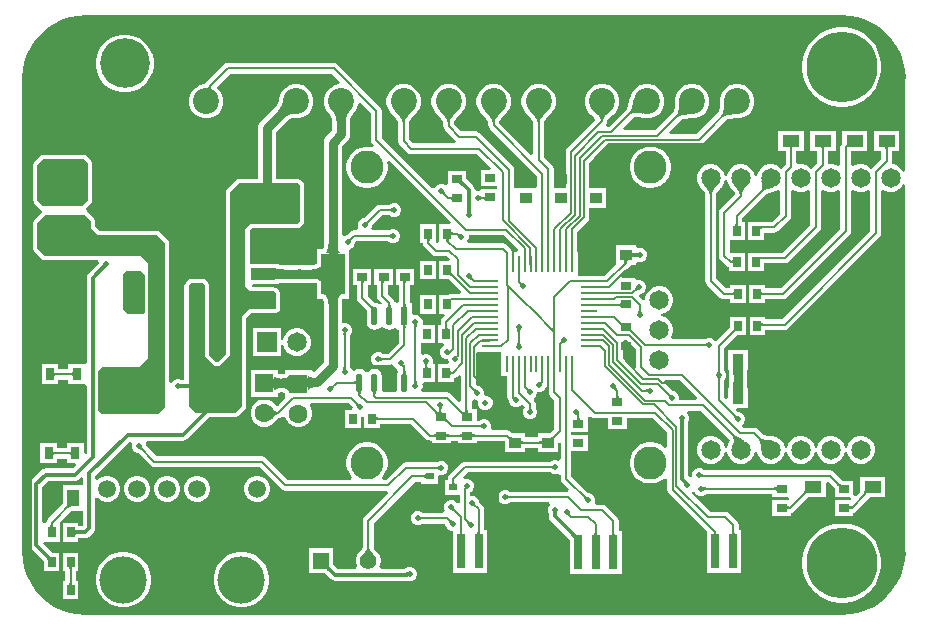
<source format=gtl>
G04*
G04 #@! TF.GenerationSoftware,Altium Limited,Altium Designer,21.2.2 (38)*
G04*
G04 Layer_Physical_Order=1*
G04 Layer_Color=255*
%FSTAX24Y24*%
%MOIN*%
G70*
G04*
G04 #@! TF.SameCoordinates,CF9AC677-4E03-495D-8773-30470D0FCF73*
G04*
G04*
G04 #@! TF.FilePolarity,Positive*
G04*
G01*
G75*
%ADD11C,0.0079*%
%ADD12C,0.0315*%
%ADD14R,0.0217X0.0630*%
%ADD15O,0.0217X0.0630*%
%ADD18R,0.0787X0.1260*%
%ADD19R,0.0787X0.1378*%
%ADD20R,0.0787X0.0394*%
%ADD21R,0.0394X0.0374*%
%ADD22R,0.0335X0.0256*%
%ADD23R,0.0110X0.0531*%
%ADD24R,0.0531X0.0110*%
%ADD25R,0.0571X0.0394*%
%ADD26R,0.0256X0.0335*%
%ADD27R,0.0433X0.0787*%
%ADD28R,0.0276X0.1142*%
%ADD29R,0.0374X0.0394*%
%ADD30R,0.0276X0.0236*%
%ADD31R,0.0276X0.0394*%
%ADD32R,0.0394X0.1024*%
%ADD33R,0.1335X0.0772*%
%ADD34R,0.0394X0.0571*%
%ADD68R,0.3280X0.2752*%
%ADD69R,0.0421X0.0850*%
%ADD70C,0.0118*%
%ADD71C,0.0197*%
%ADD72C,0.0059*%
%ADD73C,0.0315*%
%ADD74R,0.0551X0.0551*%
%ADD75C,0.0551*%
%ADD76C,0.0650*%
%ADD77C,0.1102*%
%ADD78C,0.2362*%
%ADD79C,0.0866*%
%ADD80C,0.1575*%
%ADD81C,0.0591*%
%ADD82C,0.0630*%
%ADD83R,0.0630X0.0630*%
%ADD84C,0.1654*%
%ADD85R,0.0650X0.0650*%
%ADD86C,0.0197*%
G36*
X037836Y030218D02*
X038109Y030163D01*
X038372Y030074D01*
X038622Y029951D01*
X038853Y029797D01*
X039062Y029613D01*
X039245Y029404D01*
X0394Y029173D01*
X039523Y028924D01*
X039612Y02866D01*
X039666Y028388D01*
X039684Y028126D01*
X03968Y02811D01*
Y025035D01*
X039602Y025014D01*
X039559Y025087D01*
X039473Y025173D01*
X039368Y025234D01*
X039288Y025256D01*
X039246Y025283D01*
X039231Y025344D01*
X039236Y025368D01*
Y025709D01*
X039478D01*
Y026378D01*
X038632D01*
Y025709D01*
X038874D01*
Y025443D01*
X038555Y025124D01*
X038526Y025121D01*
X038473Y025173D01*
X038368Y025234D01*
X03825Y025266D01*
X038128D01*
X03801Y025234D01*
X037945Y025197D01*
X037867Y025242D01*
Y025709D01*
X038415D01*
Y026378D01*
X037569D01*
Y025964D01*
X037558Y025953D01*
X037519Y025895D01*
X037505Y025826D01*
Y025246D01*
X037427Y0252D01*
X037368Y025234D01*
X03725Y025266D01*
X037128D01*
X03711Y02528D01*
Y025709D01*
X037352D01*
Y026378D01*
X036506D01*
Y025709D01*
X036748D01*
Y025317D01*
X036555Y025124D01*
X036526Y025121D01*
X036473Y025173D01*
X036368Y025234D01*
X03625Y025266D01*
X036128D01*
X036109Y025261D01*
X036047Y025309D01*
Y025709D01*
X036289D01*
Y026378D01*
X035443D01*
Y025709D01*
X035686D01*
Y025254D01*
X035555Y025124D01*
X035526Y025121D01*
X035473Y025173D01*
X035368Y025234D01*
X03525Y025266D01*
X035128D01*
X03501Y025234D01*
X034905Y025173D01*
X034819Y025087D01*
X034758Y024982D01*
X034726Y024864D01*
X034652D01*
X03462Y024982D01*
X034559Y025087D01*
X034473Y025173D01*
X034368Y025234D01*
X03425Y025266D01*
X034128D01*
X03401Y025234D01*
X033905Y025173D01*
X033819Y025087D01*
X033758Y024982D01*
X033726Y024864D01*
X033652D01*
X03362Y024982D01*
X033559Y025087D01*
X033473Y025173D01*
X033368Y025234D01*
X03325Y025266D01*
X033128D01*
X03301Y025234D01*
X032905Y025173D01*
X032819Y025087D01*
X032758Y024982D01*
X032726Y024864D01*
Y024742D01*
X032758Y024625D01*
X032819Y024519D01*
X032854Y024483D01*
X032862Y024472D01*
X032895Y024439D01*
X03295Y024378D01*
X032969Y024353D01*
X032985Y024331D01*
X032997Y024312D01*
X033004Y024297D01*
X033008Y024287D01*
X033008Y024285D01*
Y021378D01*
X033022Y021309D01*
X033061Y02125D01*
X033494Y020817D01*
X033553Y020778D01*
X033622Y020764D01*
X033829D01*
Y02064D01*
X03436D01*
Y02125D01*
X033829D01*
Y021126D01*
X033697D01*
X03337Y021453D01*
Y024285D01*
X03337Y024287D01*
X033374Y024297D01*
X033381Y024312D01*
X033393Y024331D01*
X033407Y024351D01*
X033484Y02444D01*
X033516Y024472D01*
X033524Y024483D01*
X033559Y024519D01*
X03362Y024625D01*
X033652Y024742D01*
X033726D01*
X033758Y024625D01*
X033819Y024519D01*
X033854Y024483D01*
X033862Y024472D01*
X033895Y024439D01*
X03395Y024378D01*
X033969Y024353D01*
X033985Y024331D01*
X033997Y024312D01*
X034004Y024297D01*
X034008Y024287D01*
X034008Y024285D01*
Y024264D01*
X033513Y023768D01*
X033474Y02371D01*
X03346Y023641D01*
Y022218D01*
X033474Y022149D01*
X033513Y02209D01*
X033723Y02188D01*
X033782Y021841D01*
X033789Y021839D01*
Y021703D01*
X034321D01*
Y022313D01*
X033821D01*
Y022726D01*
X034321D01*
Y023337D01*
X034236D01*
Y023468D01*
X035027Y02426D01*
X035035Y024263D01*
X035259Y02434D01*
X035313Y024355D01*
X035313Y024355D01*
X035313Y024355D01*
X035325Y024361D01*
X035368Y024372D01*
X035424Y024404D01*
X035502Y024359D01*
Y023605D01*
X035237Y02334D01*
X034774D01*
X034756Y023337D01*
X034419D01*
Y022726D01*
X034951D01*
Y022979D01*
X035312D01*
X035381Y022993D01*
X03544Y023032D01*
X035811Y023403D01*
X03585Y023462D01*
X035864Y023531D01*
Y024367D01*
X035942Y024411D01*
X03601Y024372D01*
X036128Y024341D01*
X03625D01*
X036368Y024372D01*
X036424Y024404D01*
X036502Y024359D01*
Y023231D01*
X035588Y022316D01*
X034774D01*
X034756Y022313D01*
X034419D01*
Y021703D01*
X034951D01*
Y021955D01*
X035663D01*
X035732Y021969D01*
X03579Y022008D01*
X036811Y023029D01*
X03685Y023087D01*
X036864Y023156D01*
Y024367D01*
X036942Y024411D01*
X03701Y024372D01*
X037128Y024341D01*
X03725D01*
X037368Y024372D01*
X037427Y024406D01*
X037505Y024361D01*
Y0231D01*
X035531Y021126D01*
X03499D01*
Y02125D01*
X034459D01*
Y02064D01*
X03499D01*
Y020764D01*
X035606D01*
X035675Y020778D01*
X035734Y020817D01*
X037814Y022897D01*
X037853Y022956D01*
X037867Y023025D01*
Y024364D01*
X037945Y02441D01*
X03801Y024372D01*
X038128Y024341D01*
X03825D01*
X038368Y024372D01*
X038424Y024404D01*
X038502Y024359D01*
Y023029D01*
X035575Y020102D01*
X03499D01*
Y020187D01*
X034459D01*
Y019577D01*
X03499D01*
Y019741D01*
X03565D01*
X035719Y019754D01*
X035777Y019794D01*
X038811Y022827D01*
X03885Y022885D01*
X038864Y022955D01*
Y024367D01*
X038942Y024411D01*
X03901Y024372D01*
X039128Y024341D01*
X03925D01*
X039368Y024372D01*
X039473Y024433D01*
X039559Y024519D01*
X039602Y024593D01*
X03968Y024572D01*
Y012362D01*
X039684Y012346D01*
X039666Y012085D01*
X039612Y011812D01*
X039523Y011549D01*
X0394Y011299D01*
X039245Y011068D01*
X039062Y010859D01*
X038853Y010676D01*
X038622Y010521D01*
X038372Y010398D01*
X038109Y010309D01*
X037836Y010255D01*
X037575Y010238D01*
X037559Y010241D01*
X012441D01*
X012441Y010241D01*
X012362Y010241D01*
X012284Y010242D01*
X012085Y010255D01*
X011812Y010309D01*
X011549Y010398D01*
X011299Y010521D01*
X011068Y010676D01*
X010859Y010859D01*
X010676Y011068D01*
X010521Y011299D01*
X010398Y011549D01*
X010309Y011812D01*
X010255Y012085D01*
X010238Y012346D01*
X010241Y012362D01*
Y020901D01*
X010236Y020906D01*
X010236Y021732D01*
X010241Y021737D01*
Y028031D01*
X010241Y028032D01*
X010241Y02811D01*
X010242Y028189D01*
X010255Y028388D01*
X010309Y02866D01*
X010398Y028924D01*
X010521Y029173D01*
X010676Y029404D01*
X010859Y029613D01*
X011068Y029797D01*
X011299Y029951D01*
X011549Y030074D01*
X011812Y030163D01*
X012085Y030218D01*
X012346Y030235D01*
X012362Y030232D01*
X037559D01*
X037575Y030235D01*
X037836Y030218D01*
D02*
G37*
G36*
X039126Y025847D02*
X03912Y025845D01*
X039114Y025841D01*
X039109Y025835D01*
X039104Y025828D01*
X039101Y025819D01*
X039098Y025809D01*
X039096Y025797D01*
X039095Y025784D01*
X039094Y025769D01*
X039016D01*
X039015Y025784D01*
X039014Y025797D01*
X039012Y025809D01*
X039009Y025819D01*
X039006Y025828D01*
X039002Y025835D01*
X038996Y025841D01*
X038991Y025845D01*
X038984Y025847D01*
X038976Y025848D01*
X039134D01*
X039126Y025847D01*
D02*
G37*
G36*
X037D02*
X036994Y025845D01*
X036988Y025841D01*
X036983Y025835D01*
X036978Y025828D01*
X036975Y025819D01*
X036972Y025809D01*
X03697Y025797D01*
X036969Y025784D01*
X036969Y025769D01*
X03689D01*
X036889Y025784D01*
X036888Y025797D01*
X036886Y025809D01*
X036883Y025819D01*
X03688Y025828D01*
X036876Y025835D01*
X03687Y025841D01*
X036865Y025845D01*
X036858Y025847D01*
X03685Y025848D01*
X037008D01*
X037Y025847D01*
D02*
G37*
G36*
X035937D02*
X035931Y025845D01*
X035925Y025841D01*
X03592Y025835D01*
X035915Y025828D01*
X035912Y025819D01*
X035909Y025809D01*
X035907Y025797D01*
X035906Y025784D01*
X035906Y025769D01*
X035827D01*
X035826Y025784D01*
X035825Y025797D01*
X035823Y025809D01*
X03582Y025819D01*
X035817Y025828D01*
X035813Y025835D01*
X035807Y025841D01*
X035802Y025845D01*
X035795Y025847D01*
X035787Y025848D01*
X035945D01*
X035937Y025847D01*
D02*
G37*
G36*
X035275Y02449D02*
X035218Y024474D01*
X034981Y024393D01*
X034959Y024383D01*
X034942Y024373D01*
X034931Y024364D01*
X034859Y024403D01*
X034875Y024421D01*
X034887Y024443D01*
X034896Y024466D01*
X034903Y024493D01*
X034906Y024522D01*
X034906Y024554D01*
X034904Y024589D01*
X034898Y024627D01*
X034889Y024668D01*
X034878Y024711D01*
X035275Y02449D01*
D02*
G37*
G36*
X034381Y024535D02*
X034296Y024437D01*
X034275Y024408D01*
X034258Y02438D01*
X034245Y024354D01*
X034236Y02433D01*
X03423Y024307D01*
X034228Y024286D01*
X03415D01*
X034148Y024307D01*
X034142Y02433D01*
X034133Y024354D01*
X03412Y02438D01*
X034103Y024408D01*
X034082Y024437D01*
X034057Y024468D01*
X033997Y024535D01*
X033962Y024571D01*
X034416D01*
X034381Y024535D01*
D02*
G37*
G36*
X033381D02*
X033296Y024437D01*
X033275Y024408D01*
X033258Y02438D01*
X033245Y024354D01*
X033236Y02433D01*
X03323Y024307D01*
X033228Y024286D01*
X03315D01*
X033148Y024307D01*
X033142Y02433D01*
X033133Y024354D01*
X03312Y02438D01*
X033103Y024408D01*
X033082Y024437D01*
X033057Y024468D01*
X032997Y024535D01*
X032962Y024571D01*
X033416D01*
X033381Y024535D01*
D02*
G37*
G36*
X034095Y023261D02*
X034096Y023248D01*
X034098Y023236D01*
X034101Y023225D01*
X034104Y023216D01*
X034109Y023209D01*
X034114Y023204D01*
X03412Y0232D01*
X034126Y023197D01*
X034134Y023196D01*
X033976D01*
X033984Y023197D01*
X033991Y0232D01*
X033996Y023204D01*
X034002Y023209D01*
X034006Y023216D01*
X034009Y023225D01*
X034012Y023236D01*
X034014Y023248D01*
X034015Y023261D01*
X034016Y023276D01*
X034094D01*
X034095Y023261D01*
D02*
G37*
G36*
X034891Y02312D02*
X034876Y02312D01*
X034862Y023119D01*
X03485Y023117D01*
X03484Y023114D01*
X034831Y02311D01*
X034824Y023106D01*
X034819Y023101D01*
X034815Y023095D01*
X034813Y023088D01*
X034812Y023081D01*
Y023198D01*
X034813Y023198D01*
X034815Y023198D01*
X034831Y023199D01*
X034891Y023199D01*
Y02312D01*
D02*
G37*
G36*
Y022096D02*
X034876Y022096D01*
X034862Y022095D01*
X03485Y022093D01*
X03484Y02209D01*
X034831Y022087D01*
X034824Y022082D01*
X034819Y022077D01*
X034815Y022071D01*
X034813Y022065D01*
X034812Y022057D01*
Y022174D01*
X034813Y022174D01*
X034815Y022174D01*
X034831Y022175D01*
X034891Y022175D01*
Y022096D01*
D02*
G37*
G36*
X03393Y02193D02*
X033929Y021937D01*
X033926Y021944D01*
X033922Y02195D01*
X033917Y021955D01*
X03391Y021959D01*
X033901Y021962D01*
X033891Y021965D01*
X033879Y021967D01*
X033866Y021968D01*
X033851Y021969D01*
Y022047D01*
X033866Y022048D01*
X033879Y022049D01*
X033891Y022051D01*
X033901Y022053D01*
X03391Y022057D01*
X033917Y022061D01*
X033922Y022066D01*
X033926Y022072D01*
X033929Y022078D01*
X03393Y022086D01*
Y02193D01*
D02*
G37*
G36*
X034852Y021016D02*
X034854Y021009D01*
X034858Y021004D01*
X034864Y020998D01*
X034871Y020994D01*
X03488Y020991D01*
X03489Y020988D01*
X034902Y020986D01*
X034915Y020985D01*
X03493Y020984D01*
Y020906D01*
X034915Y020905D01*
X034902Y020904D01*
X03489Y020902D01*
X03488Y020899D01*
X034871Y020896D01*
X034864Y020891D01*
X034858Y020886D01*
X034854Y02088D01*
X034852Y020874D01*
X034851Y020866D01*
Y021024D01*
X034852Y021016D01*
D02*
G37*
G36*
X033969Y020866D02*
X033968Y020874D01*
X033966Y02088D01*
X033962Y020886D01*
X033956Y020891D01*
X033949Y020896D01*
X03394Y020899D01*
X03393Y020902D01*
X033918Y020904D01*
X033904Y020905D01*
X033889Y020906D01*
Y020984D01*
X033904Y020985D01*
X033918Y020986D01*
X03393Y020988D01*
X03394Y020991D01*
X033949Y020994D01*
X033956Y020998D01*
X033962Y021004D01*
X033966Y021009D01*
X033968Y021016D01*
X033969Y021024D01*
Y020866D01*
D02*
G37*
G36*
X034852Y019993D02*
X034854Y019986D01*
X034858Y01998D01*
X034864Y019975D01*
X034871Y01997D01*
X03488Y019967D01*
X03489Y019964D01*
X034902Y019962D01*
X034915Y019961D01*
X03493Y019961D01*
Y019882D01*
X034915Y019882D01*
X034902Y01988D01*
X03489Y019878D01*
X03488Y019876D01*
X034871Y019872D01*
X034864Y019868D01*
X034858Y019863D01*
X034854Y019857D01*
X034852Y01985D01*
X034851Y019843D01*
Y02D01*
X034852Y019993D01*
D02*
G37*
%LPC*%
G36*
X013756Y029587D02*
X013566D01*
X01338Y02955D01*
X013205Y029477D01*
X013047Y029371D01*
X012912Y029237D01*
X012807Y029079D01*
X012734Y028903D01*
X012697Y028717D01*
Y028527D01*
X012734Y028341D01*
X012807Y028165D01*
X012912Y028007D01*
X013047Y027873D01*
X013205Y027767D01*
X01338Y027695D01*
X013566Y027657D01*
X013756D01*
X013943Y027695D01*
X014118Y027767D01*
X014276Y027873D01*
X014411Y028007D01*
X014516Y028165D01*
X014589Y028341D01*
X014626Y028527D01*
Y028717D01*
X014589Y028903D01*
X014516Y029079D01*
X014411Y029237D01*
X014276Y029371D01*
X014118Y029477D01*
X013943Y02955D01*
X013756Y029587D01*
D02*
G37*
G36*
X037663Y029823D02*
X037455D01*
X03725Y02979D01*
X037053Y029726D01*
X036868Y029632D01*
X0367Y02951D01*
X036553Y029363D01*
X036431Y029195D01*
X036337Y02901D01*
X036273Y028813D01*
X03624Y028608D01*
Y0284D01*
X036273Y028195D01*
X036337Y027998D01*
X036431Y027813D01*
X036553Y027645D01*
X0367Y027498D01*
X036868Y027376D01*
X037053Y027282D01*
X03725Y027218D01*
X037455Y027185D01*
X037663D01*
X037868Y027218D01*
X038065Y027282D01*
X03825Y027376D01*
X038418Y027498D01*
X038565Y027645D01*
X038687Y027813D01*
X038781Y027998D01*
X038845Y028195D01*
X038878Y0284D01*
Y028608D01*
X038845Y028813D01*
X038781Y02901D01*
X038687Y029195D01*
X038565Y029363D01*
X038418Y02951D01*
X03825Y029632D01*
X038065Y029726D01*
X037868Y02979D01*
X037663Y029823D01*
D02*
G37*
G36*
X02062Y028645D02*
X017093D01*
X017024Y028631D01*
X016966Y028592D01*
X016364Y02799D01*
X016325Y027933D01*
X016295D01*
X01615Y027894D01*
X01602Y027819D01*
X015913Y027713D01*
X015838Y027583D01*
X015799Y027437D01*
Y027287D01*
X015838Y027142D01*
X015913Y027012D01*
X01602Y026905D01*
X01615Y02683D01*
X016295Y026791D01*
X016445D01*
X01659Y02683D01*
X016721Y026905D01*
X016827Y027012D01*
X016902Y027142D01*
X016941Y027287D01*
Y027437D01*
X016902Y027583D01*
X016827Y027713D01*
X016721Y027819D01*
X016719Y027834D01*
X017168Y028284D01*
X020545D01*
X020824Y028004D01*
X020816Y027983D01*
X020787Y027931D01*
X02065Y027894D01*
X02052Y027819D01*
X020413Y027713D01*
X020338Y027583D01*
X020299Y027437D01*
Y027287D01*
X020338Y027142D01*
X020413Y027012D01*
X020459Y026966D01*
X020465Y026956D01*
X020489Y026931D01*
X020507Y026909D01*
X020522Y026887D01*
X020535Y026864D01*
X020546Y02684D01*
X020555Y026814D01*
X020562Y026788D01*
X020568Y02676D01*
X020571Y02673D01*
X020572Y026694D01*
X020572Y026694D01*
Y026387D01*
X02038Y026195D01*
X020333Y026133D01*
X020315Y026091D01*
Y022835D01*
X020293Y022812D01*
Y022621D01*
X020293Y022621D01*
X020291Y022565D01*
X020287Y022521D01*
X020281Y022485D01*
X020274Y022459D01*
X020268Y022443D01*
X020267Y022441D01*
X020265Y022441D01*
X020059D01*
Y021939D01*
X020059Y021938D01*
X020057Y021937D01*
X020041Y02193D01*
X020015Y021923D01*
X019979Y021917D01*
X019935Y021914D01*
X019879Y021912D01*
X019879Y021912D01*
X019531D01*
X019473Y02192D01*
X019415Y021912D01*
X018979D01*
X018978Y021912D01*
X018822Y021915D01*
X018799Y021917D01*
Y021949D01*
X018668D01*
X01866Y02195D01*
X018659Y02195D01*
X018658Y02195D01*
X018651Y021949D01*
X017818D01*
Y023052D01*
X017893Y023127D01*
X019409D01*
X019463Y023138D01*
X019509Y023168D01*
X019588Y023247D01*
X019618Y023293D01*
X019629Y023346D01*
Y024567D01*
X019618Y024621D01*
X019588Y024666D01*
X019509Y024745D01*
X019463Y024775D01*
X019409Y024786D01*
X018684D01*
Y026333D01*
X019056Y026706D01*
X019056Y026706D01*
X019083Y026731D01*
X019105Y026748D01*
X019128Y026763D01*
X019149Y026774D01*
X019171Y026783D01*
X019193Y02679D01*
X019216Y026794D01*
X019239Y026797D01*
X019264Y026797D01*
X019282Y026795D01*
X019295Y026791D01*
X019445D01*
X01959Y02683D01*
X019721Y026905D01*
X019827Y027012D01*
X019902Y027142D01*
X019941Y027287D01*
Y027437D01*
X019902Y027583D01*
X019827Y027713D01*
X019721Y027819D01*
X01959Y027894D01*
X019445Y027933D01*
X019295D01*
X01915Y027894D01*
X01902Y027819D01*
X018913Y027713D01*
X018838Y027583D01*
X018799Y027437D01*
Y027422D01*
X018796Y027399D01*
X018789Y027369D01*
X018781Y02734D01*
X018771Y027312D01*
X018759Y027285D01*
X018745Y027259D01*
X018729Y027234D01*
X018712Y027209D01*
X018692Y027185D01*
X018667Y027159D01*
X018666Y027159D01*
X018175Y026667D01*
X018128Y026606D01*
X018098Y026534D01*
X018088Y026457D01*
Y024786D01*
X01748D01*
X017427Y024775D01*
X017381Y024745D01*
X017066Y02443D01*
X017036Y024384D01*
X017025Y024331D01*
X017025Y020906D01*
Y018921D01*
X016758Y018684D01*
X016712D01*
X016479Y018916D01*
X016479Y02122D01*
X016468Y021274D01*
X016438Y02132D01*
X016359Y021399D01*
X016314Y021429D01*
X01626Y02144D01*
X015866D01*
X015812Y021429D01*
X015767Y021399D01*
X015688Y02132D01*
X015658Y021274D01*
X015647Y02122D01*
X015647Y018075D01*
X015566D01*
X01548Y01811D01*
X015386D01*
X015299Y018074D01*
X015233Y018008D01*
X015219Y017975D01*
X01514Y017991D01*
X015141Y020354D01*
Y021575D01*
X01514Y022638D01*
X01513Y022692D01*
X015099Y022737D01*
X014824Y023013D01*
X014778Y023043D01*
X014724Y023054D01*
X012814D01*
X01266Y023208D01*
Y023386D01*
X012649Y02344D01*
X012619Y023485D01*
X012422Y023682D01*
X012394Y023701D01*
X012377Y023768D01*
X012377Y023793D01*
X01254Y023956D01*
X012571Y024001D01*
X012581Y024055D01*
Y025276D01*
X012571Y025329D01*
X01254Y025375D01*
X012383Y025532D01*
X012337Y025563D01*
X012283Y025574D01*
X010945D01*
X010891Y025563D01*
X010846Y025532D01*
X010649Y025336D01*
X010618Y02529D01*
X010608Y025236D01*
Y024055D01*
X010618Y024001D01*
X010649Y023956D01*
X010846Y023759D01*
X010874Y02374D01*
X010891Y023673D01*
X010891Y023648D01*
X010649Y023406D01*
X010618Y023361D01*
X010608Y023307D01*
Y022677D01*
Y022441D01*
X010618Y022387D01*
X010649Y022342D01*
X010885Y022105D01*
X01093Y022075D01*
X010984Y022064D01*
X012755D01*
X012808Y021985D01*
X012803Y021975D01*
X012445Y021616D01*
X012402Y021551D01*
X012402Y02155D01*
Y020906D01*
X012387Y020891D01*
Y018659D01*
X012333Y018602D01*
X012308Y018602D01*
X011782D01*
Y018448D01*
X011447D01*
Y018602D01*
X010896D01*
Y017933D01*
X011447D01*
Y018087D01*
X011782D01*
Y017933D01*
X012308D01*
X012333Y017933D01*
X012387Y017877D01*
Y01562D01*
X012362Y015602D01*
X012283Y015642D01*
Y015965D01*
X011732D01*
Y015811D01*
X011398D01*
Y015965D01*
X010846D01*
Y015295D01*
X011398D01*
Y015449D01*
X011732D01*
Y015295D01*
X012001D01*
X012031Y015223D01*
X011931Y015122D01*
X011024D01*
X010947Y015107D01*
X010882Y015063D01*
X010561Y014742D01*
X010518Y014677D01*
X010502Y014601D01*
Y012565D01*
X010518Y012488D01*
X010561Y012423D01*
X01093Y012054D01*
X010947Y012035D01*
X010955Y012026D01*
Y012014D01*
X010953Y012007D01*
X010955Y011999D01*
Y011703D01*
X011486D01*
Y012313D01*
X011268D01*
X011261Y012314D01*
X011253Y012313D01*
X011242D01*
X011218Y012333D01*
X010935Y012616D01*
X010976Y012687D01*
X011486D01*
Y013297D01*
X011486Y013297D01*
X011486D01*
X011521Y013362D01*
X011866Y013707D01*
X01187Y013711D01*
X01228D01*
Y013233D01*
X01224Y013193D01*
X012116D01*
Y013297D01*
X011585D01*
Y012687D01*
X012116D01*
Y012791D01*
X012323D01*
X0124Y012807D01*
X012465Y01285D01*
X012622Y013008D01*
X012666Y013073D01*
X012681Y01315D01*
Y014123D01*
X01276Y014155D01*
X012813Y014102D01*
X012912Y014045D01*
X013022Y014016D01*
X013136D01*
X013246Y014045D01*
X013345Y014102D01*
X013425Y014183D01*
X013482Y014282D01*
X013512Y014392D01*
Y014506D01*
X013482Y014616D01*
X013425Y014715D01*
X013345Y014795D01*
X013246Y014852D01*
X013136Y014882D01*
X013022D01*
X012912Y014852D01*
X012813Y014795D01*
X01276Y014742D01*
X012681Y014775D01*
Y014886D01*
X013802Y016006D01*
X013855Y016001D01*
X013902Y015922D01*
X013898Y015913D01*
Y015819D01*
X013934Y015732D01*
X014Y015666D01*
X014087Y01563D01*
X014115D01*
X014518Y015227D01*
X014577Y015187D01*
X014646Y015174D01*
X018154D01*
X018888Y014439D01*
X018947Y0144D01*
X019016Y014386D01*
X022405D01*
X022438Y014308D01*
X021644Y013514D01*
X021605Y013455D01*
X021591Y013386D01*
Y012486D01*
X021589Y01248D01*
X021584Y012469D01*
X021575Y012455D01*
X021563Y012437D01*
X021549Y012419D01*
X021505Y01237D01*
X021479Y012343D01*
X021471Y012332D01*
X021441Y012301D01*
X021386Y012207D01*
X021358Y012102D01*
Y011993D01*
X021386Y011888D01*
X021401Y011862D01*
X021356Y011783D01*
X020745D01*
X020635Y011893D01*
X020618Y011911D01*
X02061Y011921D01*
Y011932D01*
X020612Y01194D01*
X02061Y011947D01*
Y012461D01*
X019783D01*
Y011634D01*
X020297D01*
X020304Y011632D01*
X020312Y011634D01*
X020323D01*
X020347Y011614D01*
X020519Y011441D01*
X020585Y011397D01*
X020661Y011382D01*
X023071D01*
X023074Y011383D01*
X023103Y01137D01*
X023197D01*
X023284Y011406D01*
X02335Y011473D01*
X023386Y01156D01*
Y011654D01*
X02335Y01174D01*
X023284Y011807D01*
X023197Y011843D01*
X023103D01*
X023016Y011807D01*
X022993Y011783D01*
X022188D01*
X022142Y011862D01*
X022157Y011888D01*
X022185Y011993D01*
Y012102D01*
X022157Y012207D01*
X022102Y012301D01*
X022072Y012332D01*
X022064Y012343D01*
X022038Y01237D01*
X021995Y012419D01*
X02198Y012437D01*
X021968Y012455D01*
X02196Y012469D01*
X021955Y01248D01*
X021952Y012486D01*
Y013311D01*
X023323Y014682D01*
X023543D01*
Y014606D01*
X024094D01*
Y014865D01*
X024158Y014907D01*
X024252D01*
X024339Y014943D01*
X024405Y01501D01*
X024441Y015097D01*
Y015191D01*
X024405Y015278D01*
X024339Y015344D01*
X024252Y01538D01*
X024158D01*
X024071Y015344D01*
X024051Y015324D01*
X023018D01*
X022949Y015311D01*
X02289Y015271D01*
X022366Y014748D01*
X022251D01*
X022218Y014826D01*
X022267Y014876D01*
X022343Y014989D01*
X022395Y015114D01*
X022421Y015247D01*
Y015383D01*
X022395Y015516D01*
X022343Y015641D01*
X022267Y015754D01*
X022171Y01585D01*
X022059Y015926D01*
X021933Y015977D01*
X0218Y016004D01*
X021664D01*
X021531Y015977D01*
X021406Y015926D01*
X021293Y01585D01*
X021197Y015754D01*
X021122Y015641D01*
X02107Y015516D01*
X021043Y015383D01*
Y015247D01*
X02107Y015114D01*
X021122Y014989D01*
X021197Y014876D01*
X021247Y014826D01*
X021214Y014748D01*
X019091D01*
X018356Y015482D01*
X018297Y015521D01*
X018228Y015535D01*
X01472D01*
X01437Y015885D01*
Y015913D01*
X01435Y015961D01*
X014397Y016039D01*
X0156D01*
X015677Y016055D01*
X015742Y016098D01*
X016472Y016828D01*
X017323D01*
X017377Y016839D01*
X017422Y016869D01*
X017658Y017105D01*
X017689Y017151D01*
X0177Y017205D01*
Y018268D01*
Y018898D01*
Y020139D01*
X017853Y020293D01*
X018661D01*
X018715Y020303D01*
X018761Y020334D01*
X0188Y020373D01*
X018831Y020419D01*
X018841Y020472D01*
Y020945D01*
X018831Y020999D01*
X0188Y021044D01*
X018721Y021123D01*
X018676Y021153D01*
X018622Y021164D01*
X017922D01*
X017894Y021201D01*
X017933Y02128D01*
X018651D01*
X018658Y021278D01*
X018659Y021278D01*
X01866Y021278D01*
X018668Y02128D01*
X018799D01*
Y021308D01*
X01892Y021316D01*
X018976Y021316D01*
X018977Y021316D01*
X019466D01*
X019473Y021317D01*
X019481Y021316D01*
X019879D01*
X019879Y021316D01*
X019935Y021315D01*
X019979Y021311D01*
X020015Y021305D01*
X020041Y021298D01*
X020057Y021291D01*
X020059Y02129D01*
X020059Y021289D01*
Y020787D01*
X020265D01*
X020267Y020787D01*
X020268Y020785D01*
X020274Y020769D01*
X020281Y020743D01*
X020287Y020708D01*
X020291Y020664D01*
X020293Y020608D01*
X020293Y020607D01*
Y01865D01*
X01998Y018337D01*
X019902Y01837D01*
Y018406D01*
X01977D01*
X019763Y018407D01*
X019755Y018406D01*
X019751D01*
X019745Y018406D01*
X019744Y018406D01*
X019153D01*
X019151Y018406D01*
X019143Y018406D01*
X019142D01*
X019135Y018407D01*
X019127Y018406D01*
X018996D01*
Y018284D01*
X018996Y018282D01*
X018979Y018276D01*
X018952Y018269D01*
X018917Y018264D01*
X018879Y01826D01*
X01884Y018264D01*
X018804Y01827D01*
X018779Y018277D01*
X018762Y018283D01*
X01876Y018285D01*
X01876Y018286D01*
Y018421D01*
X017854D01*
Y017516D01*
X018603D01*
X018605Y017515D01*
X018613Y017516D01*
X018614D01*
X018621Y017514D01*
X018629Y017516D01*
X01876D01*
Y017637D01*
X01876Y017639D01*
X018777Y017645D01*
X018803Y017652D01*
X018839Y017658D01*
X018877Y017661D01*
X018916Y017657D01*
X018951Y017651D01*
X018977Y017645D01*
X018994Y017638D01*
X018996Y017637D01*
X018996Y017635D01*
Y0175D01*
X018996D01*
X019014Y017458D01*
X018783Y017227D01*
X018766Y01722D01*
X018745Y017218D01*
X018678Y017233D01*
X018675Y017238D01*
X018669Y017247D01*
X018585Y017331D01*
X018482Y01739D01*
X018367Y017421D01*
X018247D01*
X018132Y01739D01*
X018029Y017331D01*
X017945Y017247D01*
X017885Y017143D01*
X017854Y017028D01*
Y016909D01*
X017885Y016794D01*
X017945Y016691D01*
X018029Y016606D01*
X018132Y016547D01*
X018247Y016516D01*
X018367D01*
X018482Y016547D01*
X018585Y016606D01*
X018669Y016691D01*
X018675Y0167D01*
X018693Y016724D01*
X018708Y016742D01*
X018723Y016756D01*
X018736Y016767D01*
X018747Y016776D01*
X018756Y016782D01*
X018764Y016785D01*
X01877Y016787D01*
X018774Y016788D01*
X01878D01*
X018783Y016789D01*
X018789Y016789D01*
X0188Y016792D01*
X018849Y016802D01*
X018907Y016841D01*
X018924Y016857D01*
X019012Y016834D01*
X019027Y016778D01*
X019087Y016675D01*
X019171Y01659D01*
X019274Y016531D01*
X019389Y0165D01*
X019508D01*
X019624Y016531D01*
X019727Y01659D01*
X019811Y016675D01*
X019871Y016778D01*
X019902Y016893D01*
Y017012D01*
X019871Y017128D01*
X019824Y017209D01*
X019856Y017288D01*
X021118D01*
X02125Y017156D01*
X021239Y017087D01*
X021232Y017077D01*
X020994D01*
Y016467D01*
X021526D01*
Y016863D01*
X021545Y016873D01*
X021624Y016826D01*
Y016467D01*
X022156D01*
Y016607D01*
X023177D01*
X023691Y016093D01*
X02375Y016054D01*
X023819Y01604D01*
X023907D01*
Y015955D01*
X024518D01*
Y01604D01*
X024774D01*
Y015955D01*
X025384D01*
Y01604D01*
X026319D01*
Y015659D01*
X026988D01*
Y015804D01*
X027421D01*
Y015659D01*
X028091D01*
Y016D01*
X028107Y016011D01*
X028186Y015969D01*
Y015435D01*
X028107Y015387D01*
X02806Y015407D01*
X027966D01*
X02788Y015371D01*
X02786Y015351D01*
X025013D01*
X024944Y015337D01*
X024885Y015298D01*
X024479Y014892D01*
X024439Y014833D01*
X024426Y014764D01*
Y014744D01*
X024331D01*
Y014232D01*
X024818D01*
Y013972D01*
X024739Y013957D01*
X024737Y013961D01*
X024671Y014028D01*
X024584Y014064D01*
X02449D01*
X024403Y014028D01*
X024337Y013961D01*
X024301Y013875D01*
Y013781D01*
X024324Y013724D01*
X024282Y013645D01*
X023579D01*
X023559Y013665D01*
X023472Y013701D01*
X023378D01*
X023291Y013665D01*
X023225Y013598D01*
X023189Y013512D01*
Y013418D01*
X023225Y013331D01*
X023291Y013264D01*
X023378Y013228D01*
X023472D01*
X023559Y013264D01*
X023579Y013284D01*
X024334D01*
X024349Y013269D01*
Y013232D01*
X024385Y013145D01*
X024451Y013078D01*
X024538Y013042D01*
X024587D01*
Y011654D01*
X025138D01*
Y011654D01*
X025177Y011654D01*
Y011654D01*
X025217Y011654D01*
X025728D01*
Y013071D01*
X025633D01*
Y01376D01*
X02562Y013829D01*
X02558Y013888D01*
X025472Y013996D01*
Y014023D01*
X025436Y01411D01*
X02537Y014177D01*
X025283Y014213D01*
X025189D01*
X025179Y014219D01*
Y01434D01*
X025186Y014343D01*
X025253Y01441D01*
X025289Y014497D01*
Y01459D01*
X025253Y014677D01*
X025186Y014744D01*
X0251Y01478D01*
X025006D01*
X024977Y014768D01*
X024933Y014835D01*
X025088Y01499D01*
X02786D01*
X02788Y01497D01*
X027966Y014934D01*
X02806D01*
X028107Y014953D01*
X028186Y014906D01*
Y014783D01*
X028199Y014714D01*
X028238Y014656D01*
X028472Y014422D01*
X028434Y014349D01*
X028429Y01435D01*
X026496D01*
X026472Y014373D01*
X026386Y014409D01*
X026292D01*
X026205Y014373D01*
X026138Y014307D01*
X026102Y01422D01*
Y014126D01*
X026138Y014039D01*
X026205Y013973D01*
X026292Y013937D01*
X026386D01*
X026472Y013973D01*
X026488Y013989D01*
X027795D01*
X027828Y01391D01*
X027792Y013874D01*
X027756Y013787D01*
Y013693D01*
X027791Y013607D01*
Y013524D01*
X027807Y013447D01*
X02785Y013382D01*
X02846Y012772D01*
X028477Y012754D01*
X028484Y012745D01*
Y012727D01*
X028484Y012725D01*
X028484Y012724D01*
Y011614D01*
X029035D01*
Y011614D01*
X029075Y011614D01*
Y011614D01*
X029626D01*
Y011614D01*
X029665D01*
Y011614D01*
X030217D01*
Y013032D01*
X030122D01*
Y013366D01*
X030108Y013435D01*
X030069Y013494D01*
X029695Y013868D01*
X029636Y013907D01*
X029567Y013921D01*
X02938D01*
X029327Y014D01*
X029331Y014008D01*
Y014102D01*
X029295Y014189D01*
X029228Y014255D01*
X029141Y014291D01*
X029114D01*
X028547Y014858D01*
Y015718D01*
X028709D01*
X028733Y015709D01*
X028827D01*
X02885Y015718D01*
X029085D01*
Y01625D01*
X028547D01*
Y016348D01*
X029085D01*
Y016809D01*
X029085Y016848D01*
X029163Y016881D01*
X029203Y016841D01*
X029262Y016802D01*
X029331Y016788D01*
X029774D01*
Y016427D01*
X030384D01*
Y016788D01*
X031264D01*
X031738Y016314D01*
Y015844D01*
X031659Y015811D01*
X03162Y01585D01*
X031507Y015926D01*
X031382Y015977D01*
X031249Y016004D01*
X031113D01*
X03098Y015977D01*
X030855Y015926D01*
X030742Y01585D01*
X030646Y015754D01*
X030571Y015641D01*
X030519Y015516D01*
X030492Y015383D01*
Y015247D01*
X030519Y015114D01*
X030571Y014989D01*
X030646Y014876D01*
X030742Y01478D01*
X030855Y014704D01*
X03098Y014652D01*
X031113Y014626D01*
X031249D01*
X031382Y014652D01*
X031507Y014704D01*
X03162Y01478D01*
X031659Y014819D01*
X031738Y014786D01*
Y01442D01*
X031752Y014351D01*
X031791Y014292D01*
X033071Y013012D01*
Y011654D01*
X033622D01*
Y011654D01*
X033661Y011654D01*
Y011654D01*
X034213D01*
Y013071D01*
X034118D01*
Y013228D01*
X034104Y013297D01*
X034065Y013356D01*
X033789Y013632D01*
X033731Y013671D01*
X033661Y013685D01*
X033166D01*
X03256Y01429D01*
X03257Y014369D01*
X032577Y014374D01*
X032659Y014345D01*
X03267Y014318D01*
X032737Y014252D01*
X032824Y014216D01*
X032918D01*
X033004Y014252D01*
X033021Y014268D01*
X035246D01*
Y014183D01*
X035765D01*
X035793Y014151D01*
X03581Y014104D01*
X035799Y014085D01*
X035246D01*
Y013553D01*
X035856D01*
Y013642D01*
X035906Y013652D01*
X035964Y013691D01*
X036443Y01417D01*
X036447Y014173D01*
X037037D01*
Y014643D01*
X037116Y014676D01*
X037329Y014462D01*
X037333Y014459D01*
Y014183D01*
X037818D01*
X03786Y014104D01*
X037847Y014085D01*
X037333D01*
Y013553D01*
X037943D01*
Y013648D01*
X037963Y013652D01*
X038021Y013691D01*
X038464Y014134D01*
X038491Y014173D01*
X039006D01*
Y014843D01*
X038159D01*
Y014368D01*
X038156Y01435D01*
Y014337D01*
X038022Y014202D01*
X037943Y014235D01*
Y014715D01*
X037588D01*
X037587Y014716D01*
X037293Y01501D01*
X037234Y015049D01*
X037165Y015063D01*
X032967D01*
X032938Y015091D01*
X032851Y015127D01*
X032757D01*
X03267Y015091D01*
X032604Y015025D01*
X032568Y014938D01*
Y014855D01*
X03255Y014837D01*
X0325Y014834D01*
X032432Y014899D01*
Y01666D01*
X032467Y016746D01*
Y01684D01*
X032431Y016926D01*
X032394Y016964D01*
X032427Y017042D01*
X03286D01*
X03382Y016082D01*
X03382Y016081D01*
X03382Y016075D01*
X033819Y016064D01*
X033815Y016048D01*
X033808Y016028D01*
X033798Y016004D01*
X033781Y015972D01*
X033778Y015961D01*
X033758Y015927D01*
X033726Y015809D01*
X033652D01*
X03362Y015927D01*
X033559Y016032D01*
X033473Y016118D01*
X033368Y016179D01*
X03325Y016211D01*
X033128D01*
X03301Y016179D01*
X032905Y016118D01*
X032819Y016032D01*
X032758Y015927D01*
X032726Y015809D01*
Y015687D01*
X032758Y015569D01*
X032819Y015464D01*
X032905Y015378D01*
X03301Y015317D01*
X033128Y015285D01*
X03325D01*
X033368Y015317D01*
X033473Y015378D01*
X033559Y015464D01*
X03362Y015569D01*
X033652Y015687D01*
X033726D01*
X033758Y015569D01*
X033819Y015464D01*
X033905Y015378D01*
X03401Y015317D01*
X034128Y015285D01*
X03425D01*
X034368Y015317D01*
X034473Y015378D01*
X034559Y015464D01*
X03462Y015569D01*
X034652Y015687D01*
X034726D01*
X034758Y015569D01*
X034819Y015464D01*
X034905Y015378D01*
X03501Y015317D01*
X035128Y015285D01*
X03525D01*
X035368Y015317D01*
X035473Y015378D01*
X035559Y015464D01*
X03562Y015569D01*
X035652Y015687D01*
X035726D01*
X035758Y015569D01*
X035819Y015464D01*
X035905Y015378D01*
X03601Y015317D01*
X036128Y015285D01*
X03625D01*
X036368Y015317D01*
X036473Y015378D01*
X036559Y015464D01*
X03662Y015569D01*
X036652Y015687D01*
X036726D01*
X036758Y015569D01*
X036819Y015464D01*
X036905Y015378D01*
X03701Y015317D01*
X037128Y015285D01*
X03725D01*
X037368Y015317D01*
X037473Y015378D01*
X037559Y015464D01*
X03762Y015569D01*
X037652Y015687D01*
X037726D01*
X037758Y015569D01*
X037819Y015464D01*
X037905Y015378D01*
X03801Y015317D01*
X038128Y015285D01*
X03825D01*
X038368Y015317D01*
X038473Y015378D01*
X038559Y015464D01*
X03862Y015569D01*
X038652Y015687D01*
Y015809D01*
X03862Y015927D01*
X038559Y016032D01*
X038473Y016118D01*
X038368Y016179D01*
X03825Y016211D01*
X038128D01*
X03801Y016179D01*
X037905Y016118D01*
X037819Y016032D01*
X037758Y015927D01*
X037726Y015809D01*
X037652D01*
X03762Y015927D01*
X037559Y016032D01*
X037473Y016118D01*
X037368Y016179D01*
X03725Y016211D01*
X037128D01*
X03701Y016179D01*
X036905Y016118D01*
X036819Y016032D01*
X036758Y015927D01*
X036726Y015809D01*
X036652D01*
X03662Y015927D01*
X036559Y016032D01*
X036473Y016118D01*
X036368Y016179D01*
X03625Y016211D01*
X036128D01*
X03601Y016179D01*
X035905Y016118D01*
X035819Y016032D01*
X035758Y015927D01*
X035726Y015809D01*
X035652D01*
X03562Y015927D01*
X035559Y016032D01*
X035473Y016118D01*
X035368Y016179D01*
X03525Y016211D01*
X0352D01*
X035186Y016213D01*
X035139Y016214D01*
X035057Y016218D01*
X035026Y016222D01*
X034999Y016226D01*
X034977Y016232D01*
X034962Y016237D01*
X034952Y016241D01*
X03495Y016242D01*
X034766Y016427D01*
X034707Y016466D01*
X034638Y01648D01*
X034283D01*
X034224Y016549D01*
X034228Y016571D01*
X034295Y016638D01*
X034331Y016725D01*
Y016819D01*
X034295Y016905D01*
X034228Y016972D01*
X034141Y017008D01*
X034114D01*
X034049Y017073D01*
X034079Y017146D01*
X034419D01*
Y017656D01*
X034419Y017657D01*
X034419Y01766D01*
Y017668D01*
X034421Y017676D01*
X034419Y017684D01*
Y017815D01*
X0344D01*
X034393Y017936D01*
X034392Y017992D01*
X034392Y017992D01*
Y018227D01*
X034392Y018228D01*
X034394Y018339D01*
X034397Y018406D01*
X034419D01*
Y018537D01*
X034421Y018545D01*
X034419Y018552D01*
Y018561D01*
X034419Y018564D01*
X034419Y018564D01*
Y019075D01*
X03377D01*
Y018564D01*
X03377Y018564D01*
X03377Y018561D01*
Y018552D01*
X033768Y018545D01*
X03377Y018537D01*
Y018406D01*
X033789D01*
X033796Y018285D01*
X033797Y018229D01*
X033797Y018228D01*
Y017993D01*
X033797Y017992D01*
X033795Y017882D01*
X033792Y017815D01*
X03377D01*
Y017684D01*
X033768Y017676D01*
X03377Y017668D01*
Y01766D01*
X03377Y017657D01*
X03377Y017656D01*
Y017455D01*
X033697Y017425D01*
X033645Y017476D01*
Y018075D01*
X033665Y018095D01*
X033701Y018181D01*
Y018275D01*
X033665Y018362D01*
X033645Y018382D01*
Y019138D01*
X034081Y019574D01*
X034084Y019577D01*
X03436D01*
Y020187D01*
X033829D01*
Y019832D01*
X033828Y019831D01*
X033367Y019371D01*
X03334Y019376D01*
X033274Y019442D01*
X033187Y019478D01*
X033093D01*
X033006Y019442D01*
X032986Y019423D01*
X03192D01*
X031875Y019502D01*
X031907Y019558D01*
X031939Y019675D01*
Y019797D01*
X031907Y019915D01*
X031847Y02002D01*
X03176Y020106D01*
X031655Y020167D01*
X031537Y020199D01*
Y020274D01*
X031655Y020305D01*
X03176Y020366D01*
X031847Y020452D01*
X031907Y020558D01*
X031939Y020675D01*
Y020797D01*
X031907Y020915D01*
X031847Y02102D01*
X03176Y021106D01*
X031655Y021167D01*
X031537Y021199D01*
X031415D01*
X031298Y021167D01*
X031192Y021106D01*
X031106Y02102D01*
X031045Y020915D01*
X031014Y020797D01*
Y020756D01*
X031009Y020752D01*
X030935Y020728D01*
X030803Y02086D01*
X030833Y020937D01*
X03092Y020973D01*
X030987Y02104D01*
X031023Y021127D01*
Y021221D01*
X030987Y021307D01*
X03092Y021374D01*
X030833Y02141D01*
X030739D01*
X030725Y021404D01*
X030659Y021448D01*
Y021486D01*
X03022D01*
X03019Y021559D01*
X030482Y021851D01*
X030521Y02191D01*
X030523Y021919D01*
X030689D01*
Y021968D01*
X030768Y022021D01*
X030792Y022011D01*
X030886D01*
X030973Y022047D01*
X031039Y022113D01*
X031075Y0222D01*
Y022294D01*
X031039Y022381D01*
X030973Y022447D01*
X030886Y022483D01*
X030792D01*
X030768Y022473D01*
X030689Y022526D01*
Y022569D01*
X03002D01*
Y021919D01*
X03002Y021919D01*
X03002D01*
X029979Y021859D01*
X029659Y021539D01*
X029547D01*
Y021551D01*
X028756D01*
Y022343D01*
X028744D01*
Y023019D01*
X029087Y023363D01*
X029126Y023421D01*
X02914Y02349D01*
Y023809D01*
X029705D01*
Y024459D01*
X02914D01*
Y025302D01*
X029739Y0259D01*
X030981D01*
X030989Y025822D01*
X03098Y02582D01*
X030855Y025768D01*
X030742Y025693D01*
X030646Y025597D01*
X030571Y025484D01*
X030519Y025358D01*
X030492Y025225D01*
Y02509D01*
X030519Y024957D01*
X030571Y024831D01*
X030646Y024718D01*
X030742Y024622D01*
X030855Y024547D01*
X03098Y024495D01*
X031113Y024469D01*
X031249D01*
X031382Y024495D01*
X031507Y024547D01*
X03162Y024622D01*
X031716Y024718D01*
X031792Y024831D01*
X031844Y024957D01*
X03187Y02509D01*
Y025225D01*
X031844Y025358D01*
X031792Y025484D01*
X031716Y025597D01*
X03162Y025693D01*
X031507Y025768D01*
X031382Y02582D01*
X031373Y025822D01*
X031381Y0259D01*
X032786D01*
X032855Y025914D01*
X032914Y025953D01*
X033706Y026746D01*
X033714Y02675D01*
X033731Y026757D01*
X033756Y026765D01*
X033789Y026772D01*
X033827Y026778D01*
X033996Y026788D01*
X034063Y026789D01*
X034076Y026791D01*
X034142D01*
X034287Y02683D01*
X034417Y026905D01*
X034524Y027012D01*
X034599Y027142D01*
X034638Y027287D01*
Y027437D01*
X034599Y027583D01*
X034524Y027713D01*
X034417Y027819D01*
X034287Y027894D01*
X034142Y027933D01*
X033992D01*
X033847Y027894D01*
X033716Y027819D01*
X03361Y027713D01*
X033535Y027583D01*
X033496Y027437D01*
Y027372D01*
X033493Y02736D01*
X033491Y027228D01*
X033483Y027124D01*
X033477Y027085D01*
X033469Y027051D01*
X033462Y027026D01*
X033455Y027009D01*
X033451Y027001D01*
X032711Y026262D01*
X031825D01*
X031795Y026334D01*
X032206Y026746D01*
X032214Y02675D01*
X032231Y026757D01*
X032256Y026765D01*
X032289Y026772D01*
X032327Y026778D01*
X032496Y026788D01*
X032563Y026789D01*
X032576Y026791D01*
X032642D01*
X032787Y02683D01*
X032917Y026905D01*
X033024Y027012D01*
X033099Y027142D01*
X033138Y027287D01*
Y027437D01*
X033099Y027583D01*
X033024Y027713D01*
X032917Y027819D01*
X032787Y027894D01*
X032642Y027933D01*
X032492D01*
X032347Y027894D01*
X032216Y027819D01*
X03211Y027713D01*
X032035Y027583D01*
X031996Y027437D01*
Y027372D01*
X031993Y02736D01*
X031991Y027228D01*
X031983Y027124D01*
X031977Y027085D01*
X031969Y027051D01*
X031962Y027026D01*
X031955Y027009D01*
X031951Y027001D01*
X03134Y02639D01*
X030292D01*
X030262Y026463D01*
X03063Y026831D01*
X030631Y026832D01*
X030637Y026836D01*
X030649Y02684D01*
X030667Y026844D01*
X030692Y026846D01*
X030724Y026846D01*
X03076Y026842D01*
X030857Y026824D01*
X030913Y02681D01*
X030926Y026809D01*
X030992Y026791D01*
X031142D01*
X031287Y02683D01*
X031417Y026905D01*
X031524Y027012D01*
X031599Y027142D01*
X031638Y027287D01*
Y027437D01*
X031599Y027583D01*
X031524Y027713D01*
X031417Y027819D01*
X031287Y027894D01*
X031142Y027933D01*
X030992D01*
X030847Y027894D01*
X030716Y027819D01*
X03061Y027713D01*
X030535Y027583D01*
X030519Y027521D01*
X030513Y027509D01*
X030513Y027509D01*
X030512Y027509D01*
X030471Y027357D01*
X030419Y027188D01*
X030393Y027117D01*
X030385Y027098D01*
X030383Y027095D01*
X029807Y026519D01*
X029724D01*
X029706Y026563D01*
X029698Y026598D01*
X029734Y026652D01*
X029743Y0267D01*
X029746Y026711D01*
X029747Y026717D01*
X029748Y026721D01*
Y026727D01*
X029748Y02673D01*
X02975Y02674D01*
X029754Y026752D01*
X029761Y026766D01*
X029772Y026782D01*
X029786Y0268D01*
X029805Y02682D01*
X029828Y026842D01*
X029856Y026864D01*
X029892Y02689D01*
X029894Y026892D01*
X029917Y026905D01*
X030024Y027012D01*
X030099Y027142D01*
X030138Y027287D01*
Y027437D01*
X030099Y027583D01*
X030024Y027713D01*
X029917Y027819D01*
X029787Y027894D01*
X029642Y027933D01*
X029492D01*
X029347Y027894D01*
X029216Y027819D01*
X02911Y027713D01*
X029035Y027583D01*
X028996Y027437D01*
Y027287D01*
X029035Y027142D01*
X02911Y027012D01*
X029216Y026905D01*
X02924Y026892D01*
X029242Y02689D01*
X029278Y026864D01*
X029306Y026842D01*
X029315Y026833D01*
X029332Y026742D01*
X028405Y025814D01*
X028366Y025756D01*
X028352Y025687D01*
Y024459D01*
X027956D01*
Y025098D01*
X027942Y025168D01*
X027903Y025226D01*
X027633Y025496D01*
Y026671D01*
X027636Y02668D01*
X027643Y026696D01*
X027655Y02672D01*
X027674Y026748D01*
X027697Y02678D01*
X027808Y026907D01*
X027855Y026954D01*
X027863Y026965D01*
X02791Y027012D01*
X027985Y027142D01*
X028024Y027287D01*
Y027437D01*
X027985Y027583D01*
X02791Y027713D01*
X027803Y027819D01*
X027673Y027894D01*
X027528Y027933D01*
X027378D01*
X027232Y027894D01*
X027102Y027819D01*
X026996Y027713D01*
X026921Y027583D01*
X026882Y027437D01*
Y027287D01*
X026921Y027142D01*
X026996Y027012D01*
X027042Y026966D01*
X027049Y026955D01*
X02714Y026861D01*
X027208Y026781D01*
X027232Y026748D01*
X02725Y02672D01*
X027263Y026696D01*
X02727Y02668D01*
X027272Y026671D01*
Y025606D01*
X027199Y025576D01*
X026133Y026642D01*
Y026671D01*
X026136Y02668D01*
X026143Y026696D01*
X026155Y02672D01*
X026174Y026748D01*
X026197Y02678D01*
X026308Y026907D01*
X026355Y026954D01*
X026363Y026965D01*
X02641Y027012D01*
X026485Y027142D01*
X026524Y027287D01*
Y027437D01*
X026485Y027583D01*
X02641Y027713D01*
X026303Y027819D01*
X026173Y027894D01*
X026028Y027933D01*
X025878D01*
X025732Y027894D01*
X025602Y027819D01*
X025496Y027713D01*
X025421Y027583D01*
X025382Y027437D01*
Y027287D01*
X025421Y027142D01*
X025496Y027012D01*
X025542Y026966D01*
X025549Y026955D01*
X02564Y026861D01*
X025708Y026781D01*
X025732Y026748D01*
X02575Y02672D01*
X025763Y026696D01*
X02577Y02668D01*
X025772Y026671D01*
Y026567D01*
X025786Y026498D01*
X025825Y026439D01*
X027398Y024866D01*
Y024531D01*
X027382Y024459D01*
X027319Y024459D01*
X026716D01*
X026713Y024459D01*
X026637Y024467D01*
Y025079D01*
X026624Y025148D01*
X026584Y025206D01*
X025482Y026309D01*
X025423Y026348D01*
X025354Y026362D01*
X024878D01*
X024633Y026606D01*
Y026671D01*
X024636Y02668D01*
X024643Y026696D01*
X024655Y02672D01*
X024674Y026748D01*
X024697Y02678D01*
X024808Y026907D01*
X024855Y026954D01*
X024863Y026965D01*
X02491Y027012D01*
X024985Y027142D01*
X025024Y027287D01*
Y027437D01*
X024985Y027583D01*
X02491Y027713D01*
X024803Y027819D01*
X024673Y027894D01*
X024528Y027933D01*
X024378D01*
X024232Y027894D01*
X024102Y027819D01*
X023996Y027713D01*
X023921Y027583D01*
X023882Y027437D01*
Y027287D01*
X023921Y027142D01*
X023996Y027012D01*
X024042Y026966D01*
X024049Y026955D01*
X02414Y026861D01*
X024208Y026781D01*
X024232Y026748D01*
X02425Y02672D01*
X024263Y026696D01*
X02427Y02668D01*
X024272Y026671D01*
Y026532D01*
X024286Y026462D01*
X024325Y026404D01*
X024675Y026053D01*
X024685Y026047D01*
X024661Y025968D01*
X023264D01*
X023133Y026098D01*
Y026671D01*
X023136Y02668D01*
X023143Y026696D01*
X023155Y02672D01*
X023174Y026748D01*
X023197Y02678D01*
X023308Y026907D01*
X023355Y026954D01*
X023363Y026965D01*
X02341Y027012D01*
X023485Y027142D01*
X023524Y027287D01*
Y027437D01*
X023485Y027583D01*
X02341Y027713D01*
X023303Y027819D01*
X023173Y027894D01*
X023028Y027933D01*
X022878D01*
X022732Y027894D01*
X022602Y027819D01*
X022496Y027713D01*
X022421Y027583D01*
X022382Y027437D01*
Y027287D01*
X022421Y027142D01*
X022496Y027012D01*
X022542Y026966D01*
X022549Y026955D01*
X02264Y026861D01*
X022708Y026781D01*
X022732Y026748D01*
X02275Y02672D01*
X022763Y026696D01*
X02277Y02668D01*
X022772Y026671D01*
Y026024D01*
X022786Y025954D01*
X022825Y025896D01*
X023061Y02566D01*
X02312Y025621D01*
X023189Y025607D01*
X025398D01*
X025863Y025142D01*
X025833Y025069D01*
X025522D01*
Y024537D01*
X026079D01*
Y024439D01*
X025522D01*
Y024398D01*
X02548Y02437D01*
X025386D01*
X025385Y02437D01*
X025316Y024426D01*
X025304Y024486D01*
X02526Y024551D01*
X025054Y024758D01*
X025037Y024776D01*
X02503Y024785D01*
Y024803D01*
X02503Y024804D01*
X02503Y024806D01*
Y02503D01*
X024419D01*
Y02461D01*
X024346Y024572D01*
X02426Y024608D01*
X024166D01*
X024079Y024572D01*
X024012Y024505D01*
X024Y024477D01*
X023908Y024458D01*
X022226Y02614D01*
Y027039D01*
X022212Y027108D01*
X022173Y027166D01*
X020747Y028592D01*
X020689Y028631D01*
X02062Y028645D01*
D02*
G37*
G36*
X019459Y019793D02*
X019337D01*
X019219Y019762D01*
X019114Y019701D01*
X019027Y019615D01*
X018967Y019509D01*
X018939Y019406D01*
X01886Y019417D01*
Y019793D01*
X017935D01*
Y018868D01*
X01886D01*
Y019245D01*
X018939Y019255D01*
X018967Y019152D01*
X019027Y019047D01*
X019114Y018961D01*
X019219Y0189D01*
X019337Y018868D01*
X019459D01*
X019576Y0189D01*
X019682Y018961D01*
X019768Y019047D01*
X019829Y019152D01*
X01986Y01927D01*
Y019392D01*
X019829Y019509D01*
X019768Y019615D01*
X019682Y019701D01*
X019576Y019762D01*
X019459Y019793D01*
D02*
G37*
G36*
X018136Y014882D02*
X018022D01*
X017912Y014852D01*
X017813Y014795D01*
X017732Y014715D01*
X017675Y014616D01*
X017646Y014506D01*
Y014392D01*
X017675Y014282D01*
X017732Y014183D01*
X017813Y014102D01*
X017912Y014045D01*
X018022Y014016D01*
X018136D01*
X018246Y014045D01*
X018345Y014102D01*
X018425Y014183D01*
X018482Y014282D01*
X018512Y014392D01*
Y014506D01*
X018482Y014616D01*
X018425Y014715D01*
X018345Y014795D01*
X018246Y014852D01*
X018136Y014882D01*
D02*
G37*
G36*
X016136D02*
X016022D01*
X015912Y014852D01*
X015813Y014795D01*
X015732Y014715D01*
X015675Y014616D01*
X015646Y014506D01*
Y014392D01*
X015675Y014282D01*
X015732Y014183D01*
X015813Y014102D01*
X015912Y014045D01*
X016022Y014016D01*
X016136D01*
X016246Y014045D01*
X016345Y014102D01*
X016425Y014183D01*
X016482Y014282D01*
X016512Y014392D01*
Y014506D01*
X016482Y014616D01*
X016425Y014715D01*
X016345Y014795D01*
X016246Y014852D01*
X016136Y014882D01*
D02*
G37*
G36*
X015136D02*
X015022D01*
X014912Y014852D01*
X014813Y014795D01*
X014732Y014715D01*
X014675Y014616D01*
X014646Y014506D01*
Y014392D01*
X014675Y014282D01*
X014732Y014183D01*
X014813Y014102D01*
X014912Y014045D01*
X015022Y014016D01*
X015136D01*
X015246Y014045D01*
X015345Y014102D01*
X015425Y014183D01*
X015482Y014282D01*
X015512Y014392D01*
Y014506D01*
X015482Y014616D01*
X015425Y014715D01*
X015345Y014795D01*
X015246Y014852D01*
X015136Y014882D01*
D02*
G37*
G36*
X014136D02*
X014022D01*
X013912Y014852D01*
X013813Y014795D01*
X013732Y014715D01*
X013675Y014616D01*
X013646Y014506D01*
Y014392D01*
X013675Y014282D01*
X013732Y014183D01*
X013813Y014102D01*
X013912Y014045D01*
X014022Y014016D01*
X014136D01*
X014246Y014045D01*
X014345Y014102D01*
X014425Y014183D01*
X014482Y014282D01*
X014512Y014392D01*
Y014506D01*
X014482Y014616D01*
X014425Y014715D01*
X014345Y014795D01*
X014246Y014852D01*
X014136Y014882D01*
D02*
G37*
G36*
X012116Y012313D02*
X011585D01*
Y011703D01*
X01167D01*
Y011368D01*
X011585D01*
Y010758D01*
X012116D01*
Y011368D01*
X012031D01*
Y011703D01*
X012116D01*
Y012313D01*
D02*
G37*
G36*
X037663Y013287D02*
X037455D01*
X03725Y013255D01*
X037053Y013191D01*
X036868Y013097D01*
X0367Y012974D01*
X036553Y012828D01*
X036431Y01266D01*
X036337Y012475D01*
X036273Y012277D01*
X03624Y012072D01*
Y011865D01*
X036273Y01166D01*
X036337Y011462D01*
X036431Y011277D01*
X036553Y011109D01*
X0367Y010963D01*
X036868Y01084D01*
X037053Y010746D01*
X03725Y010682D01*
X037455Y01065D01*
X037663D01*
X037868Y010682D01*
X038065Y010746D01*
X03825Y01084D01*
X038418Y010963D01*
X038565Y011109D01*
X038687Y011277D01*
X038781Y011462D01*
X038845Y01166D01*
X038878Y011865D01*
Y012072D01*
X038845Y012277D01*
X038781Y012475D01*
X038687Y01266D01*
X038565Y012828D01*
X038418Y012974D01*
X03825Y013097D01*
X038065Y013191D01*
X037868Y013255D01*
X037663Y013287D01*
D02*
G37*
G36*
X017638Y012343D02*
X017456D01*
X017277Y012307D01*
X017109Y012237D01*
X016957Y012136D01*
X016829Y012007D01*
X016727Y011856D01*
X016658Y011687D01*
X016622Y011508D01*
Y011326D01*
X016658Y011147D01*
X016727Y010979D01*
X016829Y010828D01*
X016957Y010699D01*
X017109Y010597D01*
X017277Y010528D01*
X017456Y010492D01*
X017638D01*
X017817Y010528D01*
X017985Y010597D01*
X018137Y010699D01*
X018266Y010828D01*
X018367Y010979D01*
X018437Y011147D01*
X018472Y011326D01*
Y011508D01*
X018437Y011687D01*
X018367Y011856D01*
X018266Y012007D01*
X018137Y012136D01*
X017985Y012237D01*
X017817Y012307D01*
X017638Y012343D01*
D02*
G37*
G36*
X013701D02*
X013519D01*
X01334Y012307D01*
X013172Y012237D01*
X01302Y012136D01*
X012892Y012007D01*
X01279Y011856D01*
X012721Y011687D01*
X012685Y011508D01*
Y011326D01*
X012721Y011147D01*
X01279Y010979D01*
X012892Y010828D01*
X01302Y010699D01*
X013172Y010597D01*
X01334Y010528D01*
X013519Y010492D01*
X013701D01*
X01388Y010528D01*
X014048Y010597D01*
X0142Y010699D01*
X014329Y010828D01*
X01443Y010979D01*
X0145Y011147D01*
X014535Y011326D01*
Y011508D01*
X0145Y011687D01*
X01443Y011856D01*
X014329Y012007D01*
X0142Y012136D01*
X014048Y012237D01*
X01388Y012307D01*
X013701Y012343D01*
D02*
G37*
%LPD*%
G36*
X016531Y027845D02*
X016533Y027828D01*
X016536Y027812D01*
X016539Y027798D01*
X016544Y027785D01*
X01655Y027773D01*
X016557Y027763D01*
X016564Y027754D01*
X016573Y027746D01*
X016583Y027739D01*
X016393Y027795D01*
X016404Y027795D01*
X016415Y027796D01*
X016423Y027799D01*
X016431Y027804D01*
X016437Y02781D01*
X016443Y027818D01*
X016447Y027827D01*
X01645Y027837D01*
X016452Y027849D01*
X016452Y027863D01*
X016531D01*
X016531Y027845D01*
D02*
G37*
G36*
X030949Y026946D02*
X030888Y026962D01*
X030779Y026982D01*
X03073Y026986D01*
X030686Y026986D01*
X030646Y026983D01*
X030611Y026975D01*
X030579Y026964D01*
X030552Y026949D01*
X030529Y02693D01*
X030488Y027001D01*
X030499Y027014D01*
X03051Y027035D01*
X030523Y027064D01*
X030553Y027143D01*
X030606Y027318D01*
X030648Y027472D01*
X030949Y026946D01*
D02*
G37*
G36*
X01931Y026933D02*
X019271Y026937D01*
X019233Y026937D01*
X019196Y026934D01*
X019159Y026927D01*
X019124Y026916D01*
X01909Y026902D01*
X019056Y026884D01*
X019023Y026862D01*
X018992Y026837D01*
X018961Y026809D01*
X018769Y027063D01*
X018797Y027093D01*
X018823Y027124D01*
X018846Y027156D01*
X018867Y027189D01*
X018885Y027224D01*
X018901Y027259D01*
X018914Y027296D01*
X018925Y027334D01*
X018934Y027373D01*
X01894Y027414D01*
X01931Y026933D01*
D02*
G37*
G36*
X034063Y026929D02*
X033992Y026929D01*
X033812Y026918D01*
X033764Y02691D01*
X033721Y026901D01*
X033684Y02689D01*
X033652Y026877D01*
X033626Y026862D01*
X033606Y026846D01*
X03355Y026901D01*
X033567Y026922D01*
X033582Y026948D01*
X033595Y026979D01*
X033606Y027016D01*
X033615Y027059D01*
X033622Y027108D01*
X033632Y027221D01*
X033634Y027358D01*
X034063Y026929D01*
D02*
G37*
G36*
X032563D02*
X032492Y026929D01*
X032312Y026918D01*
X032264Y02691D01*
X032221Y026901D01*
X032184Y02689D01*
X032152Y026877D01*
X032126Y026862D01*
X032106Y026846D01*
X03205Y026901D01*
X032067Y026922D01*
X032082Y026948D01*
X032095Y026979D01*
X032106Y027016D01*
X032115Y027059D01*
X032122Y027108D01*
X032132Y027221D01*
X032134Y027358D01*
X032563Y026929D01*
D02*
G37*
G36*
X029771Y026976D02*
X029737Y026948D01*
X029706Y02692D01*
X02968Y026892D01*
X029657Y026864D01*
X029639Y026836D01*
X029625Y026807D01*
X029614Y026778D01*
X029608Y02675D01*
X029606Y026721D01*
X029528D01*
X029526Y02675D01*
X029519Y026778D01*
X029509Y026807D01*
X029495Y026836D01*
X029477Y026864D01*
X029454Y026892D01*
X029428Y02692D01*
X029397Y026948D01*
X029363Y026976D01*
X029324Y027004D01*
X02981D01*
X029771Y026976D01*
D02*
G37*
G36*
X021146Y027024D02*
X021121Y026993D01*
X021099Y026961D01*
X02108Y026928D01*
X021064Y026893D01*
X021051Y026857D01*
X021041Y02682D01*
X021033Y026781D01*
X021029Y026741D01*
X021028Y026699D01*
X020713D01*
X020711Y026741D01*
X020707Y026781D01*
X020699Y02682D01*
X020689Y026857D01*
X020676Y026893D01*
X02066Y026928D01*
X020641Y026961D01*
X020619Y026993D01*
X020595Y027024D01*
X020567Y027053D01*
X021173D01*
X021146Y027024D01*
D02*
G37*
G36*
X027706Y027003D02*
X027587Y026868D01*
X027558Y026828D01*
X027534Y026791D01*
X027516Y026757D01*
X027503Y026726D01*
X027495Y026697D01*
X027492Y026671D01*
X027413D01*
X027411Y026697D01*
X027403Y026726D01*
X02739Y026757D01*
X027371Y026791D01*
X027347Y026828D01*
X027318Y026868D01*
X027245Y026955D01*
X02715Y027053D01*
X027756D01*
X027706Y027003D01*
D02*
G37*
G36*
X026206D02*
X026087Y026868D01*
X026058Y026828D01*
X026034Y026791D01*
X026016Y026757D01*
X026003Y026726D01*
X025995Y026697D01*
X025992Y026671D01*
X025913D01*
X025911Y026697D01*
X025903Y026726D01*
X02589Y026757D01*
X025871Y026791D01*
X025847Y026828D01*
X025818Y026868D01*
X025745Y026955D01*
X02565Y027053D01*
X026256D01*
X026206Y027003D01*
D02*
G37*
G36*
X024706D02*
X024587Y026868D01*
X024558Y026828D01*
X024534Y026791D01*
X024516Y026757D01*
X024503Y026726D01*
X024495Y026697D01*
X024492Y026671D01*
X024413D01*
X024411Y026697D01*
X024403Y026726D01*
X02439Y026757D01*
X024371Y026791D01*
X024347Y026828D01*
X024318Y026868D01*
X024245Y026955D01*
X02415Y027053D01*
X024756D01*
X024706Y027003D01*
D02*
G37*
G36*
X023206D02*
X023087Y026868D01*
X023058Y026828D01*
X023034Y026791D01*
X023016Y026757D01*
X023003Y026726D01*
X022995Y026697D01*
X022992Y026671D01*
X022913D01*
X022911Y026697D01*
X022903Y026726D01*
X02289Y026757D01*
X022871Y026791D01*
X022847Y026828D01*
X022818Y026868D01*
X022745Y026955D01*
X02265Y027053D01*
X023256D01*
X023206Y027003D01*
D02*
G37*
G36*
X021865Y026964D02*
Y026065D01*
X021879Y025996D01*
X021918Y025937D01*
X021962Y025893D01*
X021943Y025846D01*
X021921Y025822D01*
X0218Y025846D01*
X021664D01*
X021531Y02582D01*
X021406Y025768D01*
X021293Y025693D01*
X021197Y025597D01*
X021122Y025484D01*
X02107Y025358D01*
X021043Y025225D01*
Y02509D01*
X02107Y024957D01*
X021122Y024831D01*
X021197Y024718D01*
X021293Y024622D01*
X021406Y024547D01*
X021531Y024495D01*
X021664Y024469D01*
X0218D01*
X021933Y024495D01*
X022059Y024547D01*
X022171Y024622D01*
X022267Y024718D01*
X022343Y024831D01*
X022395Y024957D01*
X022421Y02509D01*
Y025225D01*
X022397Y025346D01*
X022421Y025369D01*
X022468Y025387D01*
X024454Y023401D01*
X024454Y023401D01*
X024524Y023331D01*
X024494Y023258D01*
X024144D01*
Y022699D01*
X024135Y022687D01*
X024065Y022653D01*
X024045Y022665D01*
Y023258D01*
X023514D01*
Y022648D01*
X023601D01*
Y022645D01*
X023615Y022576D01*
X023654Y022517D01*
X023914Y022257D01*
X023973Y022218D01*
X024042Y022204D01*
X024406D01*
X0245Y02211D01*
X024469Y022037D01*
X024144D01*
Y021427D01*
X024443D01*
X024445Y021426D01*
X024454Y021427D01*
X02486Y021021D01*
X02483Y020948D01*
X024547D01*
X024478Y020935D01*
X02442Y020896D01*
X024144D01*
Y020285D01*
X024297D01*
X024327Y020213D01*
X024242Y020128D01*
X024203Y020069D01*
X024189Y02D01*
Y019911D01*
X024104D01*
Y019301D01*
X024276D01*
X024291Y019222D01*
X024276Y019216D01*
X024209Y01915D01*
X024173Y019063D01*
Y018969D01*
X024209Y018882D01*
X024276Y018815D01*
X024362Y01878D01*
X024366D01*
X02438Y01877D01*
X024431Y01876D01*
X024456Y018686D01*
X024408Y018612D01*
X024104D01*
Y018002D01*
X024636D01*
Y018133D01*
X024671Y01814D01*
X024729Y018179D01*
X024791Y018241D01*
X024864Y018211D01*
Y017384D01*
X024791Y017354D01*
X024537Y017608D01*
X024479Y017647D01*
X024409Y017661D01*
X023579D01*
X023546Y01774D01*
X023547Y01774D01*
X023583Y017827D01*
Y017921D01*
X023576Y017937D01*
X02362Y018002D01*
X024006D01*
Y018612D01*
X023965D01*
X023937Y018654D01*
Y018748D01*
X023901Y018835D01*
X023835Y018901D01*
X023748Y018937D01*
X023654D01*
X023606Y018917D01*
X023527Y018964D01*
Y019301D01*
X024006D01*
Y019911D01*
X02361D01*
X023583Y019953D01*
Y020047D01*
X023547Y020134D01*
X02348Y0202D01*
X023393Y020236D01*
X023299D01*
X023292Y020233D01*
X023226Y020277D01*
Y02065D01*
X023161D01*
Y02123D01*
X023297D01*
Y021762D01*
X022687D01*
Y02123D01*
X0228D01*
Y020689D01*
X022764Y020668D01*
X022731Y020654D01*
X02265Y020683D01*
X022647Y020699D01*
X022608Y020758D01*
X022425Y020941D01*
Y02123D01*
X022589D01*
Y021762D01*
X022354D01*
X02233Y021772D01*
X022236D01*
X022213Y021762D01*
X021978D01*
Y02123D01*
X022063D01*
Y020866D01*
X022077Y020797D01*
X022116Y020738D01*
X022233Y020622D01*
X02223Y020615D01*
X022211Y020606D01*
X022137Y020595D01*
X022076Y020635D01*
X021986Y020653D01*
X021755Y020884D01*
Y02123D01*
X02188D01*
Y021762D01*
X02127D01*
Y02123D01*
X021394D01*
Y020809D01*
X021408Y02074D01*
X021447Y020681D01*
X021729Y020399D01*
Y01999D01*
X021749Y019894D01*
X021803Y019813D01*
X021884Y019758D01*
X02198Y019739D01*
X022076Y019758D01*
X022158Y019813D01*
X022183Y019851D01*
X022278D01*
X022303Y019813D01*
X022384Y019758D01*
X02248Y019739D01*
X022576Y019758D01*
X022656Y019811D01*
X022669Y019809D01*
X022734Y019786D01*
Y019744D01*
X0228D01*
Y019315D01*
X022427Y018942D01*
X022263D01*
X022243Y018962D01*
X022156Y018998D01*
X022062D01*
X021976Y018962D01*
X021909Y018896D01*
X021873Y018809D01*
Y018715D01*
X021909Y018628D01*
X021976Y018561D01*
X022062Y018526D01*
X022156D01*
X022243Y018561D01*
X022263Y018581D01*
X022502D01*
X022559Y018592D01*
X022586Y018587D01*
X022648Y018551D01*
X022674Y018488D01*
X02274Y018422D01*
X022747Y018419D01*
X022772Y018324D01*
X022749Y01829D01*
X022729Y018194D01*
Y01778D01*
X022738Y01774D01*
X022677Y017661D01*
X022284D01*
X022223Y01774D01*
X022231Y01778D01*
Y018194D01*
X022212Y01829D01*
X022158Y018371D01*
X022076Y018425D01*
X02198Y018445D01*
X021884Y018425D01*
X021803Y018371D01*
X021778Y018333D01*
X021683D01*
X021658Y018371D01*
X021576Y018425D01*
X02148Y018445D01*
X021384Y018425D01*
X021303Y018371D01*
X021299Y018366D01*
X02122Y018389D01*
Y018393D01*
X021185Y01848D01*
X021165Y0185D01*
Y019571D01*
X021185Y019591D01*
X02122Y019677D01*
Y019771D01*
X021185Y019858D01*
X021118Y019925D01*
X021031Y019961D01*
X020937D01*
X020888Y019993D01*
Y020607D01*
X020888Y020608D01*
X02089Y020664D01*
X020894Y020708D01*
X0209Y020743D01*
X020907Y020769D01*
X020913Y020785D01*
X020915Y020787D01*
X020916Y020787D01*
X021122D01*
Y022405D01*
X021122Y022405D01*
X021177Y022452D01*
X021236Y022477D01*
X021303Y022543D01*
X021339Y02263D01*
Y022658D01*
X021374Y022693D01*
X022445D01*
X022465Y022674D01*
X022551Y022638D01*
X022645D01*
X022732Y022674D01*
X022799Y02274D01*
X022835Y022827D01*
Y022921D01*
X022799Y023008D01*
X022732Y023074D01*
X022645Y02311D01*
X022551D01*
X022465Y023074D01*
X022445Y023055D01*
X021917D01*
X02187Y023133D01*
X02189Y023181D01*
Y023209D01*
X02224Y02356D01*
X022484D01*
X022504Y02354D01*
X022591Y023504D01*
X022685D01*
X022772Y02354D01*
X022838Y023606D01*
X022874Y023693D01*
Y023787D01*
X022838Y023874D01*
X022772Y02394D01*
X022685Y023976D01*
X022591D01*
X022504Y02394D01*
X022484Y023921D01*
X022165D01*
X022096Y023907D01*
X022038Y023868D01*
X021634Y023465D01*
X021607D01*
X02152Y023429D01*
X021453Y023362D01*
X021417Y023275D01*
Y023181D01*
X021437Y023133D01*
X02139Y023055D01*
X021299D01*
X02123Y023041D01*
X021171Y023002D01*
X021083Y022913D01*
X021055D01*
X020969Y022877D01*
X020967Y022876D01*
X020888Y022909D01*
Y025861D01*
X021081Y026053D01*
X021081Y026053D01*
X021128Y026115D01*
X021158Y026187D01*
X021168Y026264D01*
Y026694D01*
X021168Y026694D01*
X021169Y02673D01*
X021172Y02676D01*
X021178Y026788D01*
X021185Y026814D01*
X021194Y02684D01*
X021205Y026864D01*
X021218Y026887D01*
X021234Y026909D01*
X021251Y026931D01*
X021275Y026956D01*
X021282Y026966D01*
X021327Y027012D01*
X021402Y027142D01*
X021439Y027279D01*
X021491Y027308D01*
X021512Y027317D01*
X021865Y026964D01*
D02*
G37*
G36*
X024883Y024795D02*
X02488Y024784D01*
X02488Y024772D01*
X024883Y024758D01*
X02489Y024742D01*
X0249Y024724D01*
X024914Y024705D01*
X02493Y024684D01*
X024974Y024637D01*
X024891Y024554D01*
X024866Y024577D01*
X024823Y024614D01*
X024803Y024627D01*
X024786Y024638D01*
X02477Y024644D01*
X024756Y024648D01*
X024743Y024648D01*
X024733Y024645D01*
X024723Y024638D01*
X024889Y024804D01*
X024883Y024795D01*
D02*
G37*
G36*
X024311Y024361D02*
X024312Y024353D01*
X024314Y024345D01*
X024316Y024337D01*
X024319Y02433D01*
X024323Y024322D01*
X024328Y024315D01*
X024333Y024307D01*
X024339Y0243D01*
X024346Y024293D01*
X024289Y024238D01*
X024282Y024245D01*
X024275Y024251D01*
X024267Y024256D01*
X02426Y02426D01*
X024252Y024264D01*
X024245Y024268D01*
X024237Y02427D01*
X024229Y024272D01*
X024221Y024273D01*
X024212Y024273D01*
X024311Y02437D01*
X024311Y024361D01*
D02*
G37*
G36*
X025662Y024055D02*
X025661Y024063D01*
X025659Y024069D01*
X025655Y024075D01*
X025649Y02408D01*
X025642Y024085D01*
X025633Y024088D01*
X025623Y024091D01*
X025611Y024093D01*
X025597Y024094D01*
X025582Y024094D01*
X025573Y024094D01*
X025563Y024093D01*
X025554Y024092D01*
X025546Y02409D01*
X025538Y024087D01*
X02553Y024084D01*
X025523Y02408D01*
X025516Y024076D01*
X025509Y024071D01*
X025503Y024065D01*
Y024203D01*
X025509Y024197D01*
X025516Y024192D01*
X025523Y024188D01*
X02553Y024184D01*
X025538Y024181D01*
X025546Y024178D01*
X025554Y024176D01*
X025563Y024174D01*
X025573Y024174D01*
X025582Y024173D01*
X025597Y024174D01*
X025611Y024175D01*
X025623Y024177D01*
X025633Y02418D01*
X025642Y024183D01*
X025649Y024187D01*
X025655Y024193D01*
X025659Y024198D01*
X025661Y024205D01*
X025662Y024213D01*
Y024055D01*
D02*
G37*
G36*
X024559Y024055D02*
X024559Y024063D01*
X024556Y024069D01*
X024552Y024075D01*
X024547Y02408D01*
X024539Y024085D01*
X024531Y024088D01*
X02452Y024091D01*
X024508Y024093D01*
X024495Y024094D01*
X02448Y024094D01*
Y024173D01*
X024495Y024174D01*
X024508Y024175D01*
X02452Y024177D01*
X024531Y02418D01*
X024539Y024183D01*
X024547Y024187D01*
X024552Y024193D01*
X024556Y024198D01*
X024559Y024205D01*
X024559Y024213D01*
Y024055D01*
D02*
G37*
G36*
X012441Y025276D02*
Y024055D01*
X012244Y023858D01*
X010945D01*
X010748Y024055D01*
Y025236D01*
X010945Y025433D01*
X012283D01*
X012441Y025276D01*
D02*
G37*
G36*
X022568Y023671D02*
X022562Y023677D01*
X022555Y023682D01*
X022548Y023686D01*
X022541Y02369D01*
X022533Y023693D01*
X022525Y023696D01*
X022517Y023698D01*
X022508Y0237D01*
X022498Y0237D01*
X022489Y023701D01*
Y02378D01*
X022498Y02378D01*
X022508Y023781D01*
X022517Y023782D01*
X022525Y023784D01*
X022533Y023787D01*
X022541Y02379D01*
X022548Y023794D01*
X022555Y023798D01*
X022562Y023803D01*
X022568Y023809D01*
Y023671D01*
D02*
G37*
G36*
X025177Y023709D02*
X02518Y023675D01*
X025181Y023668D01*
X025182Y023663D01*
X025183Y023659D01*
X025185Y023655D01*
X025187Y023653D01*
X025049D01*
X025051Y023655D01*
X025053Y023659D01*
X025054Y023663D01*
X025056Y023668D01*
X025057Y023675D01*
X025058Y02369D01*
X025059Y023709D01*
X025059Y02372D01*
X025177D01*
X025177Y023709D01*
D02*
G37*
G36*
X021787Y023306D02*
X02178Y023299D01*
X021774Y023292D01*
X021769Y023284D01*
X021764Y023277D01*
X02176Y023269D01*
X021757Y023261D01*
X021755Y023254D01*
X021753Y023246D01*
X021752Y023238D01*
X021752Y023229D01*
X021655Y023327D01*
X021663Y023327D01*
X021671Y023328D01*
X021679Y02333D01*
X021687Y023332D01*
X021694Y023335D01*
X021702Y023339D01*
X021709Y023344D01*
X021717Y023349D01*
X021724Y023355D01*
X021731Y023362D01*
X021787Y023306D01*
D02*
G37*
G36*
X024536Y023024D02*
X024538Y023017D01*
X024542Y023011D01*
X024548Y023006D01*
X024555Y023002D01*
X024564Y022998D01*
X024574Y022996D01*
X024586Y022994D01*
X0246Y022993D01*
X024615Y022992D01*
Y022913D01*
X0246Y022913D01*
X024586Y022912D01*
X024574Y02291D01*
X024564Y022907D01*
X024555Y022904D01*
X024548Y022899D01*
X024542Y022894D01*
X024538Y022888D01*
X024536Y022881D01*
X024535Y022874D01*
Y023031D01*
X024536Y023024D01*
D02*
G37*
G36*
X024791Y02295D02*
X024798Y022944D01*
X024805Y022939D01*
X024813Y022935D01*
X02482Y022932D01*
X024828Y02293D01*
X024835Y022929D01*
X024843Y022928D01*
X024851Y022929D01*
X024858Y02293D01*
X024786Y022813D01*
X024784Y022821D01*
X024781Y022828D01*
X024778Y022836D01*
X024775Y022843D01*
X024771Y022851D01*
X024766Y022858D01*
X024761Y022865D01*
X024749Y02288D01*
X024742Y022887D01*
X024783Y022957D01*
X024791Y02295D01*
D02*
G37*
G36*
X022528Y022805D02*
X022522Y022811D01*
X022516Y022816D01*
X022509Y02282D01*
X022502Y022824D01*
X022494Y022827D01*
X022486Y02283D01*
X022477Y022832D01*
X022468Y022833D01*
X022459Y022834D01*
X022449Y022835D01*
Y022913D01*
X022459Y022914D01*
X022468Y022915D01*
X022477Y022916D01*
X022486Y022918D01*
X022494Y022921D01*
X022502Y022924D01*
X022509Y022928D01*
X022516Y022932D01*
X022522Y022937D01*
X022528Y022943D01*
Y022805D01*
D02*
G37*
G36*
X023845Y022878D02*
X02384Y022872D01*
X023835Y022865D01*
X023832Y022857D01*
X023829Y022849D01*
X023826Y022841D01*
X023824Y022833D01*
X023823Y022824D01*
X023822Y022814D01*
X023821Y022805D01*
X023743Y022802D01*
X023742Y022812D01*
X023741Y022822D01*
X02374Y022831D01*
X023738Y022839D01*
X023735Y022847D01*
X023732Y022855D01*
X023728Y022862D01*
X023723Y022869D01*
X023718Y022875D01*
X023712Y022881D01*
X02385Y022884D01*
X023845Y022878D01*
D02*
G37*
G36*
X024483Y022787D02*
X024477Y022785D01*
X024472Y022781D01*
X024468Y022776D01*
X024464Y022769D01*
X024461Y022761D01*
X024459Y022751D01*
X024457Y02274D01*
X024456Y022728D01*
X024456Y022713D01*
X024377D01*
X024377Y022728D01*
X024376Y02274D01*
X024374Y022751D01*
X024372Y022761D01*
X024369Y022769D01*
X024365Y022776D01*
X02436Y022781D01*
X024355Y022785D01*
X02435Y022787D01*
X024343Y022788D01*
X02449D01*
X024483Y022787D01*
D02*
G37*
G36*
X023853Y022787D02*
X023847Y022785D01*
X023841Y022781D01*
X023836Y022775D01*
X023831Y022768D01*
X023828Y022759D01*
X023825Y022749D01*
X023823Y022737D01*
X023822Y022723D01*
X023821Y022708D01*
X023743D01*
X023742Y022723D01*
X023741Y022737D01*
X023739Y022749D01*
X023736Y022759D01*
X023733Y022768D01*
X023728Y022775D01*
X023723Y022781D01*
X023717Y022785D01*
X023711Y022787D01*
X023703Y022788D01*
X023861D01*
X023853Y022787D01*
D02*
G37*
G36*
X021236Y022755D02*
X021229Y022748D01*
X021223Y02274D01*
X021218Y022733D01*
X021213Y022726D01*
X021209Y022718D01*
X021206Y02271D01*
X021204Y022702D01*
X021202Y022694D01*
X021201Y022686D01*
X021201Y022678D01*
X021103Y022776D01*
X021112Y022776D01*
X02112Y022777D01*
X021128Y022779D01*
X021135Y022781D01*
X021143Y022784D01*
X021151Y022788D01*
X021158Y022793D01*
X021166Y022798D01*
X021173Y022804D01*
X02118Y022811D01*
X021236Y022755D01*
D02*
G37*
G36*
X026772Y022421D02*
X026739Y022343D01*
X026599D01*
X026545Y022399D01*
X026525Y022428D01*
X026383Y02257D01*
X026324Y022609D01*
X026255Y022623D01*
X025116D01*
X025082Y022701D01*
X025118Y022788D01*
Y022882D01*
X025124Y02289D01*
X026303D01*
X026772Y022421D01*
D02*
G37*
G36*
X02075Y022557D02*
X020754Y022503D01*
X020762Y022456D01*
X020773Y022415D01*
X020787Y02238D01*
X020805Y022351D01*
X020825Y022329D01*
X020849Y022313D01*
X020876Y022304D01*
X020906Y022301D01*
X020276D01*
X020306Y022304D01*
X020332Y022313D01*
X020356Y022329D01*
X020376Y022351D01*
X020394Y02238D01*
X020408Y022415D01*
X020419Y022456D01*
X020427Y022503D01*
X020431Y022557D01*
X020433Y022617D01*
X020748D01*
X02075Y022557D01*
D02*
G37*
G36*
X030768Y022178D02*
X030766Y02218D01*
X030763Y022182D01*
X030758Y022183D01*
X030753Y022184D01*
X030747Y022185D01*
X030731Y022187D01*
X030712Y022188D01*
X030701Y022188D01*
Y022306D01*
X030712Y022306D01*
X030747Y022308D01*
X030753Y022309D01*
X030758Y022311D01*
X030763Y022312D01*
X030766Y022314D01*
X030768Y022316D01*
Y022178D01*
D02*
G37*
G36*
X030551Y022354D02*
X030555Y022344D01*
X030561Y022335D01*
X030569Y022327D01*
X03058Y022321D01*
X030593Y022315D01*
X030608Y022311D01*
X030626Y022308D01*
X030646Y022307D01*
X030668Y022306D01*
Y022188D01*
X030646Y022187D01*
X030626Y022185D01*
X030608Y022183D01*
X030593Y022178D01*
X03058Y022173D01*
X030569Y022167D01*
X030561Y022159D01*
X030555Y02215D01*
X030551Y02214D01*
X03055Y022129D01*
Y022365D01*
X030551Y022354D01*
D02*
G37*
G36*
X030396Y022201D02*
X030395Y022197D01*
X030395Y022182D01*
X030394Y022082D01*
X030315D01*
X030313Y022202D01*
X030396D01*
X030396Y022201D01*
D02*
G37*
G36*
X030426Y022059D02*
X030419Y022056D01*
X030413Y022052D01*
X030408Y022047D01*
X030404Y022039D01*
X0304Y022031D01*
X030397Y02202D01*
X030395Y022008D01*
X030394Y021995D01*
X030394Y02198D01*
X030315D01*
X030315Y021995D01*
X030313Y022008D01*
X030311Y02202D01*
X030309Y022031D01*
X030305Y022039D01*
X030301Y022047D01*
X030296Y022052D01*
X03029Y022056D01*
X030283Y022059D01*
X030276Y022059D01*
X030433D01*
X030426Y022059D01*
D02*
G37*
G36*
X013038Y021828D02*
X013035Y021828D01*
X013032Y021826D01*
X013028Y021824D01*
X013023Y021822D01*
X013018Y021818D01*
X013006Y021808D01*
X012991Y021795D01*
X012984Y021787D01*
X0129Y021871D01*
X012908Y021879D01*
X012931Y021905D01*
X012934Y02191D01*
X012937Y021915D01*
X012939Y021919D01*
X01294Y021922D01*
X012941Y021926D01*
X013038Y021828D01*
D02*
G37*
G36*
X024534Y021704D02*
X024533Y021694D01*
X024536Y021684D01*
X02454Y021672D01*
X024547Y021659D01*
X024557Y021644D01*
X024569Y021628D01*
X0246Y021592D01*
X02462Y021572D01*
X02457Y02151D01*
X024553Y021528D01*
X024522Y021554D01*
X024508Y021564D01*
X024496Y02157D01*
X024486Y021575D01*
X024477Y021576D01*
X02447Y021576D01*
X024464Y021572D01*
X024459Y021566D01*
X024536Y021712D01*
X024534Y021704D01*
D02*
G37*
G36*
X018663Y021803D02*
X018673Y021796D01*
X018689Y02179D01*
X018711Y021785D01*
X018739Y021781D01*
X018815Y021775D01*
X018975Y021772D01*
Y021457D01*
X018915Y021456D01*
X018711Y021443D01*
X018689Y021438D01*
X018673Y021432D01*
X018663Y021426D01*
X01866Y021419D01*
Y02181D01*
X018663Y021803D01*
D02*
G37*
G36*
X025227Y021523D02*
X025228Y021515D01*
X02523Y021507D01*
X025233Y021499D01*
X025237Y021491D01*
X025241Y021484D01*
X025245Y021476D01*
X025251Y021469D01*
X025257Y021462D01*
X025263Y021454D01*
X025211Y021396D01*
X025204Y021402D01*
X025196Y021408D01*
X025189Y021413D01*
X025182Y021418D01*
X025174Y021422D01*
X025166Y021424D01*
X025158Y021427D01*
X02515Y021428D01*
X025142Y021429D01*
X025134Y021428D01*
X025226Y021531D01*
X025227Y021523D01*
D02*
G37*
G36*
X022318Y021443D02*
X022312Y02144D01*
X022306Y021437D01*
X022301Y021432D01*
X022296Y021427D01*
X022292Y02142D01*
X022289Y021413D01*
X022287Y021406D01*
X022285Y021397D01*
X022284Y021388D01*
X022283Y021378D01*
X022205Y021386D01*
X022205Y021402D01*
X0222Y021466D01*
X022199Y021475D01*
X022195Y021492D01*
X022192Y021498D01*
X022318Y021443D01*
D02*
G37*
G36*
X020199Y021299D02*
X020196Y021329D01*
X020187Y021356D01*
X020171Y02138D01*
X020149Y0214D01*
X02012Y021417D01*
X020085Y021432D01*
X020044Y021443D01*
X019997Y02145D01*
X019943Y021455D01*
X019883Y021457D01*
Y021772D01*
X019943Y021773D01*
X019997Y021778D01*
X020044Y021786D01*
X020085Y021797D01*
X02012Y021811D01*
X020149Y021828D01*
X020171Y021849D01*
X020187Y021872D01*
X020196Y021899D01*
X020199Y021929D01*
Y021299D01*
D02*
G37*
G36*
X023052Y021369D02*
X023045Y021366D01*
X023039Y021362D01*
X023034Y021357D01*
X02303Y02135D01*
X023026Y021341D01*
X023023Y021331D01*
X023021Y021319D01*
X02302Y021306D01*
X02302Y021291D01*
X022941D01*
X022941Y021306D01*
X022939Y021319D01*
X022937Y021331D01*
X022935Y021341D01*
X022931Y02135D01*
X022927Y021357D01*
X022922Y021362D01*
X022916Y021366D01*
X022909Y021369D01*
X022902Y021369D01*
X023059D01*
X023052Y021369D01*
D02*
G37*
G36*
X022315D02*
X022309Y021366D01*
X022303Y021362D01*
X022298Y021357D01*
X022293Y02135D01*
X02229Y021341D01*
X022287Y021331D01*
X022285Y021319D01*
X022284Y021306D01*
X022283Y021291D01*
X022205D01*
X022204Y021306D01*
X022203Y021319D01*
X022201Y021331D01*
X022198Y021341D01*
X022195Y02135D01*
X022191Y021357D01*
X022185Y021362D01*
X02218Y021366D01*
X022173Y021369D01*
X022165Y021369D01*
X022323D01*
X022315Y021369D01*
D02*
G37*
G36*
X021638Y02142D02*
X021633Y021413D01*
X021629Y021407D01*
X021625Y021399D01*
X021622Y021392D01*
X021619Y021383D01*
X021617Y021375D01*
X021616Y021369D01*
X021654D01*
X021646Y021369D01*
X021639Y021366D01*
X021633Y021362D01*
X021628Y021357D01*
X021624Y02135D01*
X02162Y021341D01*
X021618Y021331D01*
X021616Y021319D01*
X021615Y021306D01*
X021614Y021291D01*
X021535D01*
X021535Y021306D01*
X021534Y021319D01*
X021532Y021331D01*
X021529Y021341D01*
X021526Y02135D01*
X021521Y021357D01*
X021516Y021362D01*
X02151Y021366D01*
X021504Y021369D01*
X021496Y021369D01*
X021534D01*
X021533Y021375D01*
X021531Y021383D01*
X021528Y021392D01*
X021525Y021399D01*
X021521Y021407D01*
X021517Y021413D01*
X021512Y02142D01*
X021506Y021426D01*
X021644D01*
X021638Y02142D01*
D02*
G37*
G36*
X026868Y021332D02*
X026875Y021326D01*
X026883Y02132D01*
X02689Y021316D01*
X026898Y021312D01*
X026905Y021309D01*
X026913Y021306D01*
X026921Y021305D01*
X026929Y021304D01*
X026937Y021303D01*
X02684Y021206D01*
X02684Y021214D01*
X026839Y021222D01*
X026837Y02123D01*
X026835Y021238D01*
X026832Y021246D01*
X026828Y021253D01*
X026823Y021261D01*
X026818Y021268D01*
X026812Y021275D01*
X026805Y021283D01*
X026861Y021338D01*
X026868Y021332D01*
D02*
G37*
G36*
X030785Y021075D02*
X030777Y021075D01*
X030769Y021074D01*
X030761Y021072D01*
X030753Y02107D01*
X030746Y021067D01*
X030738Y021063D01*
X03073Y021058D01*
X030723Y021053D01*
X030716Y021047D01*
X030709Y02104D01*
X030653Y021096D01*
X03066Y021103D01*
X030666Y02111D01*
X030671Y021118D01*
X030676Y021125D01*
X030679Y021133D01*
X030683Y02114D01*
X030685Y021148D01*
X030687Y021156D01*
X030688Y021164D01*
X030688Y021173D01*
X030785Y021075D01*
D02*
G37*
G36*
X020876Y020924D02*
X020849Y020915D01*
X020825Y020899D01*
X020805Y020877D01*
X020787Y020849D01*
X020773Y020814D01*
X020762Y020773D01*
X020754Y020725D01*
X02075Y020672D01*
X020748Y020611D01*
X020433D01*
X020431Y020672D01*
X020427Y020725D01*
X020419Y020773D01*
X020408Y020814D01*
X020394Y020849D01*
X020376Y020877D01*
X020356Y020899D01*
X020332Y020915D01*
X020306Y020924D01*
X020276Y020928D01*
X020906D01*
X020876Y020924D01*
D02*
G37*
G36*
X02302Y020574D02*
X023021Y020561D01*
X023023Y020549D01*
X023026Y020538D01*
X02303Y020529D01*
X023034Y020522D01*
X023039Y020517D01*
X023045Y020513D01*
X023052Y02051D01*
X023059Y020509D01*
X022902D01*
X022909Y02051D01*
X022916Y020513D01*
X022922Y020517D01*
X022927Y020522D01*
X022931Y020529D01*
X022935Y020538D01*
X022937Y020549D01*
X022939Y020561D01*
X022941Y020574D01*
X022941Y020589D01*
X02302D01*
X02302Y020574D01*
D02*
G37*
G36*
X030189Y020492D02*
X030189Y0205D01*
X030186Y020506D01*
X030182Y020512D01*
X030177Y020517D01*
X030169Y020522D01*
X030161Y020525D01*
X03015Y020528D01*
X030138Y02053D01*
X030125Y020531D01*
X030109Y020531D01*
Y02061D01*
X030125Y020611D01*
X030138Y020612D01*
X03015Y020614D01*
X030161Y020617D01*
X030169Y02062D01*
X030177Y020624D01*
X030182Y02063D01*
X030186Y020635D01*
X030189Y020642D01*
X030189Y02065D01*
Y020492D01*
D02*
G37*
G36*
X02252Y020562D02*
X022523Y020528D01*
X022526Y020514D01*
X022529Y020503D01*
X022534Y020493D01*
X022539Y020486D01*
X022544Y02048D01*
X022551Y020477D01*
X022558Y020476D01*
X022403D01*
X02241Y020477D01*
X022416Y02048D01*
X022422Y020486D01*
X022427Y020493D01*
X022431Y020503D01*
X022435Y020514D01*
X022437Y020528D01*
X022439Y020544D01*
X022441Y020562D01*
X022441Y020582D01*
X02252D01*
X02252Y020562D01*
D02*
G37*
G36*
X021897Y020544D02*
X021923Y020522D01*
X021934Y020514D01*
X021945Y020508D01*
X021955Y020504D01*
X021963Y020503D01*
X021971Y020503D01*
X021978Y020505D01*
X021984Y02051D01*
X021874Y0204D01*
X021878Y020406D01*
X02188Y020413D01*
X021881Y020421D01*
X021879Y020429D01*
X021875Y020439D01*
X02187Y02045D01*
X021862Y020461D01*
X021852Y020474D01*
X02184Y020487D01*
X021826Y020502D01*
X021882Y020557D01*
X021897Y020544D01*
D02*
G37*
G36*
X030866Y020381D02*
X030867Y020372D01*
X030868Y020363D01*
X03087Y020355D01*
X030873Y020346D01*
X030876Y020339D01*
X03088Y020331D01*
X030884Y020325D01*
X030889Y020318D01*
X030895Y020312D01*
X030757D01*
X030763Y020318D01*
X030768Y020325D01*
X030772Y020331D01*
X030776Y020339D01*
X030779Y020346D01*
X030782Y020355D01*
X030784Y020363D01*
X030785Y020372D01*
X030786Y020381D01*
X030787Y020391D01*
X030865D01*
X030866Y020381D01*
D02*
G37*
G36*
X014213Y021693D02*
X014331Y021575D01*
Y020354D01*
X014252Y020276D01*
X01374D01*
X013583Y020433D01*
X013583Y021575D01*
X013701Y021693D01*
X014213Y021693D01*
D02*
G37*
G36*
X030204Y020009D02*
X030233Y019985D01*
X030246Y019976D01*
X030258Y019969D01*
X030268Y019965D01*
X030278Y019963D01*
X030286D01*
X030293Y019965D01*
X0303Y019969D01*
X030188Y019858D01*
X030193Y019864D01*
X030195Y019871D01*
Y01988D01*
X030193Y019889D01*
X030188Y0199D01*
X030182Y019911D01*
X030173Y019924D01*
X030161Y019938D01*
X030133Y019969D01*
X030188Y020025D01*
X030204Y020009D01*
D02*
G37*
G36*
X02341Y019924D02*
X023405Y019917D01*
X0234Y01991D01*
X023396Y019903D01*
X023393Y019895D01*
X023391Y019887D01*
X023388Y019879D01*
X023387Y01987D01*
X023386Y019861D01*
X023386Y019851D01*
X023307D01*
X023307Y019861D01*
X023306Y01987D01*
X023304Y019879D01*
X023302Y019887D01*
X0233Y019895D01*
X023296Y019903D01*
X023293Y01991D01*
X023288Y019917D01*
X023283Y019924D01*
X023278Y01993D01*
X023415D01*
X02341Y019924D01*
D02*
G37*
G36*
X028012Y01968D02*
X027933Y019585D01*
X027933Y019601D01*
X027931Y019616D01*
X027928Y01963D01*
X027924Y019645D01*
X027919Y019658D01*
X027913Y019671D01*
X027906Y019684D01*
X027897Y019697D01*
X027888Y019708D01*
X027877Y01972D01*
Y019831D01*
X027888Y019821D01*
X027897Y019814D01*
X027906Y01981D01*
X027913Y019808D01*
X027919Y019809D01*
X027924Y019813D01*
X027928Y019819D01*
X027931Y019828D01*
X027933Y01984D01*
X027933Y019854D01*
X028012Y01968D01*
D02*
G37*
G36*
X023052Y019883D02*
X023045Y019881D01*
X023039Y019877D01*
X023034Y019871D01*
X02303Y019864D01*
X023026Y019856D01*
X023023Y019845D01*
X023021Y019833D01*
X02302Y01982D01*
X02302Y019804D01*
X022941D01*
X022941Y01982D01*
X022939Y019833D01*
X022937Y019845D01*
X022935Y019856D01*
X022931Y019864D01*
X022927Y019871D01*
X022922Y019877D01*
X022916Y019881D01*
X022909Y019883D01*
X022902Y019884D01*
X023059D01*
X023052Y019883D01*
D02*
G37*
G36*
X02441Y019836D02*
X024411Y019822D01*
X024413Y01981D01*
X024416Y0198D01*
X024419Y019791D01*
X024424Y019784D01*
X024429Y019778D01*
X024435Y019774D01*
X024441Y019772D01*
X024449Y019771D01*
X024291D01*
X024299Y019772D01*
X024306Y019774D01*
X024311Y019778D01*
X024317Y019784D01*
X024321Y019791D01*
X024324Y0198D01*
X024327Y01981D01*
X024329Y019822D01*
X02433Y019836D01*
X024331Y019851D01*
X024409D01*
X02441Y019836D01*
D02*
G37*
G36*
X034079Y019717D02*
X034073Y019721D01*
X034066Y019723D01*
X034058Y019723D01*
X034048Y019721D01*
X034038Y019716D01*
X034026Y01971D01*
X034013Y019701D01*
X033999Y019689D01*
X033968Y01966D01*
X033912Y019716D01*
X033928Y019732D01*
X033953Y019761D01*
X033962Y019774D01*
X033968Y019786D01*
X033973Y019796D01*
X033975Y019806D01*
X033975Y019814D01*
X033973Y019821D01*
X033969Y019827D01*
X034079Y019717D01*
D02*
G37*
G36*
X026852Y019753D02*
X026847Y019747D01*
X026843Y01974D01*
X026839Y019733D01*
X026836Y019725D01*
X026833Y019717D01*
X026831Y019709D01*
X02683Y0197D01*
X026829Y01969D01*
X026828Y01968D01*
X02675Y01968D01*
X026749Y01969D01*
X026748Y019699D01*
X026747Y019708D01*
X026745Y019717D01*
X026742Y019725D01*
X026739Y019733D01*
X026735Y01974D01*
X026731Y019747D01*
X026726Y019753D01*
X02672Y019759D01*
X026858Y019759D01*
X026852Y019753D01*
D02*
G37*
G36*
X021048Y019648D02*
X021043Y019642D01*
X021038Y019635D01*
X021034Y019628D01*
X021031Y01962D01*
X021028Y019612D01*
X021026Y019603D01*
X021025Y019594D01*
X021024Y019585D01*
X021024Y019575D01*
X020945D01*
X020945Y019585D01*
X020944Y019594D01*
X020942Y019603D01*
X02094Y019612D01*
X020938Y01962D01*
X020934Y019628D01*
X02093Y019635D01*
X020926Y019642D01*
X020921Y019648D01*
X020915Y019654D01*
X021053D01*
X021048Y019648D01*
D02*
G37*
G36*
X028306Y019311D02*
X028298Y019311D01*
X02829Y01931D01*
X028282Y019308D01*
X028274Y019306D01*
X028266Y019302D01*
X028259Y019299D01*
X028251Y019294D01*
X028244Y019289D01*
X028237Y019283D01*
X028229Y019276D01*
X028174Y019332D01*
X02818Y019339D01*
X028186Y019346D01*
X028192Y019354D01*
X028196Y019361D01*
X0282Y019369D01*
X028203Y019376D01*
X028206Y019384D01*
X028207Y019392D01*
X028208Y0194D01*
X028209Y019408D01*
X028306Y019311D01*
D02*
G37*
G36*
X026829Y01932D02*
X02683Y01931D01*
X026831Y019301D01*
X026833Y019293D01*
X026836Y019285D01*
X026839Y019277D01*
X026843Y01927D01*
X026847Y019263D01*
X026852Y019256D01*
X026858Y01925D01*
X02672Y01925D01*
X026726Y019256D01*
X026731Y019262D01*
X026735Y019269D01*
X026739Y019277D01*
X026742Y019284D01*
X026745Y019292D01*
X026747Y019301D01*
X026748Y01931D01*
X026749Y019319D01*
X02675Y019329D01*
X026828Y019329D01*
X026829Y01932D01*
D02*
G37*
G36*
X033069Y019173D02*
X033063Y019179D01*
X033057Y019184D01*
X03305Y019188D01*
X033043Y019192D01*
X033035Y019195D01*
X033027Y019198D01*
X033019Y0192D01*
X03301Y019202D01*
X033Y019202D01*
X032991Y019203D01*
Y019282D01*
X033Y019282D01*
X03301Y019283D01*
X033019Y019284D01*
X033027Y019286D01*
X033035Y019289D01*
X033043Y019292D01*
X03305Y019296D01*
X033057Y0193D01*
X033063Y019305D01*
X033069Y019311D01*
Y019173D01*
D02*
G37*
G36*
X024575Y019007D02*
X02448Y018947D01*
X024493Y019067D01*
X024545Y019088D01*
X024575Y019007D01*
D02*
G37*
G36*
X022186Y018825D02*
X022192Y01882D01*
X022199Y018816D01*
X022206Y018812D01*
X022214Y018809D01*
X022222Y018806D01*
X022231Y018804D01*
X022239Y018802D01*
X022249Y018801D01*
X022259Y018801D01*
Y018722D01*
X022249Y018722D01*
X022239Y018721D01*
X022231Y01872D01*
X022222Y018718D01*
X022214Y018715D01*
X022206Y018712D01*
X022199Y018708D01*
X022192Y018703D01*
X022186Y018698D01*
X02218Y018693D01*
Y018831D01*
X022186Y018825D01*
D02*
G37*
G36*
X019488Y024567D02*
Y023346D01*
X019409Y023268D01*
X017835D01*
X017677Y02311D01*
Y021181D01*
X017835Y021024D01*
X018622D01*
X018701Y020945D01*
Y020472D01*
X018661Y020433D01*
X017795D01*
X017559Y020197D01*
Y018898D01*
Y018268D01*
Y017205D01*
X017323Y016968D01*
X016024D01*
X015787Y017205D01*
X015787Y02122D01*
X015866Y021299D01*
X01626D01*
X016339Y02122D01*
X016339Y018858D01*
X016654Y018543D01*
X016811D01*
X017165Y018858D01*
Y020906D01*
X017165Y024331D01*
X01748Y024646D01*
X019409D01*
X019488Y024567D01*
D02*
G37*
G36*
X022971Y018605D02*
X022972Y018599D01*
X022974Y018593D01*
X022976Y018587D01*
X022979Y01858D01*
X022983Y018574D01*
X022988Y018567D01*
X022994Y018559D01*
X023007Y018544D01*
X022952Y018489D01*
X022944Y018496D01*
X022929Y018508D01*
X022922Y018513D01*
X022916Y018517D01*
X022909Y01852D01*
X022903Y018523D01*
X022897Y018524D01*
X022892Y018525D01*
X022886Y018524D01*
X022972Y01861D01*
X022971Y018605D01*
D02*
G37*
G36*
X023764Y018625D02*
X023759Y018618D01*
X023755Y018611D01*
X023751Y018604D01*
X023748Y018596D01*
X023745Y018588D01*
X023743Y01858D01*
X023741Y018571D01*
X02374Y018561D01*
X02374Y018552D01*
X023741Y018537D01*
X023742Y018523D01*
X023744Y018511D01*
X023746Y018501D01*
X02375Y018492D01*
X023754Y018485D01*
X023759Y018479D01*
X023765Y018475D01*
X023772Y018473D01*
X02378Y018472D01*
X023622D01*
X02363Y018473D01*
X023636Y018475D01*
X023642Y018479D01*
X023647Y018485D01*
X023652Y018492D01*
X023655Y018501D01*
X023658Y018511D01*
X02366Y018523D01*
X023661Y018537D01*
X023661Y018552D01*
X023661Y018561D01*
X02366Y018571D01*
X023659Y01858D01*
X023657Y018588D01*
X023654Y018596D01*
X023651Y018604D01*
X023647Y018611D01*
X023643Y018618D01*
X023637Y018625D01*
X023632Y01863D01*
X02377D01*
X023764Y018625D01*
D02*
G37*
G36*
X030686Y019098D02*
Y018497D01*
X03069Y018476D01*
X030617Y018438D01*
X030368Y018687D01*
X030368Y018687D01*
X03025Y018805D01*
Y019301D01*
X030247Y019316D01*
X030307Y019395D01*
X030389D01*
X030686Y019098D01*
D02*
G37*
G36*
X021024Y018486D02*
X021025Y018477D01*
X021026Y018468D01*
X021028Y018459D01*
X021031Y018451D01*
X021034Y018443D01*
X021038Y018436D01*
X021043Y018429D01*
X021048Y018423D01*
X021053Y018417D01*
X020915D01*
X020921Y018423D01*
X020926Y018429D01*
X02093Y018436D01*
X020934Y018443D01*
X020938Y018451D01*
X02094Y018459D01*
X020942Y018468D01*
X020944Y018477D01*
X020945Y018486D01*
X020945Y018496D01*
X021024D01*
X021024Y018486D01*
D02*
G37*
G36*
X033504Y018368D02*
X033505Y018358D01*
X033507Y018349D01*
X033509Y018341D01*
X033511Y018333D01*
X033515Y018325D01*
X033518Y018318D01*
X033523Y018311D01*
X033528Y018305D01*
X033533Y018299D01*
X033396D01*
X033401Y018305D01*
X033406Y018311D01*
X033411Y018318D01*
X033415Y018325D01*
X033418Y018333D01*
X03342Y018341D01*
X033423Y018349D01*
X033424Y018358D01*
X033425Y018368D01*
X033425Y018378D01*
X033504D01*
X033504Y018368D01*
D02*
G37*
G36*
X02302Y018352D02*
X023023Y018318D01*
X023026Y018304D01*
X023029Y018293D01*
X023034Y018283D01*
X023039Y018276D01*
X023044Y01827D01*
X023051Y018267D01*
X023058Y018266D01*
X022903D01*
X02291Y018267D01*
X022916Y01827D01*
X022922Y018276D01*
X022927Y018283D01*
X022931Y018293D01*
X022935Y018304D01*
X022937Y018318D01*
X022939Y018334D01*
X022941Y018352D01*
X022941Y018372D01*
X02302D01*
X02302Y018352D01*
D02*
G37*
G36*
X034275Y018541D02*
X03427Y018532D01*
X034266Y018516D01*
X034262Y018494D01*
X034259Y018466D01*
X034253Y018343D01*
X034252Y01823D01*
X033937D01*
X033937Y018289D01*
X033923Y018516D01*
X033919Y018532D01*
X033914Y018541D01*
X033909Y018545D01*
X03428D01*
X034275Y018541D01*
D02*
G37*
G36*
X024498Y018378D02*
X0245Y018372D01*
X024504Y018366D01*
X024509Y018361D01*
X024517Y018356D01*
X024525Y018353D01*
X024535Y01835D01*
X024547Y018348D01*
X024561Y018347D01*
X024576Y018346D01*
Y018268D01*
X024561Y018267D01*
X024547Y018266D01*
X024535Y018264D01*
X024525Y018261D01*
X024517Y018258D01*
X024509Y018254D01*
X024504Y018248D01*
X0245Y018243D01*
X024498Y018236D01*
X024497Y018228D01*
Y018386D01*
X024498Y018378D01*
D02*
G37*
G36*
X011922Y018309D02*
X011926Y01831D01*
X011935Y018312D01*
X011943Y018314D01*
X01195Y018318D01*
X011958Y018322D01*
X011965Y018326D01*
X011971Y018331D01*
X011977Y018337D01*
X011977Y018199D01*
X011971Y018204D01*
X011965Y018209D01*
X011958Y018214D01*
X01195Y018218D01*
X011943Y018221D01*
X011935Y018224D01*
X011926Y018226D01*
X011922Y018226D01*
Y018189D01*
X011921Y018196D01*
X011918Y018203D01*
X011914Y018209D01*
X011909Y018214D01*
X011902Y018218D01*
X011893Y018222D01*
X011883Y018225D01*
X011871Y018227D01*
X011857Y018228D01*
X011842Y018228D01*
Y018307D01*
X011857Y018307D01*
X011871Y018309D01*
X011883Y018311D01*
X011893Y018313D01*
X011902Y018317D01*
X011909Y018321D01*
X011914Y018326D01*
X011918Y018332D01*
X011921Y018339D01*
X011922Y018346D01*
Y018309D01*
D02*
G37*
G36*
X011309Y018339D02*
X011311Y018332D01*
X011315Y018326D01*
X01132Y018321D01*
X011328Y018317D01*
X011336Y018313D01*
X011346Y018311D01*
X011358Y018309D01*
X011372Y018307D01*
X011387Y018307D01*
Y018228D01*
X011372Y018228D01*
X011358Y018227D01*
X011346Y018225D01*
X011336Y018222D01*
X011328Y018218D01*
X01132Y018214D01*
X011315Y018209D01*
X011311Y018203D01*
X011309Y018196D01*
X011308Y018189D01*
Y018346D01*
X011309Y018339D01*
D02*
G37*
G36*
X033528Y018152D02*
X033523Y018146D01*
X033518Y018139D01*
X033515Y018132D01*
X033511Y018124D01*
X033509Y018116D01*
X033507Y018107D01*
X033505Y018098D01*
X033504Y018089D01*
X033504Y018079D01*
X033425D01*
X033425Y018089D01*
X033424Y018098D01*
X033423Y018107D01*
X03342Y018116D01*
X033418Y018124D01*
X033415Y018132D01*
X033411Y018139D01*
X033406Y018146D01*
X033401Y018152D01*
X033396Y018158D01*
X033533D01*
X033528Y018152D01*
D02*
G37*
G36*
X027607Y017984D02*
X0276Y017977D01*
X027582Y017956D01*
X027579Y017952D01*
X027577Y017948D01*
X027575Y017945D01*
X027575Y017943D01*
X027575Y017941D01*
X027508Y018008D01*
X02751Y018008D01*
X027512Y018008D01*
X027515Y01801D01*
X027519Y018012D01*
X027523Y018015D01*
X027528Y018018D01*
X027538Y018027D01*
X027551Y01804D01*
X027607Y017984D01*
D02*
G37*
G36*
X023386Y018013D02*
X023387Y018004D01*
X023388Y017995D01*
X023391Y017987D01*
X023393Y017979D01*
X023396Y017971D01*
X0234Y017964D01*
X023405Y017957D01*
X02341Y01795D01*
X023415Y017944D01*
X023278D01*
X023283Y01795D01*
X023288Y017957D01*
X023293Y017964D01*
X023296Y017971D01*
X0233Y017979D01*
X023302Y017987D01*
X023304Y017995D01*
X023306Y018004D01*
X023307Y018013D01*
X023307Y018023D01*
X023386D01*
X023386Y018013D01*
D02*
G37*
G36*
X021374Y017908D02*
X021373Y017916D01*
X02137Y017922D01*
X021366Y017928D01*
X021361Y017933D01*
X021354Y017938D01*
X021345Y017941D01*
X021334Y017944D01*
X021322Y017946D01*
X021309Y017947D01*
X021294Y017948D01*
Y018026D01*
X021309Y018027D01*
X021322Y018028D01*
X021334Y01803D01*
X021345Y018033D01*
X021354Y018036D01*
X021361Y018041D01*
X021366Y018046D01*
X02137Y018052D01*
X021373Y018058D01*
X021374Y018066D01*
Y017908D01*
D02*
G37*
G36*
X015506Y017941D02*
X015509Y017939D01*
X015513Y017938D01*
X015519Y017937D01*
X015525Y017936D01*
X01554Y017934D01*
X01556Y017933D01*
X015571Y017933D01*
Y017815D01*
X01556Y017815D01*
X015525Y017812D01*
X015519Y017811D01*
X015513Y01781D01*
X015509Y017809D01*
X015506Y017807D01*
X015503Y017805D01*
Y017943D01*
X015506Y017941D01*
D02*
G37*
G36*
X020645Y017834D02*
X020638Y017826D01*
X020632Y017819D01*
X020627Y017812D01*
X020623Y017804D01*
X020619Y017797D01*
X020616Y017789D01*
X020613Y017781D01*
X020612Y017773D01*
X020611Y017765D01*
X02061Y017757D01*
X020513Y017854D01*
X020521Y017855D01*
X020529Y017856D01*
X020537Y017857D01*
X020545Y01786D01*
X020553Y017863D01*
X02056Y017867D01*
X020568Y017871D01*
X020575Y017877D01*
X020582Y017883D01*
X02059Y017889D01*
X020645Y017834D01*
D02*
G37*
G36*
X03002Y017865D02*
X030021Y017857D01*
X030023Y017849D01*
X030025Y017841D01*
X030028Y017833D01*
X030032Y017826D01*
X030037Y017818D01*
X030042Y017811D01*
X030048Y017803D01*
X030055Y017796D01*
X029999Y017741D01*
X029992Y017747D01*
X029985Y017753D01*
X029977Y017759D01*
X02997Y017763D01*
X029962Y017767D01*
X029954Y01777D01*
X029947Y017773D01*
X029939Y017774D01*
X02993Y017775D01*
X029922Y017776D01*
X03002Y017873D01*
X03002Y017865D01*
D02*
G37*
G36*
X019765Y018243D02*
X019774Y018223D01*
X019789Y018205D01*
X019809Y018189D01*
X019835Y018176D01*
X019867Y018165D01*
X019904Y018156D01*
X019948Y01815D01*
X019997Y018146D01*
X020052Y018145D01*
Y01783D01*
X019997Y017829D01*
X019947Y017825D01*
X019904Y017818D01*
X019866Y017809D01*
X019834Y017797D01*
X019808Y017783D01*
X019788Y017766D01*
X019773Y017746D01*
X019764Y017724D01*
X019761Y017699D01*
X019763Y018267D01*
X019765Y018243D01*
D02*
G37*
G36*
X027096Y017803D02*
X027103Y017797D01*
X027111Y017791D01*
X027118Y017787D01*
X027126Y017783D01*
X027133Y01778D01*
X027141Y017777D01*
X027149Y017775D01*
X027157Y017774D01*
X027165Y017774D01*
X027067Y017678D01*
X027067Y017686D01*
X027066Y017694D01*
X027064Y017702D01*
X027062Y01771D01*
X027059Y017718D01*
X027055Y017725D01*
X02705Y017733D01*
X027045Y01774D01*
X027039Y017747D01*
X027032Y017754D01*
X027089Y017809D01*
X027096Y017803D01*
D02*
G37*
G36*
X034252Y017931D02*
X034266Y017704D01*
X03427Y017689D01*
X034275Y017679D01*
X03428Y017676D01*
X033909D01*
X033914Y017679D01*
X033919Y017689D01*
X033923Y017704D01*
X033927Y017726D01*
X03393Y017755D01*
X033936Y017878D01*
X033937Y017991D01*
X034252D01*
X034252Y017931D01*
D02*
G37*
G36*
X018623Y018246D02*
X018632Y018219D01*
X018648Y018195D01*
X01867Y018175D01*
X018699Y018157D01*
X018734Y018143D01*
X018775Y018132D01*
X018822Y018124D01*
X018876Y01812D01*
X01888Y01812D01*
X01888Y01812D01*
X018933Y018124D01*
X018981Y018131D01*
X019022Y018142D01*
X019056Y018155D01*
X019085Y018172D01*
X019107Y018191D01*
X019122Y018213D01*
X019132Y018238D01*
X019135Y018267D01*
X019136Y017646D01*
X019133Y017676D01*
X019124Y017702D01*
X019108Y017726D01*
X019086Y017746D01*
X019057Y017764D01*
X019022Y017778D01*
X018981Y017789D01*
X018934Y017797D01*
X01888Y017802D01*
X018876Y017802D01*
X018876Y017802D01*
X018822Y017797D01*
X018775Y01779D01*
X018734Y017779D01*
X0187Y017766D01*
X018671Y01775D01*
X018649Y01773D01*
X018633Y017708D01*
X018624Y017683D01*
X018621Y017655D01*
X01862Y018276D01*
X018623Y018246D01*
D02*
G37*
G36*
X031074Y017641D02*
X031069Y017647D01*
X031064Y017652D01*
X031058Y017657D01*
X031051Y017662D01*
X031044Y017665D01*
X031036Y017668D01*
X031028Y017671D01*
X031019Y017672D01*
X03101Y017673D01*
X031Y017674D01*
X031013Y017752D01*
X031022Y017753D01*
X031032Y017753D01*
X031041Y017755D01*
X031049Y017756D01*
X031058Y017758D01*
X031066Y017761D01*
X031074Y017764D01*
X031081Y017768D01*
X031088Y017772D01*
X031095Y017777D01*
X031074Y017641D01*
D02*
G37*
G36*
X025343Y017763D02*
X02535Y017757D01*
X025357Y017752D01*
X025365Y017747D01*
X025372Y017743D01*
X02538Y01774D01*
X025388Y017738D01*
X025396Y017736D01*
X025404Y017735D01*
X025412Y017735D01*
X025315Y017637D01*
X025314Y017645D01*
X025313Y017654D01*
X025312Y017661D01*
X025309Y017669D01*
X025306Y017677D01*
X025302Y017685D01*
X025298Y017692D01*
X025292Y0177D01*
X025286Y017707D01*
X02528Y017714D01*
X025335Y01777D01*
X025343Y017763D01*
D02*
G37*
G36*
X022051Y017707D02*
X022044Y017704D01*
X022039Y017698D01*
X022034Y017691D01*
X022029Y017681D01*
X022026Y01767D01*
X022023Y017656D01*
X022021Y01764D01*
X02202Y017622D01*
X02202Y017602D01*
X021941D01*
X021941Y017622D01*
X021937Y017656D01*
X021935Y01767D01*
X021931Y017681D01*
X021927Y017691D01*
X021922Y017698D01*
X021916Y017704D01*
X02191Y017707D01*
X021903Y017708D01*
X022058D01*
X022051Y017707D01*
D02*
G37*
G36*
X021551D02*
X021544Y017704D01*
X021539Y017698D01*
X021534Y017691D01*
X021529Y017681D01*
X021526Y01767D01*
X021523Y017656D01*
X021521Y01764D01*
X02152Y017622D01*
X02152Y017602D01*
X021441D01*
X021441Y017622D01*
X021437Y017656D01*
X021435Y01767D01*
X021431Y017681D01*
X021427Y017691D01*
X021422Y017698D01*
X021416Y017704D01*
X02141Y017707D01*
X021403Y017708D01*
X021558D01*
X021551Y017707D01*
D02*
G37*
G36*
X031841Y017587D02*
X031849Y017581D01*
X031856Y017576D01*
X031863Y017572D01*
X031871Y017568D01*
X031879Y017565D01*
X031887Y017562D01*
X031895Y01756D01*
X031903Y017559D01*
X031911Y017559D01*
X031813Y017462D01*
X031813Y01747D01*
X031812Y017478D01*
X031811Y017486D01*
X031808Y017494D01*
X031805Y017502D01*
X031801Y017509D01*
X031797Y017517D01*
X031791Y017524D01*
X031785Y017531D01*
X031779Y017538D01*
X031834Y017594D01*
X031841Y017587D01*
D02*
G37*
G36*
X030119Y017513D02*
X03012Y0175D01*
X030122Y017488D01*
X030124Y017478D01*
X030128Y017469D01*
X030132Y017462D01*
X030137Y017457D01*
X030143Y017453D01*
X03015Y01745D01*
X030157Y01745D01*
X03D01*
X030007Y01745D01*
X030014Y017453D01*
X03002Y017457D01*
X030025Y017462D01*
X03003Y017469D01*
X030033Y017478D01*
X030036Y017488D01*
X030038Y0175D01*
X030039Y017513D01*
X030039Y017528D01*
X030118D01*
X030119Y017513D01*
D02*
G37*
G36*
X026629Y017521D02*
X02665Y017503D01*
X026654Y0175D01*
X026658Y017498D01*
X026661Y017497D01*
X026664Y017496D01*
X026666Y017496D01*
X026598Y017429D01*
X026598Y017431D01*
X026598Y017433D01*
X026597Y017437D01*
X026595Y01744D01*
X026592Y017444D01*
X026588Y017449D01*
X026579Y017459D01*
X026567Y017472D01*
X026622Y017528D01*
X026629Y017521D01*
D02*
G37*
G36*
X032741Y017476D02*
X032711Y017404D01*
X032155D01*
X032148Y017414D01*
Y017508D01*
X032112Y017595D01*
X032046Y017661D01*
X031959Y017697D01*
X031931D01*
X031871Y017757D01*
X031871Y017757D01*
X031643Y017986D01*
X031673Y018058D01*
X032159D01*
X032741Y017476D01*
D02*
G37*
G36*
X021425Y017292D02*
X021433Y017286D01*
X02144Y017281D01*
X021448Y017276D01*
X021455Y017272D01*
X021463Y017269D01*
X021471Y017267D01*
X021479Y017265D01*
X021487Y017264D01*
X021495Y017264D01*
X021398Y017166D01*
X021397Y017175D01*
X021396Y017183D01*
X021395Y017191D01*
X021392Y017198D01*
X021389Y017206D01*
X021385Y017214D01*
X021381Y017221D01*
X021375Y017229D01*
X021369Y017236D01*
X021363Y017243D01*
X021418Y017299D01*
X021425Y017292D01*
D02*
G37*
G36*
X024238Y017166D02*
X024233Y01716D01*
X024229Y017153D01*
X024225Y017146D01*
X024222Y017138D01*
X024219Y01713D01*
X024217Y017121D01*
X024215Y017112D01*
X024214Y017103D01*
X024214Y017093D01*
X024135D01*
X024135Y017103D01*
X024134Y017112D01*
X024133Y017121D01*
X024131Y01713D01*
X024128Y017138D01*
X024125Y017146D01*
X024121Y017153D01*
X024117Y01716D01*
X024112Y017166D01*
X024106Y017172D01*
X024244D01*
X024238Y017166D01*
D02*
G37*
G36*
X027212Y017144D02*
X027213Y017134D01*
X027214Y017125D01*
X027216Y017117D01*
X027219Y017109D01*
X027222Y017101D01*
X027226Y017094D01*
X027231Y017087D01*
X027236Y01708D01*
X027241Y017074D01*
X027103D01*
X027109Y01708D01*
X027114Y017087D01*
X027118Y017094D01*
X027122Y017101D01*
X027125Y017109D01*
X027128Y017117D01*
X02713Y017125D01*
X027132Y017134D01*
X027133Y017144D01*
X027133Y017153D01*
X027212D01*
X027212Y017144D01*
D02*
G37*
G36*
X026205Y018209D02*
X026414D01*
Y0175D01*
X026428Y017431D01*
X026457Y017387D01*
Y017355D01*
X026493Y017268D01*
X026559Y017201D01*
X026646Y017165D01*
X02674D01*
X026827Y017201D01*
X026893Y017268D01*
X026905Y01727D01*
X026992Y017184D01*
Y017158D01*
X026972Y017138D01*
X026936Y017051D01*
Y016957D01*
X026972Y01687D01*
X027038Y016804D01*
X027125Y016768D01*
X027219D01*
X027306Y016804D01*
X027373Y01687D01*
X027408Y016957D01*
Y017051D01*
X027373Y017138D01*
X027353Y017158D01*
Y017259D01*
X027339Y017328D01*
X0273Y017386D01*
X027285Y017402D01*
X027299Y017475D01*
X027366Y017542D01*
X027402Y017629D01*
Y017656D01*
X027433Y017677D01*
X027527D01*
X027614Y017713D01*
X027681Y01778D01*
X027717Y017866D01*
X027792Y017858D01*
Y017657D01*
X027806Y017588D01*
X027845Y01753D01*
X027969Y017405D01*
Y016443D01*
X027839Y016313D01*
X027835Y01631D01*
X027833Y016309D01*
X027421D01*
Y016165D01*
X026988D01*
Y016309D01*
X026574D01*
X026574Y016309D01*
X026535Y016348D01*
X026477Y016387D01*
X026407Y016401D01*
X025915D01*
X025863Y01648D01*
X025866Y016488D01*
Y016582D01*
X02583Y016669D01*
X025764Y016736D01*
X025677Y016772D01*
X025583D01*
X025496Y016736D01*
X025476Y016716D01*
X025384D01*
Y017116D01*
X025225D01*
Y017387D01*
X025304Y017426D01*
X025366Y0174D01*
X025379D01*
X025446Y017355D01*
X025446Y017327D01*
Y017261D01*
X025482Y017174D01*
X025548Y017108D01*
X025635Y017072D01*
X025729D01*
X025816Y017108D01*
X025883Y017174D01*
X025919Y017261D01*
Y017355D01*
X025883Y017442D01*
X025816Y017509D01*
X025729Y017544D01*
X025716D01*
X025649Y017589D01*
X025649Y017617D01*
Y017683D01*
X025613Y01777D01*
X025547Y017836D01*
X02546Y017872D01*
X025432D01*
X025354Y017951D01*
Y018954D01*
X025413Y019D01*
X026205D01*
Y018209D01*
D02*
G37*
G36*
X024215Y017041D02*
X024216Y017027D01*
X024218Y017015D01*
X02422Y017005D01*
X024224Y016996D01*
X024228Y016989D01*
X024233Y016983D01*
X024239Y016979D01*
X024246Y016977D01*
X024254Y016976D01*
X024158D01*
X024048Y016866D01*
X024052Y016872D01*
X024054Y016879D01*
X024054Y016887D01*
X024052Y016897D01*
X024047Y016907D01*
X02404Y016919D01*
X024031Y016932D01*
X02402Y016946D01*
X023991Y016977D01*
X024046Y017033D01*
X024063Y017017D01*
X024092Y016992D01*
X024105Y016983D01*
X024111Y01698D01*
X024116Y016983D01*
X024121Y016989D01*
X024126Y016996D01*
X024129Y017005D01*
X024132Y017015D01*
X024134Y017027D01*
X024135Y017041D01*
X024135Y017056D01*
X024214D01*
X024215Y017041D01*
D02*
G37*
G36*
X025084D02*
X025085Y017027D01*
X025087Y017015D01*
X02509Y017005D01*
X025094Y016996D01*
X025098Y016989D01*
X025103Y016983D01*
X025109Y016979D01*
X025116Y016977D01*
X025123Y016976D01*
X025024D01*
X024914Y016866D01*
X024918Y016872D01*
X02492Y016879D01*
X02492Y016887D01*
X024918Y016897D01*
X024913Y016907D01*
X024906Y016919D01*
X024897Y016932D01*
X024886Y016946D01*
X024857Y016977D01*
X024913Y017033D01*
X024929Y017017D01*
X024958Y016992D01*
X024971Y016983D01*
X024979Y016979D01*
X02498Y016979D01*
X024986Y016983D01*
X024991Y016989D01*
X024995Y016996D01*
X024999Y017005D01*
X025002Y017015D01*
X025004Y017027D01*
X025005Y017041D01*
X025005Y017056D01*
X025084D01*
X025084Y017041D01*
D02*
G37*
G36*
X025084Y016958D02*
X025085Y016949D01*
X025087Y016941D01*
X02509Y016933D01*
X025093Y016926D01*
X025097Y016919D01*
X025101Y016914D01*
X025106Y016909D01*
X025112Y016904D01*
X025119Y016901D01*
X02504Y016872D01*
X02498Y016812D01*
X02498Y01682D01*
X024979Y016828D01*
X024977Y016836D01*
X024975Y016844D01*
X024972Y016852D01*
X024968Y016859D01*
X024963Y016867D01*
X024958Y016874D01*
X024952Y016882D01*
X024945Y016889D01*
X025001Y016944D01*
X025008Y016938D01*
X025009Y016937D01*
X025084Y016968D01*
X025084Y016958D01*
D02*
G37*
G36*
X01252Y023386D02*
Y02315D01*
X012756Y022913D01*
X014724D01*
X015Y022638D01*
X015Y021575D01*
Y020354D01*
X015Y017165D01*
X014764Y016929D01*
X012913D01*
X012756Y017087D01*
X012756Y018346D01*
X012913Y018504D01*
X014134D01*
X014449Y018819D01*
Y020354D01*
Y021575D01*
Y021969D01*
X014213Y022205D01*
X010984D01*
X010748Y022441D01*
Y022677D01*
Y023307D01*
X011024Y023583D01*
X012323D01*
X01252Y023386D01*
D02*
G37*
G36*
X022017Y016858D02*
X02202Y016852D01*
X022024Y016846D01*
X022029Y016841D01*
X022036Y016836D01*
X022045Y016833D01*
X022055Y01683D01*
X022067Y016828D01*
X02208Y016827D01*
X022095Y016827D01*
Y016748D01*
X02208Y016747D01*
X022067Y016746D01*
X022055Y016744D01*
X022045Y016742D01*
X022036Y016738D01*
X022029Y016734D01*
X022024Y016729D01*
X02202Y016723D01*
X022017Y016716D01*
X022017Y016708D01*
Y016746D01*
X02201Y016745D01*
X022002Y016743D01*
X021994Y01674D01*
X021986Y016737D01*
X021979Y016733D01*
X021972Y016729D01*
X021966Y016724D01*
X02196Y016718D01*
Y016856D01*
X021966Y01685D01*
X021972Y016845D01*
X021979Y016841D01*
X021986Y016837D01*
X021994Y016834D01*
X022002Y016831D01*
X02201Y016829D01*
X022017Y016828D01*
Y016866D01*
X022017Y016858D01*
D02*
G37*
G36*
X018584Y017125D02*
X018605Y0171D01*
X018626Y017079D01*
X018647Y01706D01*
X018669Y017044D01*
X018691Y017031D01*
X018713Y017021D01*
X018735Y017014D01*
X018757Y017009D01*
X01878Y017008D01*
Y016929D01*
X018757Y016928D01*
X018735Y016923D01*
X018713Y016916D01*
X018691Y016906D01*
X018669Y016893D01*
X018647Y016877D01*
X018626Y016858D01*
X018605Y016837D01*
X018584Y016812D01*
X018563Y016785D01*
Y017152D01*
X018584Y017125D01*
D02*
G37*
G36*
X034024Y016898D02*
X034031Y016892D01*
X034039Y016887D01*
X034046Y016882D01*
X034054Y016879D01*
X034061Y016875D01*
X034069Y016873D01*
X034077Y016871D01*
X034085Y01687D01*
X034093Y01687D01*
X033996Y016773D01*
X033996Y016781D01*
X033995Y016789D01*
X033993Y016797D01*
X033991Y016805D01*
X033988Y016812D01*
X033984Y01682D01*
X033979Y016828D01*
X033974Y016835D01*
X033968Y016842D01*
X033961Y016849D01*
X034017Y016905D01*
X034024Y016898D01*
D02*
G37*
G36*
X028819Y016804D02*
X02882Y016791D01*
X028822Y016779D01*
X028825Y016769D01*
X028829Y01676D01*
X028833Y016753D01*
X028838Y016747D01*
X028844Y016743D01*
X028851Y016741D01*
X028858Y01674D01*
X028701D01*
X028708Y016741D01*
X028715Y016743D01*
X028721Y016747D01*
X028726Y016753D01*
X02873Y01676D01*
X028734Y016769D01*
X028737Y016779D01*
X028739Y016791D01*
X02874Y016804D01*
X02874Y01682D01*
X028819D01*
X028819Y016804D01*
D02*
G37*
G36*
X024374Y016829D02*
X024372Y016822D01*
Y016813D01*
X024374Y016804D01*
X024379Y016793D01*
X024385Y016782D01*
X024394Y016769D01*
X024405Y016755D01*
X024434Y016724D01*
X024379Y016668D01*
X024363Y016684D01*
X024334Y016708D01*
X024321Y016717D01*
X024309Y016724D01*
X024299Y016728D01*
X024289Y01673D01*
X024281D01*
X024273Y016728D01*
X024267Y016724D01*
X024379Y016835D01*
X024374Y016829D01*
D02*
G37*
G36*
X032298Y01672D02*
X032297Y016717D01*
X032295Y016712D01*
X032294Y016707D01*
X032293Y016701D01*
X032291Y016685D01*
X03229Y016666D01*
X03229Y016655D01*
X032172D01*
X032172Y016666D01*
X03217Y016701D01*
X032169Y016707D01*
X032167Y016712D01*
X032166Y016717D01*
X032164Y01672D01*
X032162Y016722D01*
X0323D01*
X032298Y01672D01*
D02*
G37*
G36*
X02556Y016467D02*
X025554Y016472D01*
X025547Y016477D01*
X02554Y016482D01*
X025533Y016485D01*
X025525Y016489D01*
X025517Y016491D01*
X025509Y016493D01*
X0255Y016495D01*
X02549Y016496D01*
X025481Y016496D01*
Y016575D01*
X02549Y016575D01*
X0255Y016576D01*
X025509Y016577D01*
X025517Y01658D01*
X025525Y016582D01*
X025533Y016585D01*
X02554Y016589D01*
X025547Y016594D01*
X025554Y016599D01*
X02556Y016604D01*
Y016467D01*
D02*
G37*
G36*
X028007Y01617D02*
X027992Y016154D01*
X027967Y016125D01*
X027958Y016112D01*
X027952Y0161D01*
X027947Y01609D01*
X027945Y01608D01*
Y016072D01*
X027947Y016065D01*
X027952Y016059D01*
X02784Y01617D01*
X027846Y016166D01*
X027854Y016163D01*
X027862D01*
X027871Y016166D01*
X027882Y01617D01*
X027894Y016177D01*
X027906Y016186D01*
X02792Y016197D01*
X027952Y016226D01*
X028007Y01617D01*
D02*
G37*
G36*
X025244Y016292D02*
X025247Y016285D01*
X025251Y016279D01*
X025256Y016274D01*
X025264Y01627D01*
X025272Y016266D01*
X025283Y016263D01*
X025295Y016261D01*
X025308Y01626D01*
X025324Y01626D01*
Y016181D01*
X025308Y016181D01*
X025295Y01618D01*
X025283Y016178D01*
X025272Y016175D01*
X025264Y016171D01*
X025256Y016167D01*
X025251Y016162D01*
X025247Y016156D01*
X025244Y016149D01*
X025244Y016142D01*
Y016299D01*
X025244Y016292D01*
D02*
G37*
G36*
X024914Y016142D02*
X024913Y016149D01*
X024911Y016156D01*
X024907Y016162D01*
X024901Y016167D01*
X024894Y016171D01*
X024885Y016175D01*
X024875Y016178D01*
X024863Y01618D01*
X024849Y016181D01*
X024834Y016181D01*
Y01626D01*
X024849Y01626D01*
X024863Y016261D01*
X024875Y016263D01*
X024885Y016266D01*
X024894Y01627D01*
X024901Y016274D01*
X024907Y016279D01*
X024911Y016285D01*
X024913Y016292D01*
X024914Y016299D01*
Y016142D01*
D02*
G37*
G36*
X024378Y016292D02*
X024381Y016285D01*
X024385Y016279D01*
X02439Y016274D01*
X024398Y01627D01*
X024406Y016266D01*
X024417Y016263D01*
X024429Y016261D01*
X024442Y01626D01*
X024457Y01626D01*
Y016181D01*
X024442Y016181D01*
X024429Y01618D01*
X024417Y016178D01*
X024406Y016175D01*
X024398Y016171D01*
X02439Y016167D01*
X024385Y016162D01*
X024381Y016156D01*
X024378Y016149D01*
X024378Y016142D01*
Y016299D01*
X024378Y016292D01*
D02*
G37*
G36*
X024048Y016142D02*
X024047Y016149D01*
X024044Y016156D01*
X02404Y016162D01*
X024035Y016167D01*
X024028Y016171D01*
X024019Y016175D01*
X024009Y016178D01*
X023997Y01618D01*
X023983Y016181D01*
X023968Y016181D01*
Y01626D01*
X023983Y01626D01*
X023997Y016261D01*
X024009Y016263D01*
X024019Y016266D01*
X024028Y01627D01*
X024035Y016274D01*
X02404Y016279D01*
X024044Y016285D01*
X024047Y016292D01*
X024048Y016299D01*
Y016142D01*
D02*
G37*
G36*
X027892Y016055D02*
X027885Y016048D01*
X027879Y01604D01*
X027874Y016033D01*
X027869Y016026D01*
X027865Y016018D01*
X027861Y01601D01*
X027859Y016002D01*
X027856Y015995D01*
X027855Y015986D01*
X027854Y015978D01*
X027764Y016082D01*
X027772Y016082D01*
X02778Y016083D01*
X027788Y016084D01*
X027796Y016086D01*
X027804Y016089D01*
X027811Y016092D01*
X027819Y016097D01*
X027826Y016102D01*
X027833Y016108D01*
X02784Y016115D01*
X027892Y016055D01*
D02*
G37*
G36*
X026473Y016211D02*
X0265Y016187D01*
X026512Y016179D01*
X026523Y016172D01*
X026532Y016167D01*
X02654Y016165D01*
X026548Y016164D01*
X026554Y016165D01*
X026559Y016169D01*
X026459Y016069D01*
X026462Y016074D01*
X026464Y01608D01*
X026463Y016088D01*
X026461Y016096D01*
X026456Y016105D01*
X026449Y016116D01*
X02644Y016128D01*
X02643Y016141D01*
X026402Y01617D01*
X026458Y016226D01*
X026473Y016211D01*
D02*
G37*
G36*
X027686Y015915D02*
X02768Y015921D01*
X027673Y015926D01*
X027666Y01593D01*
X027659Y015934D01*
X027651Y015938D01*
X027643Y01594D01*
X027635Y015942D01*
X027626Y015944D01*
X027616Y015945D01*
X027607Y015945D01*
Y016024D01*
X027616Y016024D01*
X027626Y016025D01*
X027635Y016026D01*
X027643Y016028D01*
X027651Y016031D01*
X027659Y016034D01*
X027666Y016038D01*
X027673Y016043D01*
X02768Y016048D01*
X027686Y016053D01*
Y015915D01*
D02*
G37*
G36*
X034012Y016203D02*
X034024Y016195D01*
X034095Y016157D01*
X034331Y01604D01*
X033906Y015907D01*
X033924Y015943D01*
X033939Y015977D01*
X03395Y01601D01*
X033958Y01604D01*
X033961Y016068D01*
X03396Y016095D01*
X033956Y01612D01*
X033948Y016143D01*
X033935Y016164D01*
X033919Y016183D01*
X034006Y016207D01*
X034012Y016203D01*
D02*
G37*
G36*
X027561Y015906D02*
X027561Y015913D01*
X027558Y01592D01*
X027554Y015926D01*
X027549Y015931D01*
X027541Y015935D01*
X027533Y015939D01*
X027522Y015941D01*
X02751Y015943D01*
X027497Y015944D01*
X027482Y015945D01*
Y016024D01*
X027497Y016024D01*
X02751Y016025D01*
X027522Y016027D01*
X027533Y01603D01*
X027541Y016033D01*
X027549Y016038D01*
X027554Y016043D01*
X027558Y016049D01*
X027561Y016056D01*
X027561Y016063D01*
Y015906D01*
D02*
G37*
G36*
X02685Y016056D02*
X026852Y016049D01*
X026856Y016043D01*
X026862Y016038D01*
X026869Y016033D01*
X026878Y01603D01*
X026888Y016027D01*
X0269Y016025D01*
X026913Y016024D01*
X026928Y016024D01*
Y015945D01*
X026913Y015944D01*
X0269Y015943D01*
X026888Y015941D01*
X026878Y015939D01*
X026869Y015935D01*
X026862Y015931D01*
X026856Y015926D01*
X026852Y01592D01*
X02685Y015913D01*
X026849Y015906D01*
Y016063D01*
X02685Y016056D01*
D02*
G37*
G36*
X034867Y016128D02*
X034887Y016116D01*
X034911Y016105D01*
X034939Y016096D01*
X03497Y016089D01*
X035006Y016083D01*
X035045Y016078D01*
X035135Y016073D01*
X035186Y016073D01*
X034864Y015751D01*
X034864Y015802D01*
X034854Y015931D01*
X034848Y015967D01*
X034841Y015998D01*
X034832Y016026D01*
X034821Y01605D01*
X034809Y01607D01*
X034795Y016086D01*
X034851Y016142D01*
X034867Y016128D01*
D02*
G37*
G36*
X014233Y015857D02*
X014234Y015849D01*
X014235Y015841D01*
X014238Y015833D01*
X014241Y015825D01*
X014245Y015818D01*
X014249Y01581D01*
X014255Y015803D01*
X014261Y015796D01*
X014267Y015788D01*
X014212Y015733D01*
X014204Y015739D01*
X014197Y015745D01*
X01419Y015751D01*
X014182Y015755D01*
X014175Y015759D01*
X014167Y015762D01*
X014159Y015765D01*
X014151Y015766D01*
X014143Y015767D01*
X014135Y015768D01*
X014232Y015865D01*
X014233Y015857D01*
D02*
G37*
G36*
X011872Y015671D02*
X011878Y015672D01*
X011886Y015675D01*
X011893Y015678D01*
X011899Y015682D01*
X011904Y015686D01*
X011909Y015692D01*
X011913Y015698D01*
X011916Y015704D01*
X011971Y015578D01*
X011964Y015581D01*
X011958Y015583D01*
X011943Y015586D01*
X011935Y015587D01*
X011918Y015589D01*
X0119Y01559D01*
X01189Y015591D01*
X011872Y015625D01*
Y015551D01*
X011872Y015559D01*
X011869Y015565D01*
X011865Y015571D01*
X01186Y015576D01*
X011852Y015581D01*
X011844Y015584D01*
X011833Y015587D01*
X011821Y015589D01*
X011808Y01559D01*
X011793Y015591D01*
Y015669D01*
X011808Y01567D01*
X011821Y015671D01*
X011833Y015673D01*
X011844Y015676D01*
X011852Y015679D01*
X01186Y015683D01*
X011865Y015689D01*
X011869Y015694D01*
X011872Y015701D01*
X011872Y015709D01*
Y015671D01*
D02*
G37*
G36*
X011259Y015701D02*
X011262Y015694D01*
X011266Y015689D01*
X011271Y015683D01*
X011278Y015679D01*
X011287Y015676D01*
X011297Y015673D01*
X011309Y015671D01*
X011322Y01567D01*
X011337Y015669D01*
Y015591D01*
X011322Y01559D01*
X011309Y015589D01*
X011297Y015587D01*
X011287Y015584D01*
X011278Y015581D01*
X011271Y015576D01*
X011266Y015571D01*
X011262Y015565D01*
X011259Y015559D01*
X011259Y015551D01*
Y015709D01*
X011259Y015701D01*
D02*
G37*
G36*
X027943Y015101D02*
X027937Y015107D01*
X027931Y015112D01*
X027924Y015117D01*
X027917Y01512D01*
X027909Y015124D01*
X027901Y015126D01*
X027892Y015128D01*
X027883Y01513D01*
X027874Y015131D01*
X027864Y015131D01*
Y01521D01*
X027874Y01521D01*
X027883Y015211D01*
X027892Y015212D01*
X027901Y015214D01*
X027909Y015217D01*
X027917Y01522D01*
X027924Y015224D01*
X027931Y015229D01*
X027937Y015234D01*
X027943Y015239D01*
Y015101D01*
D02*
G37*
G36*
X024134Y015075D02*
X024128Y01508D01*
X024122Y015085D01*
X024115Y01509D01*
X024108Y015094D01*
X0241Y015097D01*
X024092Y0151D01*
X024084Y015102D01*
X024075Y015103D01*
X024065Y015104D01*
X024055Y015104D01*
Y015183D01*
X024065Y015183D01*
X024075Y015184D01*
X024084Y015186D01*
X024092Y015188D01*
X0241Y01519D01*
X024108Y015194D01*
X024115Y015198D01*
X024122Y015202D01*
X024128Y015207D01*
X024134Y015213D01*
Y015075D01*
D02*
G37*
G36*
X032886Y014947D02*
X032892Y014942D01*
X032898Y014937D01*
X032905Y014933D01*
X032913Y014929D01*
X03292Y014926D01*
X032929Y014924D01*
X032938Y014923D01*
X032947Y014922D01*
X032957Y014921D01*
X032949Y014843D01*
X032939Y014842D01*
X03293Y014841D01*
X032921Y01484D01*
X032912Y014838D01*
X032904Y014836D01*
X032896Y014833D01*
X032888Y014829D01*
X032881Y014825D01*
X032874Y014821D01*
X032868Y014816D01*
X03288Y014953D01*
X032886Y014947D01*
D02*
G37*
G36*
X023684Y014783D02*
X023683Y014791D01*
X02368Y014798D01*
X023676Y014804D01*
X023671Y014809D01*
X023664Y014813D01*
X023655Y014817D01*
X023644Y014819D01*
X023632Y014821D01*
X023619Y014822D01*
X023604Y014823D01*
Y014902D01*
X023619Y014902D01*
X023632Y014903D01*
X023644Y014905D01*
X023655Y014908D01*
X023664Y014911D01*
X023671Y014916D01*
X023676Y014921D01*
X02368Y014927D01*
X023683Y014933D01*
X023684Y014941D01*
Y014783D01*
D02*
G37*
G36*
X024646Y014669D02*
X024647Y014655D01*
X024649Y014643D01*
X024652Y014633D01*
X024656Y014624D01*
X02466Y014617D01*
X024665Y014611D01*
X024671Y014607D01*
X024678Y014605D01*
X024685Y014604D01*
X024528D01*
X024535Y014605D01*
X024542Y014607D01*
X024548Y014611D01*
X024553Y014617D01*
X024557Y014624D01*
X024561Y014633D01*
X024563Y014643D01*
X024565Y014655D01*
X024567Y014669D01*
X024567Y014684D01*
X024646D01*
X024646Y014669D01*
D02*
G37*
G36*
X032374Y014717D02*
X032411Y014685D01*
X032413Y014683D01*
X032415Y014683D01*
X032304Y014601D01*
X032304Y014605D01*
X032303Y014609D01*
X032302Y014613D01*
X032299Y014618D01*
X032296Y014623D01*
X032291Y014629D01*
X03228Y014643D01*
X032274Y01465D01*
X032266Y014658D01*
X032366Y014725D01*
X032374Y014717D01*
D02*
G37*
G36*
X037488Y014616D02*
X037517Y014591D01*
X03753Y014582D01*
X037542Y014575D01*
X037552Y01457D01*
X037562Y014568D01*
X03757Y014568D01*
X037577Y01457D01*
X037583Y014574D01*
X037473Y014464D01*
X037477Y01447D01*
X037479Y014477D01*
X037479Y014486D01*
X037477Y014495D01*
X037472Y014506D01*
X037465Y014517D01*
X037456Y01453D01*
X037445Y014544D01*
X037416Y014576D01*
X037472Y014631D01*
X037488Y014616D01*
D02*
G37*
G36*
X032949Y014513D02*
X032955Y014508D01*
X032962Y014503D01*
X032969Y014499D01*
X032976Y014496D01*
X032984Y014493D01*
X032993Y014491D01*
X033002Y014489D01*
X033011Y014488D01*
X033021Y014488D01*
X033019Y014409D01*
X033009Y014409D01*
X032999Y014408D01*
X03299Y014407D01*
X032982Y014405D01*
X032974Y014402D01*
X032966Y014399D01*
X032958Y014395D01*
X032952Y014391D01*
X032945Y014386D01*
X032939Y014381D01*
X032943Y014519D01*
X032949Y014513D01*
D02*
G37*
G36*
X035386Y01437D02*
X035385Y014378D01*
X035383Y014384D01*
X035379Y01439D01*
X035373Y014395D01*
X035366Y0144D01*
X035357Y014403D01*
X035347Y014406D01*
X035335Y014408D01*
X035322Y014409D01*
X035306Y014409D01*
Y014488D01*
X035322Y014489D01*
X035335Y01449D01*
X035347Y014492D01*
X035357Y014494D01*
X035366Y014498D01*
X035373Y014502D01*
X035379Y014507D01*
X035383Y014513D01*
X035385Y01452D01*
X035386Y014528D01*
Y01437D01*
D02*
G37*
G36*
X036441Y014313D02*
X036435Y014318D01*
X036428Y01432D01*
X03642Y01432D01*
X03641Y014317D01*
X0364Y014313D01*
X036388Y014306D01*
X036375Y014297D01*
X036361Y014286D01*
X03633Y014257D01*
X036274Y014312D01*
X03629Y014328D01*
X036315Y014358D01*
X036324Y01437D01*
X036331Y014382D01*
X036335Y014393D01*
X036337Y014402D01*
X036338Y01441D01*
X036335Y014418D01*
X036331Y014424D01*
X036441Y014313D01*
D02*
G37*
G36*
X038385Y014313D02*
X038383Y014311D01*
X038381Y014309D01*
X03838Y014305D01*
X038379Y0143D01*
X038378Y014295D01*
X038377Y014288D01*
X038376Y014272D01*
X038376Y014262D01*
X038297D01*
X038298Y014312D01*
X038387Y014313D01*
X038385Y014313D01*
D02*
G37*
G36*
X026417Y014234D02*
X026423Y014228D01*
X02643Y014224D01*
X026437Y01422D01*
X026445Y014217D01*
X026453Y014214D01*
X026461Y014212D01*
X02647Y01421D01*
X02648Y014209D01*
X026489Y014209D01*
X026486Y01413D01*
X026476Y01413D01*
X026467Y014129D01*
X026458Y014128D01*
X026449Y014126D01*
X026441Y014123D01*
X026433Y01412D01*
X026426Y014116D01*
X026419Y014112D01*
X026412Y014107D01*
X026406Y014102D01*
X026411Y014239D01*
X026417Y014234D01*
D02*
G37*
G36*
X029024Y014182D02*
X029031Y014176D01*
X029039Y014171D01*
X029046Y014166D01*
X029054Y014162D01*
X029061Y014159D01*
X029069Y014157D01*
X029077Y014155D01*
X029085Y014154D01*
X029093Y014154D01*
X028996Y014056D01*
X028996Y014064D01*
X028995Y014072D01*
X028993Y01408D01*
X028991Y014088D01*
X028988Y014096D01*
X028984Y014104D01*
X028979Y014111D01*
X028974Y014118D01*
X028968Y014126D01*
X028961Y014133D01*
X029017Y014188D01*
X029024Y014182D01*
D02*
G37*
G36*
X011865Y013851D02*
X011859Y013855D01*
X011851Y013857D01*
X011843Y013857D01*
X011834Y013855D01*
X011823Y01385D01*
X011811Y013843D01*
X011799Y013834D01*
X011785Y013823D01*
X011753Y013794D01*
X011697Y01385D01*
X011713Y013866D01*
X011738Y013895D01*
X011747Y013908D01*
X011754Y01392D01*
X011758Y01393D01*
X011761Y01394D01*
X011761Y013948D01*
X011759Y013955D01*
X011754Y013961D01*
X011865Y013851D01*
D02*
G37*
G36*
X025335Y013967D02*
X025336Y013959D01*
X025338Y013951D01*
X02534Y013943D01*
X025343Y013936D01*
X025347Y013928D01*
X025352Y01392D01*
X025357Y013913D01*
X025363Y013906D01*
X02537Y013899D01*
X025314Y013843D01*
X025307Y01385D01*
X0253Y013856D01*
X025292Y013861D01*
X025285Y013866D01*
X025277Y013869D01*
X025269Y013873D01*
X025261Y013875D01*
X025254Y013877D01*
X025245Y013878D01*
X025237Y013878D01*
X025335Y013975D01*
X025335Y013967D01*
D02*
G37*
G36*
X037804Y01389D02*
X037806Y013883D01*
X03781Y013878D01*
X037816Y013872D01*
X037823Y013868D01*
X037831Y013865D01*
X037842Y013862D01*
X037854Y01386D01*
X037867Y013859D01*
X037883Y013858D01*
Y01378D01*
X037867Y013779D01*
X037854Y013778D01*
X037842Y013776D01*
X037831Y013773D01*
X037823Y01377D01*
X037816Y013765D01*
X03781Y01376D01*
X037806Y013754D01*
X037804Y013748D01*
X037803Y01374D01*
Y013898D01*
X037804Y01389D01*
D02*
G37*
G36*
X035717D02*
X035719Y013883D01*
X035723Y013878D01*
X035729Y013872D01*
X035736Y013868D01*
X035745Y013865D01*
X035755Y013862D01*
X035767Y01386D01*
X035781Y013859D01*
X035796Y013858D01*
Y01378D01*
X035781Y013779D01*
X035767Y013778D01*
X035755Y013776D01*
X035745Y013773D01*
X035736Y01377D01*
X035729Y013765D01*
X035723Y01376D01*
X035719Y013754D01*
X035717Y013748D01*
X035716Y01374D01*
Y013898D01*
X035717Y01389D01*
D02*
G37*
G36*
X024636Y013818D02*
X024637Y01381D01*
X024638Y013802D01*
X024641Y013795D01*
X024644Y013787D01*
X024648Y013779D01*
X024652Y013772D01*
X024657Y013764D01*
X024664Y013757D01*
X02467Y01375D01*
X024615Y013694D01*
X024607Y013701D01*
X0246Y013707D01*
X024593Y013712D01*
X024585Y013717D01*
X024578Y013721D01*
X02457Y013724D01*
X024562Y013726D01*
X024554Y013728D01*
X024546Y013729D01*
X024538Y013729D01*
X024635Y013827D01*
X024636Y013818D01*
D02*
G37*
G36*
X028059Y013667D02*
X028057Y013664D01*
X028056Y01366D01*
X028055Y013654D01*
X028054Y013648D01*
X028052Y013633D01*
X028051Y013613D01*
X028051Y013602D01*
X027933D01*
X027933Y013613D01*
X027931Y013648D01*
X02793Y013654D01*
X027928Y01366D01*
X027927Y013664D01*
X027925Y013667D01*
X027923Y01367D01*
X028061D01*
X028059Y013667D01*
D02*
G37*
G36*
X028485Y013652D02*
X028486Y013644D01*
X028487Y013636D01*
X02849Y013628D01*
X028493Y013621D01*
X028497Y013613D01*
X028501Y013605D01*
X028506Y013598D01*
X028512Y013591D01*
X028519Y013584D01*
X028464Y013528D01*
X028456Y013535D01*
X028449Y013541D01*
X028442Y013546D01*
X028434Y013551D01*
X028427Y013554D01*
X028419Y013558D01*
X028411Y01356D01*
X028403Y013562D01*
X028395Y013563D01*
X028387Y013563D01*
X028484Y01366D01*
X028485Y013652D01*
D02*
G37*
G36*
X023501Y013528D02*
X023508Y013523D01*
X023515Y013518D01*
X023522Y013515D01*
X02353Y013511D01*
X023538Y013509D01*
X023546Y013507D01*
X023555Y013505D01*
X023565Y013504D01*
X023574Y013504D01*
Y013425D01*
X023565Y013425D01*
X023555Y013424D01*
X023546Y013423D01*
X023538Y01342D01*
X02353Y013418D01*
X023522Y013415D01*
X023515Y013411D01*
X023508Y013406D01*
X023501Y013401D01*
X023495Y013396D01*
Y013533D01*
X023501Y013528D01*
D02*
G37*
G36*
X01228Y0148D02*
Y014557D01*
X011614D01*
Y013966D01*
X011613Y013965D01*
X011093Y013445D01*
X011054Y013386D01*
X01104Y013317D01*
Y013297D01*
X010955D01*
X010904Y013355D01*
Y014517D01*
X011107Y014721D01*
X012014D01*
X01209Y014736D01*
X012156Y014779D01*
X012207Y014831D01*
X01228Y0148D01*
D02*
G37*
G36*
X024522Y013408D02*
X024529Y013402D01*
X024536Y013396D01*
X024544Y013392D01*
X024551Y013388D01*
X024559Y013384D01*
X024567Y013381D01*
X024575Y013379D01*
X024583Y013378D01*
X024591Y013377D01*
X024487Y013287D01*
X024487Y013295D01*
X024486Y013303D01*
X024485Y013311D01*
X024483Y013319D01*
X02448Y013326D01*
X024477Y013334D01*
X024472Y013341D01*
X024467Y013349D01*
X024461Y013356D01*
X024454Y013363D01*
X024514Y013415D01*
X024522Y013408D01*
D02*
G37*
G36*
X025123Y013353D02*
X02513Y013347D01*
X025137Y013342D01*
X025145Y013338D01*
X025153Y013334D01*
X02516Y013331D01*
X025168Y013328D01*
X025176Y013326D01*
X025184Y013325D01*
X025192Y013325D01*
X025095Y013228D01*
X025095Y013236D01*
X025094Y013244D01*
X025092Y013252D01*
X02509Y01326D01*
X025086Y013268D01*
X025083Y013275D01*
X025078Y013283D01*
X025073Y01329D01*
X025067Y013297D01*
X02506Y013304D01*
X025116Y01336D01*
X025123Y013353D01*
D02*
G37*
G36*
X01126Y013222D02*
X011261Y013208D01*
X011263Y013196D01*
X011266Y013186D01*
X01127Y013177D01*
X011274Y01317D01*
X011279Y013164D01*
X011285Y01316D01*
X011292Y013158D01*
X011299Y013157D01*
X011142D01*
X011149Y013158D01*
X011156Y01316D01*
X011162Y013164D01*
X011167Y01317D01*
X011171Y013177D01*
X011175Y013186D01*
X011178Y013196D01*
X01118Y013208D01*
X011181Y013222D01*
X011181Y013237D01*
X01126D01*
X01126Y013222D01*
D02*
G37*
G36*
X033977Y012995D02*
X033978Y012982D01*
X03398Y01297D01*
X033983Y012959D01*
X033986Y012951D01*
X033991Y012943D01*
X033996Y012938D01*
X034002Y012934D01*
X034008Y012931D01*
X034016Y012931D01*
X033858D01*
X033866Y012931D01*
X033872Y012934D01*
X033878Y012938D01*
X033883Y012943D01*
X033888Y012951D01*
X033891Y012959D01*
X033894Y01297D01*
X033896Y012982D01*
X033897Y012995D01*
X033898Y013011D01*
X033976D01*
X033977Y012995D01*
D02*
G37*
G36*
X025493D02*
X025494Y012982D01*
X025496Y01297D01*
X025498Y012959D01*
X025502Y012951D01*
X025506Y012943D01*
X025511Y012938D01*
X025517Y012934D01*
X025524Y012931D01*
X025531Y012931D01*
X025374D01*
X025381Y012931D01*
X025388Y012934D01*
X025394Y012938D01*
X025399Y012943D01*
X025404Y012951D01*
X025407Y012959D01*
X02541Y01297D01*
X025412Y012982D01*
X025413Y012995D01*
X025413Y013011D01*
X025492D01*
X025493Y012995D01*
D02*
G37*
G36*
X033373Y012991D02*
X033374Y012978D01*
X033376Y012967D01*
X033378Y012957D01*
X033381Y012949D01*
X033385Y012943D01*
X033389Y012937D01*
X033395Y012934D01*
X0334Y012931D01*
X033407Y012931D01*
X03326D01*
X033267Y012931D01*
X033273Y012934D01*
X033278Y012937D01*
X033282Y012943D01*
X033286Y012949D01*
X033289Y012957D01*
X033291Y012967D01*
X033293Y012978D01*
X033294Y012991D01*
X033294Y013005D01*
X033373D01*
X033373Y012991D01*
D02*
G37*
G36*
X024902Y012995D02*
X024903Y012982D01*
X024905Y01297D01*
X024908Y012959D01*
X024911Y012951D01*
X024916Y012943D01*
X024921Y012938D01*
X024927Y012934D01*
X024933Y012931D01*
X024941Y012931D01*
X024783D01*
X024791Y012931D01*
X024798Y012934D01*
X024804Y012938D01*
X024809Y012943D01*
X024813Y012951D01*
X024817Y012959D01*
X024819Y01297D01*
X024821Y012982D01*
X024822Y012995D01*
X024823Y013011D01*
X024902D01*
X024902Y012995D01*
D02*
G37*
G36*
X029981Y012956D02*
X029982Y012942D01*
X029984Y01293D01*
X029987Y01292D01*
X02999Y012911D01*
X029994Y012904D01*
X03Y012898D01*
X030006Y012895D01*
X030012Y012892D01*
X03002Y012891D01*
X029862D01*
X02987Y012892D01*
X029876Y012895D01*
X029882Y012898D01*
X029887Y012904D01*
X029892Y012911D01*
X029895Y01292D01*
X029898Y01293D01*
X0299Y012942D01*
X029901Y012956D01*
X029902Y012971D01*
X02998D01*
X029981Y012956D01*
D02*
G37*
G36*
X02939D02*
X029391Y012942D01*
X029393Y01293D01*
X029396Y01292D01*
X0294Y012911D01*
X029404Y012904D01*
X029409Y012898D01*
X029415Y012895D01*
X029422Y012892D01*
X029429Y012891D01*
X029272D01*
X029279Y012892D01*
X029286Y012895D01*
X029292Y012898D01*
X029297Y012904D01*
X029301Y012911D01*
X029305Y01292D01*
X029307Y01293D01*
X029309Y012942D01*
X029311Y012956D01*
X029311Y012971D01*
X02939D01*
X02939Y012956D01*
D02*
G37*
G36*
X011978Y013099D02*
X011982Y013089D01*
X011988Y01308D01*
X011996Y013072D01*
X012007Y013066D01*
X01202Y013061D01*
X012035Y013056D01*
X012053Y013054D01*
X012073Y013052D01*
X012095Y013051D01*
Y012933D01*
X012073Y012932D01*
X012053Y012931D01*
X012035Y012928D01*
X01202Y012924D01*
X012007Y012918D01*
X011996Y012912D01*
X011988Y012904D01*
X011982Y012895D01*
X011978Y012885D01*
X011977Y012874D01*
Y012967D01*
X011949Y012933D01*
X011927Y01294D01*
X011977Y013056D01*
Y01311D01*
X011978Y013099D01*
D02*
G37*
G36*
X028648Y012953D02*
X028691Y012916D01*
X02871Y012902D01*
X028728Y012892D01*
X028744Y012885D01*
X028758Y012882D01*
X02877Y012882D01*
X028781Y012885D01*
X02879Y012891D01*
X028624Y012725D01*
X028631Y012735D01*
X028634Y012745D01*
X028634Y012758D01*
X028631Y012772D01*
X028624Y012788D01*
X028614Y012805D01*
X0286Y012825D01*
X028583Y012846D01*
X02854Y012893D01*
X028623Y012976D01*
X028648Y012953D01*
D02*
G37*
G36*
X021813Y012467D02*
X021817Y012447D01*
X021825Y012426D01*
X021836Y012403D01*
X021849Y01238D01*
X021866Y012355D01*
X021886Y012329D01*
X021935Y012274D01*
X021965Y012244D01*
X021579Y012244D01*
X021608Y012274D01*
X021657Y012329D01*
X021677Y012355D01*
X021694Y01238D01*
X021708Y012403D01*
X021718Y012426D01*
X021726Y012447D01*
X021731Y012467D01*
X021732Y012485D01*
X021811D01*
X021813Y012467D01*
D02*
G37*
G36*
X011118Y012234D02*
X011161Y012197D01*
X011181Y012184D01*
X011198Y012174D01*
X011214Y012167D01*
X011228Y012164D01*
X011241D01*
X011252Y012167D01*
X011261Y012174D01*
X011094Y012007D01*
X0111Y012016D01*
X011104Y012027D01*
Y01204D01*
X0111Y012054D01*
X011094Y01207D01*
X011084Y012087D01*
X01107Y012106D01*
X011054Y012127D01*
X01101Y012174D01*
X011094Y012258D01*
X011118Y012234D01*
D02*
G37*
G36*
X020465Y011931D02*
X020461Y01192D01*
Y011907D01*
X020465Y011893D01*
X020471Y011877D01*
X020481Y01186D01*
X020495Y01184D01*
X020511Y01182D01*
X020555Y011773D01*
X020471Y011689D01*
X020447Y011713D01*
X020404Y011749D01*
X020384Y011763D01*
X020367Y011773D01*
X020351Y01178D01*
X020337Y011783D01*
X020324D01*
X020313Y01178D01*
X020304Y011773D01*
X020471Y01194D01*
X020465Y011931D01*
D02*
G37*
G36*
X023099Y011523D02*
X023097Y011523D01*
X023094Y011523D01*
X022996Y011524D01*
X022999Y011642D01*
X02301Y011642D01*
X023037Y011644D01*
X023044Y011645D01*
X023051Y011647D01*
X023056Y011649D01*
X02306Y011651D01*
X023063Y011654D01*
X023065Y011656D01*
X023099Y011523D01*
D02*
G37*
%LPC*%
G36*
X024045Y022037D02*
X023514D01*
Y021427D01*
X024045D01*
Y022037D01*
D02*
G37*
G36*
Y020896D02*
X023514D01*
Y020285D01*
X024045D01*
Y020896D01*
D02*
G37*
G36*
X024158Y016976D02*
X024118D01*
X024127Y016972D01*
X024136Y01697D01*
X024145Y01697D01*
X024152Y016972D01*
X024158Y016976D01*
D02*
G37*
G36*
X025024D02*
X024984D01*
X024993Y016972D01*
X025003Y01697D01*
X025011Y01697D01*
X025018Y016972D01*
X025024Y016976D01*
D02*
G37*
%LPD*%
G36*
X011922Y011909D02*
X011916Y011904D01*
X011911Y011898D01*
X011906Y011892D01*
X011901Y011885D01*
X011898Y011878D01*
X011895Y01187D01*
X011893Y011862D01*
X011891Y011853D01*
X01189Y011844D01*
X01189Y011843D01*
X011929D01*
X011922Y011842D01*
X011915Y01184D01*
X011909Y011836D01*
X011904Y01183D01*
X0119Y011823D01*
X011896Y011814D01*
X011893Y011804D01*
X011891Y011792D01*
X01189Y011778D01*
X01189Y011763D01*
X011811D01*
X011811Y011778D01*
X011809Y011792D01*
X011807Y011804D01*
X011805Y011814D01*
X011801Y011823D01*
X011797Y01183D01*
X011792Y011836D01*
X011786Y01184D01*
X011779Y011842D01*
X011772Y011843D01*
X01182D01*
X011811Y011844D01*
X011811Y011854D01*
X01181Y011863D01*
X011809Y011872D01*
X011807Y011881D01*
X011805Y011889D01*
X011802Y011897D01*
X011798Y011905D01*
X011795Y011912D01*
X01179Y011919D01*
X011785Y011926D01*
X011922Y011909D01*
D02*
G37*
G36*
X01189Y011293D02*
X011891Y011279D01*
X011893Y011267D01*
X011896Y011257D01*
X0119Y011248D01*
X011904Y011241D01*
X011909Y011235D01*
X011915Y011231D01*
X011922Y011229D01*
X011929Y011228D01*
X011772D01*
X011779Y011229D01*
X011786Y011231D01*
X011792Y011235D01*
X011797Y011241D01*
X011801Y011248D01*
X011805Y011257D01*
X011807Y011267D01*
X011809Y011279D01*
X011811Y011293D01*
X011811Y011308D01*
X01189D01*
X01189Y011293D01*
D02*
G37*
D11*
X033661Y013504D02*
X033937Y013228D01*
X033092Y013504D02*
X033661D01*
X032047Y014548D02*
Y016496D01*
Y014548D02*
X033092Y013504D01*
X032813Y014882D02*
X037165D01*
X033937Y012559D02*
Y013228D01*
X032804Y014891D02*
X032813Y014882D01*
X028366Y014783D02*
Y018612D01*
Y014783D02*
X029094Y014055D01*
X024606Y014764D02*
X025013Y01517D01*
X028013D01*
X024862Y012362D02*
Y013502D01*
X024537Y013828D02*
X024862Y013502D01*
X031444Y01811D02*
X031577Y017978D01*
X032032D01*
X030945Y01811D02*
X031444D01*
X026101Y011065D02*
Y012362D01*
X02626Y010906D02*
Y010946D01*
X026101Y011065D02*
X02624Y010926D01*
X02626Y010946D02*
X026284Y01097D01*
X026101Y012362D02*
Y014573D01*
X02189Y016772D02*
X021905Y016787D01*
X023252D01*
X023819Y01622D01*
X021889Y016772D02*
Y016787D01*
Y016772D02*
X02189Y016772D01*
X033334Y012375D02*
X033346Y012362D01*
X031918Y01442D02*
X033334Y013005D01*
X031918Y01442D02*
Y016389D01*
X033334Y012375D02*
Y013005D01*
X037165Y014882D02*
X037598Y014449D01*
X031287Y017256D02*
X032047Y016496D01*
X031339Y016968D02*
X031918Y016389D01*
X030826Y020242D02*
Y020581D01*
X028386Y013661D02*
X028546Y013501D01*
X011968Y01563D02*
X012008Y015669D01*
X014134Y015866D02*
X014646Y015354D01*
X018228D01*
X019016Y014567D01*
X022441D01*
X023018Y015144D01*
X024205D01*
X024187Y015636D02*
X024587Y015236D01*
X023346Y017874D02*
Y02D01*
X024173Y01689D02*
X024175Y016891D01*
Y017243D01*
X025045Y016845D02*
X025079Y016811D01*
X025045Y016845D02*
Y019466D01*
X027165Y017676D02*
Y017677D01*
X029921Y017874D02*
X030079Y017717D01*
Y017323D02*
Y017717D01*
X02748Y017913D02*
X027579Y018012D01*
Y018612D01*
X011651Y01248D02*
X015591D01*
X011496Y012326D02*
X011651Y01248D01*
X011496Y011267D02*
Y012326D01*
X01122Y011102D02*
X011309Y011191D01*
X01142D02*
X011496Y011267D01*
X01122Y011063D02*
Y011102D01*
X011309Y011191D02*
X01142D01*
X017079Y013968D02*
Y014449D01*
X015591Y01248D02*
X017079Y013968D01*
X01185Y011063D02*
Y012008D01*
X026101Y014573D02*
X026181Y014653D01*
Y014685D01*
X026619Y016614D02*
Y016885D01*
Y016614D02*
X027756D01*
X026614D02*
X026619D01*
X027756D02*
X027756Y016614D01*
X023787Y016035D02*
X024187Y015636D01*
X025793D01*
X026063Y015906D01*
X024606Y014488D02*
Y014764D01*
X028701Y017008D02*
X02878Y016929D01*
Y016614D02*
Y016929D01*
X027172Y017004D02*
Y017259D01*
X026791Y017639D02*
X027172Y017259D01*
X026791Y017639D02*
Y018612D01*
X026988Y017854D02*
X027165Y017677D01*
X026988Y017854D02*
Y018612D01*
X026594Y0175D02*
X026693Y017402D01*
X026594Y0175D02*
Y018612D01*
X019532Y016035D02*
X023787D01*
X024587Y015236D02*
X024606D01*
X019449Y015953D02*
X019532Y016035D01*
X025315Y018189D02*
X026619Y016885D01*
X025315Y018189D02*
Y019179D01*
X025511Y019374D02*
X025801D01*
X025315Y019179D02*
X025511Y019374D01*
X025801D02*
X025817Y01939D01*
X025045Y019466D02*
X025362Y019783D01*
X024916Y018622D02*
Y019581D01*
X025173Y017876D02*
X025413Y017636D01*
X025173Y019296D02*
X025464Y019587D01*
X025173Y017876D02*
Y019296D01*
X024916Y019581D02*
X025315Y01998D01*
X024601Y018307D02*
X024916Y018622D01*
X024678Y018795D02*
X024747Y018864D01*
X024678Y01878D02*
Y018795D01*
X02437Y018307D02*
X024601D01*
X024747Y018864D02*
Y018878D01*
X024754Y018885D02*
Y019695D01*
X024747Y018878D02*
X024754Y018885D01*
Y019695D02*
X025236Y020177D01*
X024449Y018937D02*
X024616Y019104D01*
Y019823D01*
X024616Y019823D02*
Y019888D01*
Y019823D02*
X024616Y019823D01*
X024616Y019888D02*
X025102Y020374D01*
X028563Y018612D02*
X028569Y018606D01*
Y01773D02*
X029331Y016968D01*
X028569Y01773D02*
Y018606D01*
X024998Y013422D02*
Y014457D01*
Y013422D02*
X025193Y013227D01*
X025453Y012362D02*
Y01376D01*
X025236Y013976D02*
X025453Y01376D01*
X024998Y014457D02*
X025053Y014512D01*
Y014543D01*
X024154Y01687D02*
X024173Y01685D01*
X023701Y017323D02*
X024154Y01687D01*
X026789Y01918D02*
Y019829D01*
Y01918D02*
X026789Y01918D01*
X026789Y01983D02*
X026789Y019829D01*
X037598Y014449D02*
X037638D01*
X032874D02*
X035551D01*
X030571Y020837D02*
X030826Y020581D01*
X031503Y02171D02*
X031873D01*
X031476Y021736D02*
X031503Y02171D01*
X031873D02*
X033065Y020518D01*
X0342D01*
X034465Y020252D01*
X034724Y01874D02*
Y01875D01*
X034465Y019009D02*
X034724Y01875D01*
X034465Y019009D02*
Y020252D01*
X033189Y021378D02*
Y024803D01*
Y021378D02*
X033622Y020945D01*
X034094D01*
X026654Y015984D02*
X027756D01*
X026407Y01622D02*
X026644Y015984D01*
X025079Y01622D02*
X026407D01*
X026644Y015984D02*
X026654D01*
X024567Y016535D02*
X02563D01*
X025039Y01685D02*
X025079D01*
X027756Y016614D02*
X027776Y016634D01*
Y017591D02*
X027776Y017591D01*
X027776Y016634D02*
Y017591D01*
X027776Y017591D02*
Y018612D01*
X026339Y014173D02*
X026342Y01417D01*
X028429D01*
X028858Y01374D01*
X029567D01*
X029941Y012323D02*
Y013366D01*
X029567Y01374D02*
X029941Y013366D01*
X029114Y013501D02*
X02935Y013265D01*
X028546Y013501D02*
X029114D01*
X02935Y012323D02*
Y013265D01*
X024252Y01685D02*
X024567Y016535D01*
X024213Y01685D02*
X024252D01*
X024585Y013279D02*
Y013289D01*
X023425Y013465D02*
X024409D01*
X024585Y013289D01*
X024272Y010925D02*
Y012362D01*
X02298Y017987D02*
Y018516D01*
X022874Y018622D02*
X02298Y018516D01*
X020984Y018346D02*
Y019724D01*
X022992Y022165D02*
Y024685D01*
X022874Y024803D02*
X022992Y024685D01*
X021181Y020703D02*
Y021969D01*
X02148Y020197D02*
Y020404D01*
X021181Y020703D02*
X02148Y020404D01*
X021181Y021969D02*
X02126Y022047D01*
X021496D01*
X021575Y022126D01*
X021654Y023228D02*
X022165Y02374D01*
X022638D01*
X024213Y02437D02*
Y024372D01*
Y02437D02*
X024449Y024134D01*
X025787Y024134D02*
X025827Y024173D01*
X025433Y024134D02*
X025787D01*
X025472Y025787D02*
X02626Y025D01*
Y023391D02*
Y025D01*
X027756Y015984D02*
X027766D01*
X02815Y016368D01*
Y01748D01*
X027972Y017657D02*
X02815Y01748D01*
X027972Y017657D02*
Y018612D01*
X024291Y010906D02*
X02626D01*
X023465D02*
X024291D01*
X024272Y010925D02*
X024291Y010906D01*
X02815Y010866D02*
X030748D01*
X027362D02*
X02815D01*
X028169Y010886D02*
Y012323D01*
X02815Y010866D02*
X028169Y010886D01*
X030748Y010866D02*
X031909D01*
X031949Y010906D01*
X027323D02*
X027362Y010866D01*
X02626Y010906D02*
X027323D01*
X025817Y019193D02*
X026194D01*
X026417Y019416D02*
Y021235D01*
X026194Y019193D02*
X026417Y019416D01*
X027264Y020389D02*
X027972Y01968D01*
Y020846D01*
Y018612D02*
Y01968D01*
X027264Y020389D02*
X027264D01*
X026969Y020684D02*
X027264Y020389D01*
X026413Y02124D02*
X026969Y020684D01*
Y020684D02*
Y020684D01*
X026413Y02124D02*
Y021923D01*
X026791Y021352D02*
X026938Y021205D01*
X026791Y021352D02*
Y021939D01*
X022502Y018762D02*
X02298Y01924D01*
X022109Y018762D02*
X022502D01*
X022465Y018003D02*
Y018478D01*
X022419Y018524D02*
X022465Y018478D01*
Y018003D02*
X02248Y017987D01*
X021701Y018524D02*
X022419D01*
X02148Y018744D02*
X021701Y018524D01*
X02148Y018744D02*
Y020197D01*
X02374Y018307D02*
Y018346D01*
X023701D02*
Y018701D01*
X028169Y019272D02*
X028307Y019409D01*
X028169Y018612D02*
Y019272D01*
X020743Y017987D02*
X02148D01*
X020512Y017756D02*
X020743Y017987D01*
X029331Y016968D02*
X031339D01*
X029145Y020966D02*
X030579D01*
X029144Y020965D02*
X029145Y020966D01*
X030579D02*
X030786Y021174D01*
X029951Y020768D02*
X03002Y020837D01*
X030571D01*
X029144Y020768D02*
X029951D01*
X032756Y010906D02*
X034744D01*
X031949D02*
X032756D01*
Y012362D01*
X026398Y021939D02*
X026413Y021923D01*
X025172Y020965D02*
X025817D01*
X024409Y021693D02*
Y021732D01*
X025157Y021161D02*
X025817D01*
X024532Y021604D02*
X025172Y020965D01*
X024764Y021555D02*
X025157Y021161D01*
X025128Y021527D02*
X025135D01*
X024498Y021604D02*
X024532D01*
X024764Y021555D02*
Y022101D01*
X024409Y021693D02*
X024498Y021604D01*
X025135Y021527D02*
X025304Y021358D01*
X025817D01*
X035866Y026791D02*
Y027795D01*
X035236Y028425D02*
X035866Y027795D01*
X027626Y028425D02*
X035236D01*
X024528D02*
X027626D01*
X028189Y027863D01*
Y024764D02*
Y027863D01*
X027024Y024787D02*
Y025023D01*
X025197Y02685D02*
X027024Y025023D01*
Y024787D02*
X027047Y024764D01*
X02189Y028425D02*
X024528D01*
X025197Y027756D01*
Y02685D02*
Y027756D01*
X026457Y023386D02*
Y025079D01*
X024803Y026181D02*
X025354D01*
X026457Y025079D01*
X024453Y026532D02*
X024803Y026181D01*
X021102Y022677D02*
X021299Y022874D01*
X022598D01*
X036368Y01435D02*
X036526Y014508D01*
X036614D01*
X035551Y013819D02*
X035837D01*
X036368Y01435D01*
Y01435D01*
X038494Y01376D02*
X038583D01*
X03666Y013386D02*
X03812D01*
X036614Y013432D02*
X03666Y013386D01*
X036614Y013432D02*
Y01376D01*
X03812Y013386D02*
X038494Y01376D01*
X037894Y013819D02*
X038337Y014262D01*
X038494Y014508D02*
X038583D01*
X037638Y013819D02*
X037894D01*
X038337Y014262D02*
Y01435D01*
X038494Y014508D01*
X039213Y013937D02*
Y015724D01*
X039189Y015748D02*
X039213Y015724D01*
X039035Y01376D02*
X039213Y013937D01*
X038583Y01376D02*
X039035D01*
X024732Y022953D02*
X02485Y022835D01*
X024882D01*
X025734Y022756D02*
X026339D01*
X026594Y0225D01*
X026378Y023071D02*
X026988Y022461D01*
X024582Y023528D02*
X025039Y023071D01*
X026378D01*
X02626Y023391D02*
X027173Y022478D01*
X026594Y021939D02*
Y0225D01*
X024688Y022442D02*
X026255D01*
X026398Y0223D01*
Y021939D02*
Y0223D01*
X024042Y022385D02*
X02448D01*
X023782Y022645D02*
X024042Y022385D01*
X023782Y022645D02*
Y02295D01*
X02378Y022953D02*
X023782Y02295D01*
X02448Y022385D02*
X024764Y022101D01*
X031744Y017629D02*
X031744D01*
X031425Y017948D02*
X031744Y017629D01*
X030851Y017948D02*
X031425D01*
X031744Y017629D02*
X031912Y017461D01*
X029803Y018583D02*
X031001Y017385D01*
X031813Y017223D02*
X032935D01*
X031651Y017385D02*
X031813Y017223D01*
X031001Y017385D02*
X031651D01*
X032935Y017223D02*
X034189Y015969D01*
X030885Y017713D02*
X03114D01*
X031154Y017699D01*
X030866Y018497D02*
X031124Y018239D01*
X032233D01*
X034173Y016299D01*
X030354Y018701D02*
X030945Y01811D01*
X030866Y018497D02*
Y019173D01*
X030354Y018701D02*
Y019213D01*
X03024Y018559D02*
X03024D01*
X030851Y017948D01*
X030069Y01873D02*
X03024Y018559D01*
X030069Y01873D02*
Y019301D01*
X03314Y019242D02*
X03315Y019252D01*
X030994Y019242D02*
X03314D01*
X030394Y019843D02*
X030994Y019242D01*
X030354Y019843D02*
X030394D01*
X033465Y017402D02*
Y018228D01*
Y017402D02*
X034094Y016772D01*
X034638Y016299D02*
X035189Y015748D01*
X034173Y016299D02*
X034638D01*
X030464Y019575D02*
X030866Y019173D01*
X033465Y018228D02*
Y019213D01*
X034094Y019843D01*
Y019882D01*
X034189Y015748D02*
Y015969D01*
X030933Y017256D02*
X031287D01*
X029932Y018666D02*
X030885Y017713D01*
X029664Y018524D02*
X030933Y017256D01*
X029664Y018524D02*
Y019036D01*
X029508Y019193D02*
X029664Y019036D01*
X029144Y019193D02*
X029508D01*
X029803Y018583D02*
Y01919D01*
X029587Y019783D02*
X030069Y019301D01*
X029144Y01939D02*
X029604D01*
X029144Y019587D02*
X029589D01*
X029932Y018666D02*
Y019244D01*
X029604Y01939D02*
X029803Y01919D01*
X029589Y019587D02*
X029932Y019244D01*
X029144Y019783D02*
X029587D01*
X024409Y022953D02*
X024732D01*
X024582Y023528D02*
X024582D01*
X022045Y026065D02*
X024582Y023528D01*
X024449Y024134D02*
X024724D01*
X01122Y012992D02*
Y013317D01*
X011949Y014045D01*
X024213Y01622D02*
X025079D01*
X023819D02*
X024213D01*
X018315Y015961D02*
X019441D01*
X019449Y015953D01*
X018307Y015969D02*
X018315Y015961D01*
X030067Y019575D02*
X030464D01*
X029662Y01998D02*
X030067Y019575D01*
X02998Y020177D02*
X030315Y019843D01*
X011122Y01563D02*
X011968D01*
X028484Y021358D02*
X029144D01*
X027972Y020846D02*
X028484Y021358D01*
X024416Y022713D02*
X024688Y022442D01*
X024416Y022713D02*
Y022946D01*
X024409Y022953D02*
X024416Y022946D01*
X021772Y012047D02*
X021772Y012047D01*
Y013386D01*
X023248Y014862D02*
X023819D01*
X021772Y013386D02*
X023248Y014862D01*
X023701Y018346D02*
X02374Y018307D01*
X021193Y017469D02*
X021496Y017165D01*
X02298Y01924D02*
Y020197D01*
X01928Y017469D02*
X021193D01*
X033641Y022218D02*
Y023641D01*
X034189Y024189D01*
X033641Y022218D02*
X033851Y022008D01*
X034055D01*
X034189Y024189D02*
Y024803D01*
X029144Y01998D02*
X029662D01*
X030315Y019843D02*
X030354D01*
X029144Y020177D02*
X02998D01*
X030335Y020571D02*
X030354Y020591D01*
X029144Y020571D02*
X030335D01*
X029783Y021161D02*
X030358Y021736D01*
X031476D01*
X029144Y021161D02*
X029783D01*
X029144Y021358D02*
X029733D01*
X030354Y021979D01*
Y022244D01*
X028959Y025377D02*
X029664Y026081D01*
X032786D01*
X034067Y027362D01*
X028819Y025479D02*
X02955Y02621D01*
X031415D02*
X032567Y027362D01*
X02955Y02621D02*
X031415D01*
X035683Y023531D02*
Y024996D01*
X034774Y023159D02*
X035312D01*
X035683Y023531D01*
X034685Y023071D02*
X034774Y023159D01*
X034685Y023031D02*
Y023071D01*
X036683Y023156D02*
Y024996D01*
X035663Y022136D02*
X036683Y023156D01*
X034774Y022136D02*
X035663D01*
X034685Y022008D02*
Y022047D01*
X034774Y022136D01*
X035606Y020945D02*
X037686Y023025D01*
Y025826D01*
X034724Y020945D02*
X035606D01*
X034764Y019921D02*
X03565D01*
X038683Y022955D02*
Y024996D01*
X03565Y019921D02*
X038683Y022955D01*
X025464Y019587D02*
X025817D01*
X025362Y019783D02*
X025817D01*
X025315Y01998D02*
X025817D01*
X025236Y020177D02*
X025817D01*
X025102Y020374D02*
X025817D01*
X02062Y028465D02*
X022045Y027039D01*
Y026065D02*
Y027039D01*
X01637Y027362D02*
X016492Y027484D01*
Y027863D02*
X017093Y028465D01*
X016492Y027484D02*
Y027863D01*
X017093Y028465D02*
X02062D01*
X026988Y021939D02*
Y022461D01*
X027173Y021951D02*
Y022478D01*
X01878Y016968D02*
X01928Y017469D01*
X018307Y016968D02*
X01878D01*
X02148Y017575D02*
Y017987D01*
X024173Y01685D02*
X024213D01*
X02148Y017575D02*
X021732Y017323D01*
X024173Y01689D02*
X024213Y01685D01*
X02198Y017526D02*
Y017987D01*
X024409Y01748D02*
X025039Y01685D01*
X022026Y01748D02*
X024409D01*
X02198Y017526D02*
X022026Y01748D01*
X011171Y018268D02*
X012057D01*
X028959Y02349D02*
Y025377D01*
X028563Y021939D02*
Y023094D01*
X028959Y02349D01*
X028661Y023583D02*
Y025551D01*
X029449Y026339D02*
X029882D01*
X028661Y025551D02*
X029449Y026339D01*
X028819Y023543D02*
Y025479D01*
X029882Y026339D02*
X030906Y027362D01*
X031067D01*
X028366Y023091D02*
X028819Y023543D01*
X028169Y023091D02*
X028661Y023583D01*
X028366Y021939D02*
Y023091D01*
X028169Y021939D02*
Y023091D01*
X028533Y023651D02*
Y025687D01*
X029567Y026721D02*
Y027362D01*
X028533Y025687D02*
X029567Y026721D01*
X027972Y023091D02*
X028533Y023651D01*
X027776Y021939D02*
Y025098D01*
X027453Y025421D02*
X027776Y025098D01*
X027972Y021939D02*
Y023091D01*
X027453Y025421D02*
Y027362D01*
X025953Y026567D02*
Y027362D01*
Y026567D02*
X027579Y024941D01*
Y021939D02*
Y024941D01*
X024453Y026532D02*
Y027362D01*
X026457Y023386D02*
X027382Y022461D01*
Y021939D02*
Y022461D01*
X027173Y021951D02*
X027185Y021939D01*
X023189Y025787D02*
X025472D01*
X022953Y026024D02*
X023189Y025787D01*
X022953Y026024D02*
Y027362D01*
X034724Y019882D02*
X034764Y019921D01*
X038683Y024996D02*
X039055Y025368D01*
Y026043D01*
X037686Y025826D02*
X037904Y026043D01*
X037992D01*
X036683Y024996D02*
X036929Y025242D01*
Y026043D01*
X035683Y024996D02*
X035866Y025179D01*
Y026043D01*
X035189Y024677D02*
Y024803D01*
X034055Y023543D02*
X035189Y024677D01*
X034055Y023031D02*
Y023543D01*
X02437Y019606D02*
Y02D01*
X024941Y020571D01*
X025817D01*
X024409Y020591D02*
Y02063D01*
X024547Y020768D02*
X025817D01*
X024409Y02063D02*
X024547Y020768D01*
X021732Y017323D02*
X023701D01*
X02298Y020197D02*
Y021484D01*
X022992Y021496D01*
X022244Y020866D02*
Y021457D01*
X022283Y021496D01*
X022244Y020866D02*
X02248Y02063D01*
Y020197D02*
Y02063D01*
X021575Y021496D02*
X021575Y021496D01*
X021575Y020809D02*
Y021496D01*
X02198Y020197D02*
Y020404D01*
X021575Y020809D02*
X02198Y020404D01*
X011949Y014045D02*
Y014134D01*
D12*
X015394Y023976D02*
D03*
X016496D02*
D03*
X015394Y024975D02*
D03*
X016502Y026042D02*
D03*
X016496Y024961D02*
D03*
X014173Y026024D02*
D03*
Y023976D02*
D03*
X014213Y024961D02*
D03*
X015394Y026024D02*
D03*
X01063Y020109D02*
D03*
D14*
X02298Y020197D02*
D03*
D15*
X02148Y020197D02*
D03*
X02248D02*
D03*
X02198D02*
D03*
X02298Y017987D02*
D03*
X02248D02*
D03*
X02198D02*
D03*
X02148D02*
D03*
D18*
X013248Y017717D02*
D03*
X016909D02*
D03*
D19*
X020591Y021614D02*
D03*
D20*
X018268Y020709D02*
D03*
Y021614D02*
D03*
Y02252D02*
D03*
D21*
X02937Y024134D02*
D03*
Y024764D02*
D03*
X030354Y022244D02*
D03*
Y022874D02*
D03*
X028189Y024134D02*
D03*
Y024764D02*
D03*
X027047Y024134D02*
D03*
Y024764D02*
D03*
X027756Y015984D02*
D03*
Y016614D02*
D03*
X026654Y015984D02*
D03*
Y016614D02*
D03*
D22*
X030079Y017323D02*
D03*
Y016693D02*
D03*
X037638Y013819D02*
D03*
Y014449D02*
D03*
X035551Y013819D02*
D03*
Y014449D02*
D03*
X025827Y024173D02*
D03*
Y024803D02*
D03*
X024724Y024134D02*
D03*
Y024764D02*
D03*
X025079Y01685D02*
D03*
Y01622D02*
D03*
X024213Y01685D02*
D03*
Y01622D02*
D03*
X022992Y022126D02*
D03*
Y021496D02*
D03*
X022283Y022126D02*
D03*
Y021496D02*
D03*
X021575Y022126D02*
D03*
Y021496D02*
D03*
X030354Y019213D02*
D03*
Y019843D02*
D03*
X02878Y016614D02*
D03*
Y015984D02*
D03*
X030354Y02122D02*
D03*
Y020591D02*
D03*
D23*
X026398Y018612D02*
D03*
X026594D02*
D03*
X026791D02*
D03*
X026988D02*
D03*
X027185D02*
D03*
X027382D02*
D03*
X027579D02*
D03*
X027776D02*
D03*
X027972D02*
D03*
X028169D02*
D03*
X028366D02*
D03*
X028563D02*
D03*
Y021939D02*
D03*
X028366D02*
D03*
X028169D02*
D03*
X027972D02*
D03*
X027776D02*
D03*
X027579D02*
D03*
X027382D02*
D03*
X027185D02*
D03*
X026988D02*
D03*
X026791D02*
D03*
X026594D02*
D03*
X026398D02*
D03*
D24*
X029144Y019193D02*
D03*
Y01939D02*
D03*
Y019587D02*
D03*
Y019783D02*
D03*
Y01998D02*
D03*
Y020177D02*
D03*
Y020374D02*
D03*
Y020571D02*
D03*
Y020768D02*
D03*
Y020965D02*
D03*
Y021161D02*
D03*
Y021358D02*
D03*
X025817D02*
D03*
Y021161D02*
D03*
Y020965D02*
D03*
Y020768D02*
D03*
Y020571D02*
D03*
Y020374D02*
D03*
Y020177D02*
D03*
Y01998D02*
D03*
Y019783D02*
D03*
Y019587D02*
D03*
Y01939D02*
D03*
Y019193D02*
D03*
D25*
X038583Y014508D02*
D03*
Y01376D02*
D03*
X036614Y014508D02*
D03*
Y01376D02*
D03*
X035866Y026043D02*
D03*
Y026791D02*
D03*
X036929D02*
D03*
Y026043D02*
D03*
X039055Y026791D02*
D03*
Y026043D02*
D03*
X037992Y026791D02*
D03*
Y026043D02*
D03*
D26*
X02126Y016772D02*
D03*
X02189D02*
D03*
X02374Y019606D02*
D03*
X02437D02*
D03*
X02378Y020591D02*
D03*
X024409D02*
D03*
X02378Y021732D02*
D03*
X024409D02*
D03*
X034055Y023031D02*
D03*
X034685D02*
D03*
X034055Y022008D02*
D03*
X034685D02*
D03*
X034094Y019882D02*
D03*
X034724D02*
D03*
X034094Y020945D02*
D03*
X034724D02*
D03*
X02374Y018307D02*
D03*
X02437D02*
D03*
X024409Y022953D02*
D03*
X02378D02*
D03*
X01185Y012008D02*
D03*
X01122D02*
D03*
Y012992D02*
D03*
X01185D02*
D03*
X01122Y011063D02*
D03*
X01185D02*
D03*
D27*
X023465Y010906D02*
D03*
X02626D02*
D03*
X027362Y010866D02*
D03*
X030748D02*
D03*
X031949Y010906D02*
D03*
X034744D02*
D03*
D28*
X024272Y012362D02*
D03*
X024862D02*
D03*
X025453Y012362D02*
D03*
X02935Y012323D02*
D03*
X02876Y012323D02*
D03*
X028169D02*
D03*
X029941Y012323D02*
D03*
X032756Y012362D02*
D03*
X033346D02*
D03*
X033937Y012362D02*
D03*
D29*
X034724Y01748D02*
D03*
X034094D02*
D03*
X034724Y01874D02*
D03*
X034094D02*
D03*
D30*
X024606Y014488D02*
D03*
Y015236D02*
D03*
X023819Y014862D02*
D03*
D31*
X011122Y01563D02*
D03*
Y017441D02*
D03*
X012008Y01563D02*
D03*
Y017441D02*
D03*
X011171Y018268D02*
D03*
Y020079D02*
D03*
X012057Y018268D02*
D03*
Y020079D02*
D03*
D32*
X011654Y024764D02*
D03*
Y026575D02*
D03*
X019173Y025748D02*
D03*
Y023937D02*
D03*
D33*
X011654Y02126D02*
D03*
Y023071D02*
D03*
D34*
X011949Y014134D02*
D03*
X011201D02*
D03*
D68*
X015394Y024975D02*
D03*
D69*
X016732Y020773D02*
D03*
X016063D02*
D03*
X015396D02*
D03*
X014724D02*
D03*
X014055D02*
D03*
D70*
X032231Y014776D02*
X032401Y014606D01*
X032231Y014776D02*
Y016793D01*
X032401Y014585D02*
Y014606D01*
X01185Y012992D02*
X012323D01*
X01248Y01315D02*
Y014969D01*
X013752Y01624D02*
X0156D01*
X01248Y014969D02*
X013752Y01624D01*
X012587Y015495D02*
Y021475D01*
X012014Y014921D02*
X012587Y015495D01*
X011024Y014921D02*
X012014D01*
X030354Y022244D02*
X030357Y022247D01*
X030839D01*
X023079Y011592D02*
X023135D01*
X020661Y011583D02*
X023071D01*
X023135Y011592D02*
X02315Y011607D01*
X023071Y011583D02*
X023079Y011592D01*
X020197Y012047D02*
X020661Y011583D01*
X027992Y013524D02*
Y01374D01*
X02876Y012323D02*
Y012756D01*
X027992Y013524D02*
X02876Y012756D01*
X010515Y011493D02*
X010945Y011063D01*
X01122D01*
X015433Y017874D02*
X016752D01*
X016909Y017717D01*
X016575Y017146D02*
X016909Y01748D01*
Y017717D01*
X0156Y01624D02*
X016506Y017146D01*
X016575D01*
X012323Y012992D02*
X01248Y01315D01*
X024764Y024764D02*
X025118Y024409D01*
Y023583D02*
Y024409D01*
X024724Y024764D02*
X024764D01*
X011122Y016634D02*
X01126Y016496D01*
X011122Y016634D02*
Y017441D01*
X010515Y011493D02*
Y01709D01*
X010866Y017441D01*
X010703Y012565D02*
Y014601D01*
Y012565D02*
X01122Y012047D01*
X010703Y014601D02*
X011024Y014921D01*
X010866Y017441D02*
X011122D01*
X012587Y021475D02*
X013039Y021927D01*
X01122Y012008D02*
Y012047D01*
X031476Y021736D02*
X031535Y021795D01*
Y022362D01*
X030354Y022874D02*
X031024D01*
X031535Y022362D01*
X030354Y022874D02*
Y024488D01*
X030079Y024764D02*
X030354Y024488D01*
X02937Y024764D02*
X030079D01*
X02937Y025486D02*
X029787Y025903D01*
X02937Y024764D02*
Y025486D01*
X029787Y025903D02*
X034092D01*
X03498Y026791D01*
X035866D01*
D71*
X034724Y01874D02*
X034724Y01874D01*
X034724Y018032D02*
Y01874D01*
Y01748D02*
Y018032D01*
X022283Y022126D02*
X022992D01*
X015395Y019253D02*
X015396Y019254D01*
X015394Y019252D02*
X015395Y019253D01*
X015396Y019254D02*
Y020773D01*
X039189Y015748D02*
Y016717D01*
X038425Y01748D02*
X039189Y016717D01*
X034724Y01748D02*
X038425D01*
X037992Y026791D02*
X039055D01*
X036929D02*
X037992D01*
X035866D02*
X036929D01*
X019173Y025748D02*
X019764D01*
X020197Y026181D01*
Y027835D01*
X020008Y028024D02*
X020197Y027835D01*
X01787Y027362D02*
X018532Y028024D01*
X020008D01*
X011654Y026351D02*
X011752Y026253D01*
X013944D02*
X014173Y026024D01*
X011752Y026253D02*
X013944D01*
X011654Y026351D02*
Y026575D01*
X016502Y026042D02*
X017552D01*
X01787Y02636D02*
Y027362D01*
X017552Y026042D02*
X01787Y02636D01*
X021575Y022126D02*
X022283D01*
X015396Y022008D02*
Y024973D01*
X011122Y017441D02*
X012008D01*
X010645Y020094D02*
X011156D01*
X011171Y020079D01*
X01063Y020109D02*
X010645Y020094D01*
X011171Y020079D02*
X012057D01*
X015396Y020773D02*
Y022008D01*
X016732Y020773D02*
Y02189D01*
X015396Y022008D02*
X016614D01*
X016732Y02189D01*
X015394Y024975D02*
X015396Y024973D01*
D72*
X01185Y012008D02*
X011862Y011996D01*
Y011987D02*
Y011996D01*
X021257Y016754D02*
X02126Y016756D01*
Y016772D01*
X015394Y024975D02*
X01646Y026042D01*
X016502D01*
D73*
X019473Y021622D02*
X019481Y021614D01*
X020591D01*
X019466D02*
X019473Y021622D01*
X018268Y021614D02*
X019466D01*
X019484Y017988D02*
X020052D01*
X020591Y018527D02*
Y021614D01*
X019449Y017953D02*
X019484Y017988D01*
X020052D02*
X020591Y018527D01*
X018315Y017961D02*
X019441D01*
X019449Y017953D01*
X018307Y017968D02*
X018315Y017961D01*
X034094Y01748D02*
Y01874D01*
X034094Y01874D01*
X019134Y024107D02*
X019173Y024067D01*
X01857Y024107D02*
X019134D01*
X018386Y024291D02*
X01857Y024107D01*
X019173Y023937D02*
Y024067D01*
X018386Y024291D02*
Y026457D01*
X019291Y027362D02*
X01937D01*
X018386Y026457D02*
X019291Y027362D01*
X02087Y026264D02*
Y027362D01*
X020591Y025984D02*
X02087Y026264D01*
X020591Y021614D02*
Y025984D01*
D74*
X020197Y012047D02*
D03*
D75*
X021772D02*
D03*
D76*
X033189Y015748D02*
D03*
X034189D02*
D03*
X035189D02*
D03*
X036189D02*
D03*
X037189D02*
D03*
X038189D02*
D03*
X039189D02*
D03*
X033189Y024803D02*
D03*
X034189D02*
D03*
X035189D02*
D03*
X036189D02*
D03*
X037189D02*
D03*
X038189D02*
D03*
X039189D02*
D03*
X031476Y018736D02*
D03*
Y020736D02*
D03*
Y021736D02*
D03*
Y019736D02*
D03*
X019398Y019331D02*
D03*
D77*
X031181Y015315D02*
D03*
X021732D02*
D03*
X031181Y025157D02*
D03*
X021732D02*
D03*
D78*
X037559Y011968D02*
D03*
Y028504D02*
D03*
D79*
X024453Y027362D02*
D03*
X022953D02*
D03*
X027453D02*
D03*
X025953D02*
D03*
X01787D02*
D03*
X01637D02*
D03*
X02087D02*
D03*
X01937D02*
D03*
X031067D02*
D03*
X029567D02*
D03*
X034067D02*
D03*
X032567D02*
D03*
D80*
X017547Y011417D02*
D03*
X01361D02*
D03*
D81*
X015079Y014449D02*
D03*
X016079D02*
D03*
X014079D02*
D03*
X013079D02*
D03*
X017079D02*
D03*
X018079D02*
D03*
D82*
X018307Y016968D02*
D03*
Y015969D02*
D03*
X019449Y016953D02*
D03*
Y015953D02*
D03*
D83*
X018307Y017968D02*
D03*
X019449Y017953D02*
D03*
D84*
X013661Y028622D02*
D03*
X011693D02*
D03*
D85*
X018398Y019331D02*
D03*
D86*
X032401Y014585D02*
D03*
X032804Y014891D02*
D03*
X028013Y01517D02*
D03*
X032032Y017978D02*
D03*
X026284Y01097D02*
D03*
X023465Y010906D02*
D03*
X021889Y016787D02*
D03*
X032231Y016793D02*
D03*
X030826Y020242D02*
D03*
X029094Y014055D02*
D03*
X028386Y013661D02*
D03*
X014134Y015866D02*
D03*
X024205Y015144D02*
D03*
X024537Y013828D02*
D03*
X023346Y017874D02*
D03*
X024175Y017243D02*
D03*
X025682Y017308D02*
D03*
X027165Y017676D02*
D03*
X029921Y017874D02*
D03*
X02748Y017913D02*
D03*
X026102Y012362D02*
D03*
X026181Y014685D02*
D03*
X026614Y016614D02*
D03*
X026063Y015906D02*
D03*
X028701Y017008D02*
D03*
X02878Y015945D02*
D03*
X027172Y017004D02*
D03*
X026693Y017402D02*
D03*
X032871Y014452D02*
D03*
X034055Y01874D02*
D03*
X030839Y022247D02*
D03*
X030079Y016693D02*
D03*
X024678Y01878D02*
D03*
X025193Y013227D02*
D03*
X025236Y013976D02*
D03*
X025053Y014543D02*
D03*
X026789Y01918D02*
D03*
X02315Y011607D02*
D03*
X034724Y018032D02*
D03*
X02563Y016535D02*
D03*
X025079Y016811D02*
D03*
X027756Y015984D02*
D03*
X027992Y01374D02*
D03*
X026339Y014173D02*
D03*
X024585Y013279D02*
D03*
X023425Y013465D02*
D03*
X020591Y019016D02*
D03*
X022874Y018622D02*
D03*
X023346Y02D02*
D03*
X024409Y019016D02*
D03*
X020984Y018346D02*
D03*
Y019724D02*
D03*
X02374Y019647D02*
D03*
X030354Y02122D02*
D03*
X022874Y024803D02*
D03*
X021575Y021496D02*
D03*
X021654Y023228D02*
D03*
X022638Y02374D02*
D03*
X024213Y024372D02*
D03*
X025433Y024134D02*
D03*
X026789Y01983D02*
D03*
X026938Y021205D02*
D03*
X022109Y018762D02*
D03*
X023701Y018701D02*
D03*
X028307Y019409D02*
D03*
X020512Y017756D02*
D03*
X030786Y021174D02*
D03*
X025128Y021527D02*
D03*
X02189Y028425D02*
D03*
X011862Y011987D02*
D03*
X01189Y013032D02*
D03*
X015395Y019253D02*
D03*
X015433Y017874D02*
D03*
X019485Y022645D02*
D03*
X021102Y022677D02*
D03*
X022598Y022874D02*
D03*
X02378Y022953D02*
D03*
X012008Y017441D02*
D03*
X024882Y022835D02*
D03*
X02378Y020591D02*
D03*
Y021732D02*
D03*
X022992Y022165D02*
D03*
X025734Y022756D02*
D03*
X02937Y024134D02*
D03*
X028189D02*
D03*
X027047D02*
D03*
X025827Y024803D02*
D03*
X031912Y017461D02*
D03*
X031154Y017699D02*
D03*
X03314Y019242D02*
D03*
X034094Y016772D02*
D03*
X033465Y018228D02*
D03*
X025118Y023583D02*
D03*
X022283Y021535D02*
D03*
X011181Y014173D02*
D03*
X01126Y016496D02*
D03*
X013039Y021927D02*
D03*
X019473Y021622D02*
D03*
X012008Y015669D02*
D03*
X012047Y018268D02*
D03*
X021496Y017165D02*
D03*
X021257Y016754D02*
D03*
X025413Y017636D02*
D03*
X014055Y020773D02*
D03*
X013819Y021457D02*
D03*
X014134D02*
D03*
X010748Y021063D02*
D03*
Y021378D02*
D03*
Y021693D02*
D03*
X010472Y021063D02*
D03*
Y021378D02*
D03*
Y021693D02*
D03*
X012218Y02411D02*
D03*
X011797D02*
D03*
X011439Y024108D02*
D03*
X011084Y024126D02*
D03*
M02*

</source>
